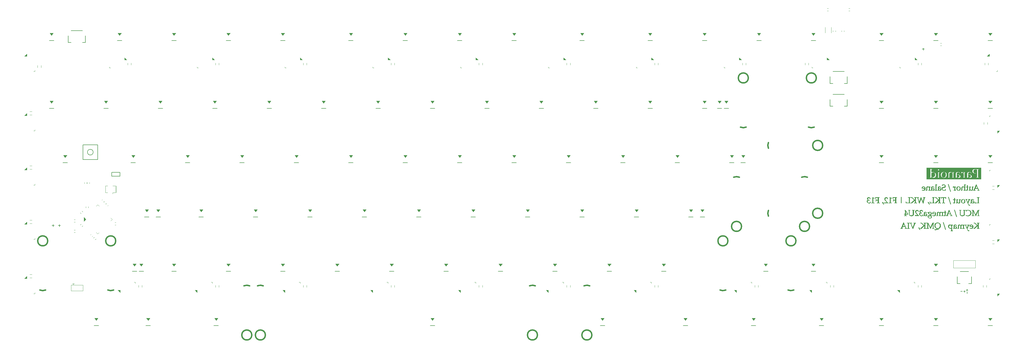
<source format=gbr>
%TF.GenerationSoftware,KiCad,Pcbnew,(5.1.12)-1*%
%TF.CreationDate,2022-12-08T05:34:39+07:00*%
%TF.ProjectId,Solder,536f6c64-6572-42e6-9b69-6361645f7063,rev?*%
%TF.SameCoordinates,Original*%
%TF.FileFunction,Legend,Bot*%
%TF.FilePolarity,Positive*%
%FSLAX46Y46*%
G04 Gerber Fmt 4.6, Leading zero omitted, Abs format (unit mm)*
G04 Created by KiCad (PCBNEW (5.1.12)-1) date 2022-12-08 05:34:39*
%MOMM*%
%LPD*%
G01*
G04 APERTURE LIST*
%ADD10C,0.187500*%
%ADD11C,0.010000*%
%ADD12C,0.120000*%
%ADD13C,0.150000*%
%ADD14C,0.100000*%
%ADD15C,0.500000*%
G04 APERTURE END LIST*
D10*
X359575725Y-125640402D02*
X359575725Y-125068973D01*
X359790011Y-124711830D02*
X359575725Y-124140402D01*
X359361439Y-124711830D01*
X357915011Y-124943973D02*
X357343582Y-124943973D01*
X358915011Y-124943973D02*
X358343582Y-124943973D01*
X358629297Y-125229687D02*
X358629297Y-124658259D01*
D11*
%TO.C,G\u002A\u002A\u002A*%
G36*
X359848261Y-101531469D02*
G01*
X359796155Y-101531645D01*
X359753054Y-101531952D01*
X359718197Y-101532406D01*
X359690824Y-101533024D01*
X359670173Y-101533820D01*
X359655483Y-101534810D01*
X359645994Y-101536012D01*
X359640944Y-101537440D01*
X359639635Y-101538601D01*
X359637193Y-101552356D01*
X359636867Y-101571555D01*
X359638434Y-101591030D01*
X359641675Y-101605612D01*
X359642593Y-101607655D01*
X359648773Y-101614427D01*
X359659977Y-101617740D01*
X359678019Y-101618573D01*
X359705090Y-101619552D01*
X359734947Y-101622198D01*
X359764524Y-101626069D01*
X359790755Y-101630726D01*
X359810577Y-101635730D01*
X359818024Y-101638666D01*
X359830036Y-101646251D01*
X359838444Y-101655575D01*
X359843186Y-101667888D01*
X359844201Y-101684440D01*
X359841427Y-101706484D01*
X359834802Y-101735270D01*
X359824266Y-101772048D01*
X359809757Y-101818069D01*
X359809120Y-101820036D01*
X359796226Y-101859288D01*
X359783279Y-101897445D01*
X359769757Y-101935890D01*
X359755137Y-101976005D01*
X359738897Y-102019176D01*
X359720512Y-102066785D01*
X359699461Y-102120215D01*
X359675222Y-102180851D01*
X359647270Y-102250075D01*
X359637837Y-102273329D01*
X359607030Y-102348943D01*
X359579577Y-102415777D01*
X359555584Y-102473588D01*
X359535154Y-102522129D01*
X359518391Y-102561157D01*
X359505399Y-102590425D01*
X359496283Y-102609690D01*
X359491146Y-102618707D01*
X359490832Y-102619060D01*
X359486653Y-102616089D01*
X359478701Y-102603112D01*
X359467212Y-102580678D01*
X359452422Y-102549334D01*
X359434567Y-102509629D01*
X359413882Y-102462108D01*
X359390603Y-102407322D01*
X359364965Y-102345817D01*
X359337205Y-102278142D01*
X359307557Y-102204844D01*
X359276258Y-102126471D01*
X359246213Y-102050373D01*
X359218907Y-101980649D01*
X359195582Y-101920569D01*
X359175977Y-101869314D01*
X359159828Y-101826068D01*
X359146875Y-101790013D01*
X359136854Y-101760330D01*
X359129504Y-101736204D01*
X359124563Y-101716815D01*
X359121768Y-101701347D01*
X359120858Y-101688982D01*
X359121571Y-101678902D01*
X359123643Y-101670289D01*
X359124018Y-101669181D01*
X359129432Y-101658365D01*
X359138275Y-101649807D01*
X359152162Y-101642881D01*
X359172706Y-101636961D01*
X359201523Y-101631417D01*
X359233810Y-101626522D01*
X359260610Y-101622357D01*
X359283616Y-101618076D01*
X359300336Y-101614191D01*
X359308198Y-101611275D01*
X359312643Y-101601849D01*
X359314163Y-101582509D01*
X359313843Y-101568666D01*
X359312194Y-101531825D01*
X359035616Y-101532152D01*
X358759038Y-101532478D01*
X358757345Y-101567552D01*
X358757362Y-101587215D01*
X358759118Y-101602786D01*
X358761632Y-101609831D01*
X358770106Y-101614049D01*
X358786130Y-101617771D01*
X358803002Y-101619877D01*
X358836967Y-101625684D01*
X358866693Y-101637976D01*
X358893604Y-101657860D01*
X358919126Y-101686444D01*
X358944686Y-101724837D01*
X358950212Y-101734284D01*
X358966737Y-101764478D01*
X358987286Y-101804388D01*
X359011540Y-101853311D01*
X359039179Y-101910544D01*
X359069885Y-101975384D01*
X359103336Y-102047127D01*
X359139213Y-102125070D01*
X359177196Y-102208511D01*
X359216966Y-102296745D01*
X359258203Y-102389070D01*
X359300587Y-102484783D01*
X359343798Y-102583180D01*
X359387517Y-102683559D01*
X359431423Y-102785215D01*
X359475198Y-102887446D01*
X359484513Y-102909319D01*
X359525264Y-103004817D01*
X359562076Y-103090457D01*
X359595235Y-103166853D01*
X359625022Y-103234618D01*
X359651720Y-103294364D01*
X359675613Y-103346706D01*
X359696983Y-103392257D01*
X359716113Y-103431628D01*
X359733286Y-103465434D01*
X359748786Y-103494287D01*
X359762894Y-103518801D01*
X359774140Y-103536895D01*
X359815201Y-103590575D01*
X359863130Y-103635684D01*
X359917200Y-103671690D01*
X359976684Y-103698061D01*
X360007156Y-103707195D01*
X360040798Y-103713450D01*
X360079975Y-103717045D01*
X360120840Y-103717934D01*
X360159544Y-103716067D01*
X360192241Y-103711396D01*
X360199701Y-103709605D01*
X360222934Y-103702001D01*
X360247882Y-103691873D01*
X360258031Y-103687063D01*
X360274869Y-103677550D01*
X360282705Y-103670130D01*
X360283205Y-103663201D01*
X360283106Y-103662937D01*
X360278184Y-103649371D01*
X360270784Y-103627899D01*
X360261719Y-103600988D01*
X360251798Y-103571105D01*
X360241834Y-103540717D01*
X360232638Y-103512292D01*
X360225020Y-103488295D01*
X360219792Y-103471193D01*
X360218254Y-103465717D01*
X360213620Y-103450733D01*
X360207896Y-103443778D01*
X360197817Y-103441806D01*
X360192538Y-103441729D01*
X360179100Y-103443768D01*
X360164205Y-103450824D01*
X360145128Y-103464303D01*
X360138319Y-103469698D01*
X360105037Y-103493004D01*
X360072826Y-103507373D01*
X360038071Y-103514137D01*
X360015333Y-103515102D01*
X359974614Y-103509757D01*
X359934039Y-103494435D01*
X359896148Y-103470190D01*
X359885499Y-103461168D01*
X359862080Y-103435788D01*
X359836086Y-103399730D01*
X359807667Y-103353272D01*
X359776973Y-103296692D01*
X359744156Y-103230268D01*
X359709364Y-103154277D01*
X359672749Y-103068997D01*
X359671105Y-103065052D01*
X359630621Y-102967775D01*
X359668186Y-102867496D01*
X359684269Y-102825135D01*
X359703460Y-102775555D01*
X359725376Y-102719690D01*
X359749634Y-102658470D01*
X359775852Y-102592827D01*
X359803647Y-102523691D01*
X359832635Y-102451995D01*
X359862433Y-102378670D01*
X359892659Y-102304647D01*
X359922929Y-102230858D01*
X359952861Y-102158233D01*
X359982071Y-102087705D01*
X360010177Y-102020205D01*
X360036796Y-101956663D01*
X360061544Y-101898012D01*
X360084039Y-101845183D01*
X360103898Y-101799108D01*
X360120737Y-101760716D01*
X360134174Y-101730941D01*
X360143826Y-101710713D01*
X360143913Y-101710540D01*
X360160625Y-101681822D01*
X360179192Y-101660085D01*
X360201683Y-101644054D01*
X360230165Y-101632451D01*
X360266709Y-101623999D01*
X360290033Y-101620364D01*
X360306328Y-101616697D01*
X360317979Y-101611553D01*
X360319948Y-101609840D01*
X360322848Y-101600685D01*
X360324352Y-101584156D01*
X360324243Y-101567218D01*
X360322550Y-101531810D01*
X359982535Y-101531447D01*
X359910134Y-101531408D01*
X359848261Y-101531469D01*
G37*
X359848261Y-101531469D02*
X359796155Y-101531645D01*
X359753054Y-101531952D01*
X359718197Y-101532406D01*
X359690824Y-101533024D01*
X359670173Y-101533820D01*
X359655483Y-101534810D01*
X359645994Y-101536012D01*
X359640944Y-101537440D01*
X359639635Y-101538601D01*
X359637193Y-101552356D01*
X359636867Y-101571555D01*
X359638434Y-101591030D01*
X359641675Y-101605612D01*
X359642593Y-101607655D01*
X359648773Y-101614427D01*
X359659977Y-101617740D01*
X359678019Y-101618573D01*
X359705090Y-101619552D01*
X359734947Y-101622198D01*
X359764524Y-101626069D01*
X359790755Y-101630726D01*
X359810577Y-101635730D01*
X359818024Y-101638666D01*
X359830036Y-101646251D01*
X359838444Y-101655575D01*
X359843186Y-101667888D01*
X359844201Y-101684440D01*
X359841427Y-101706484D01*
X359834802Y-101735270D01*
X359824266Y-101772048D01*
X359809757Y-101818069D01*
X359809120Y-101820036D01*
X359796226Y-101859288D01*
X359783279Y-101897445D01*
X359769757Y-101935890D01*
X359755137Y-101976005D01*
X359738897Y-102019176D01*
X359720512Y-102066785D01*
X359699461Y-102120215D01*
X359675222Y-102180851D01*
X359647270Y-102250075D01*
X359637837Y-102273329D01*
X359607030Y-102348943D01*
X359579577Y-102415777D01*
X359555584Y-102473588D01*
X359535154Y-102522129D01*
X359518391Y-102561157D01*
X359505399Y-102590425D01*
X359496283Y-102609690D01*
X359491146Y-102618707D01*
X359490832Y-102619060D01*
X359486653Y-102616089D01*
X359478701Y-102603112D01*
X359467212Y-102580678D01*
X359452422Y-102549334D01*
X359434567Y-102509629D01*
X359413882Y-102462108D01*
X359390603Y-102407322D01*
X359364965Y-102345817D01*
X359337205Y-102278142D01*
X359307557Y-102204844D01*
X359276258Y-102126471D01*
X359246213Y-102050373D01*
X359218907Y-101980649D01*
X359195582Y-101920569D01*
X359175977Y-101869314D01*
X359159828Y-101826068D01*
X359146875Y-101790013D01*
X359136854Y-101760330D01*
X359129504Y-101736204D01*
X359124563Y-101716815D01*
X359121768Y-101701347D01*
X359120858Y-101688982D01*
X359121571Y-101678902D01*
X359123643Y-101670289D01*
X359124018Y-101669181D01*
X359129432Y-101658365D01*
X359138275Y-101649807D01*
X359152162Y-101642881D01*
X359172706Y-101636961D01*
X359201523Y-101631417D01*
X359233810Y-101626522D01*
X359260610Y-101622357D01*
X359283616Y-101618076D01*
X359300336Y-101614191D01*
X359308198Y-101611275D01*
X359312643Y-101601849D01*
X359314163Y-101582509D01*
X359313843Y-101568666D01*
X359312194Y-101531825D01*
X359035616Y-101532152D01*
X358759038Y-101532478D01*
X358757345Y-101567552D01*
X358757362Y-101587215D01*
X358759118Y-101602786D01*
X358761632Y-101609831D01*
X358770106Y-101614049D01*
X358786130Y-101617771D01*
X358803002Y-101619877D01*
X358836967Y-101625684D01*
X358866693Y-101637976D01*
X358893604Y-101657860D01*
X358919126Y-101686444D01*
X358944686Y-101724837D01*
X358950212Y-101734284D01*
X358966737Y-101764478D01*
X358987286Y-101804388D01*
X359011540Y-101853311D01*
X359039179Y-101910544D01*
X359069885Y-101975384D01*
X359103336Y-102047127D01*
X359139213Y-102125070D01*
X359177196Y-102208511D01*
X359216966Y-102296745D01*
X359258203Y-102389070D01*
X359300587Y-102484783D01*
X359343798Y-102583180D01*
X359387517Y-102683559D01*
X359431423Y-102785215D01*
X359475198Y-102887446D01*
X359484513Y-102909319D01*
X359525264Y-103004817D01*
X359562076Y-103090457D01*
X359595235Y-103166853D01*
X359625022Y-103234618D01*
X359651720Y-103294364D01*
X359675613Y-103346706D01*
X359696983Y-103392257D01*
X359716113Y-103431628D01*
X359733286Y-103465434D01*
X359748786Y-103494287D01*
X359762894Y-103518801D01*
X359774140Y-103536895D01*
X359815201Y-103590575D01*
X359863130Y-103635684D01*
X359917200Y-103671690D01*
X359976684Y-103698061D01*
X360007156Y-103707195D01*
X360040798Y-103713450D01*
X360079975Y-103717045D01*
X360120840Y-103717934D01*
X360159544Y-103716067D01*
X360192241Y-103711396D01*
X360199701Y-103709605D01*
X360222934Y-103702001D01*
X360247882Y-103691873D01*
X360258031Y-103687063D01*
X360274869Y-103677550D01*
X360282705Y-103670130D01*
X360283205Y-103663201D01*
X360283106Y-103662937D01*
X360278184Y-103649371D01*
X360270784Y-103627899D01*
X360261719Y-103600988D01*
X360251798Y-103571105D01*
X360241834Y-103540717D01*
X360232638Y-103512292D01*
X360225020Y-103488295D01*
X360219792Y-103471193D01*
X360218254Y-103465717D01*
X360213620Y-103450733D01*
X360207896Y-103443778D01*
X360197817Y-103441806D01*
X360192538Y-103441729D01*
X360179100Y-103443768D01*
X360164205Y-103450824D01*
X360145128Y-103464303D01*
X360138319Y-103469698D01*
X360105037Y-103493004D01*
X360072826Y-103507373D01*
X360038071Y-103514137D01*
X360015333Y-103515102D01*
X359974614Y-103509757D01*
X359934039Y-103494435D01*
X359896148Y-103470190D01*
X359885499Y-103461168D01*
X359862080Y-103435788D01*
X359836086Y-103399730D01*
X359807667Y-103353272D01*
X359776973Y-103296692D01*
X359744156Y-103230268D01*
X359709364Y-103154277D01*
X359672749Y-103068997D01*
X359671105Y-103065052D01*
X359630621Y-102967775D01*
X359668186Y-102867496D01*
X359684269Y-102825135D01*
X359703460Y-102775555D01*
X359725376Y-102719690D01*
X359749634Y-102658470D01*
X359775852Y-102592827D01*
X359803647Y-102523691D01*
X359832635Y-102451995D01*
X359862433Y-102378670D01*
X359892659Y-102304647D01*
X359922929Y-102230858D01*
X359952861Y-102158233D01*
X359982071Y-102087705D01*
X360010177Y-102020205D01*
X360036796Y-101956663D01*
X360061544Y-101898012D01*
X360084039Y-101845183D01*
X360103898Y-101799108D01*
X360120737Y-101760716D01*
X360134174Y-101730941D01*
X360143826Y-101710713D01*
X360143913Y-101710540D01*
X360160625Y-101681822D01*
X360179192Y-101660085D01*
X360201683Y-101644054D01*
X360230165Y-101632451D01*
X360266709Y-101623999D01*
X360290033Y-101620364D01*
X360306328Y-101616697D01*
X360317979Y-101611553D01*
X360319948Y-101609840D01*
X360322848Y-101600685D01*
X360324352Y-101584156D01*
X360324243Y-101567218D01*
X360322550Y-101531810D01*
X359982535Y-101531447D01*
X359910134Y-101531408D01*
X359848261Y-101531469D01*
G36*
X354055831Y-101491444D02*
G01*
X354049445Y-101495055D01*
X354046900Y-101496929D01*
X354043202Y-101500397D01*
X354040674Y-101505397D01*
X354039248Y-101513618D01*
X354038856Y-101526746D01*
X354039426Y-101546469D01*
X354040892Y-101574474D01*
X354042576Y-101602583D01*
X354044744Y-101638841D01*
X354046818Y-101675072D01*
X354048623Y-101708139D01*
X354049988Y-101734904D01*
X354050511Y-101746348D01*
X354052454Y-101792279D01*
X353984279Y-101729714D01*
X353930789Y-101681237D01*
X353882755Y-101638964D01*
X353840645Y-101603280D01*
X353804926Y-101574573D01*
X353776066Y-101553228D01*
X353754532Y-101539632D01*
X353753868Y-101539276D01*
X353720203Y-101524452D01*
X353681192Y-101513364D01*
X353635417Y-101505772D01*
X353581458Y-101501435D01*
X353521881Y-101500114D01*
X353447892Y-101502330D01*
X353382485Y-101509408D01*
X353323848Y-101521812D01*
X353270166Y-101540004D01*
X353219628Y-101564445D01*
X353184039Y-101586258D01*
X353122281Y-101633871D01*
X353069293Y-101688560D01*
X353025135Y-101750218D01*
X352989869Y-101818739D01*
X352963554Y-101894014D01*
X352946253Y-101975939D01*
X352941706Y-102012134D01*
X352938453Y-102098821D01*
X352946043Y-102186976D01*
X352964259Y-102275794D01*
X352992884Y-102364475D01*
X353031703Y-102452216D01*
X353080500Y-102538215D01*
X353085686Y-102546327D01*
X353110195Y-102581710D01*
X353134733Y-102610933D01*
X353161988Y-102636539D01*
X353194646Y-102661071D01*
X353232590Y-102685373D01*
X353269618Y-102708318D01*
X353313583Y-102736331D01*
X353362225Y-102767934D01*
X353413284Y-102801649D01*
X353464498Y-102835998D01*
X353501367Y-102861092D01*
X353530116Y-102879917D01*
X353554161Y-102893259D01*
X353577350Y-102903002D01*
X353602967Y-102910881D01*
X353671783Y-102924284D01*
X353744989Y-102929065D01*
X353819967Y-102925454D01*
X353894102Y-102913681D01*
X353964777Y-102893975D01*
X354012250Y-102874913D01*
X354054394Y-102855441D01*
X354054394Y-102982292D01*
X354054180Y-103027029D01*
X354053571Y-103077248D01*
X354052616Y-103131352D01*
X354051365Y-103187746D01*
X354049868Y-103244833D01*
X354048175Y-103301017D01*
X354046336Y-103354702D01*
X354044399Y-103404291D01*
X354042416Y-103448188D01*
X354040434Y-103484798D01*
X354038505Y-103512523D01*
X354037565Y-103522658D01*
X354032283Y-103557959D01*
X354024555Y-103583613D01*
X354013630Y-103601134D01*
X353998762Y-103612034D01*
X353992026Y-103614721D01*
X353978814Y-103617572D01*
X353957317Y-103620520D01*
X353930532Y-103623213D01*
X353901994Y-103625270D01*
X353874120Y-103627232D01*
X353849755Y-103629605D01*
X353831449Y-103632097D01*
X353821755Y-103634413D01*
X353821561Y-103634509D01*
X353815585Y-103640457D01*
X353812563Y-103652089D01*
X353811769Y-103671938D01*
X353812500Y-103690546D01*
X353814292Y-103704660D01*
X353816003Y-103709840D01*
X353822309Y-103710948D01*
X353838736Y-103711940D01*
X353864113Y-103712814D01*
X353897271Y-103713571D01*
X353937043Y-103714209D01*
X353982258Y-103714728D01*
X354031749Y-103715128D01*
X354084347Y-103715408D01*
X354138882Y-103715567D01*
X354194185Y-103715607D01*
X354249089Y-103715525D01*
X354302424Y-103715321D01*
X354353021Y-103714995D01*
X354399711Y-103714547D01*
X354441327Y-103713976D01*
X354476697Y-103713281D01*
X354504655Y-103712463D01*
X354524031Y-103711520D01*
X354533656Y-103710453D01*
X354534454Y-103710122D01*
X354537366Y-103701909D01*
X354539313Y-103686261D01*
X354539816Y-103671901D01*
X354539575Y-103657404D01*
X354537835Y-103646691D01*
X354533071Y-103639041D01*
X354523760Y-103633731D01*
X354508377Y-103630040D01*
X354485398Y-103627248D01*
X354453298Y-103624633D01*
X354437467Y-103623468D01*
X354400945Y-103620348D01*
X354373916Y-103616615D01*
X354354586Y-103611516D01*
X354341160Y-103604297D01*
X354331843Y-103594206D01*
X354324841Y-103580486D01*
X354322840Y-103575326D01*
X354319918Y-103565737D01*
X354317253Y-103553115D01*
X354314831Y-103536937D01*
X354312638Y-103516678D01*
X354310659Y-103491815D01*
X354308881Y-103461824D01*
X354307289Y-103426180D01*
X354305870Y-103384360D01*
X354304609Y-103335840D01*
X354303493Y-103280095D01*
X354302506Y-103216601D01*
X354301637Y-103144835D01*
X354300869Y-103064273D01*
X354300189Y-102974390D01*
X354299584Y-102874663D01*
X354299038Y-102764567D01*
X354298657Y-102674084D01*
X354298391Y-102599829D01*
X354055136Y-102599829D01*
X354013878Y-102633876D01*
X353951062Y-102679940D01*
X353885712Y-102716861D01*
X353819329Y-102743870D01*
X353774994Y-102756046D01*
X353740507Y-102761260D01*
X353699281Y-102763827D01*
X353655289Y-102763804D01*
X353612501Y-102761248D01*
X353574889Y-102756216D01*
X353559997Y-102752977D01*
X353498961Y-102733128D01*
X353444850Y-102706012D01*
X353394961Y-102670099D01*
X353364536Y-102642320D01*
X353320021Y-102590753D01*
X353282065Y-102530900D01*
X353251058Y-102463930D01*
X353227391Y-102391013D01*
X353211456Y-102313317D01*
X353203643Y-102232013D01*
X353203669Y-102161165D01*
X353211839Y-102080253D01*
X353228815Y-102006111D01*
X353254478Y-101938914D01*
X353288707Y-101878839D01*
X353331382Y-101826059D01*
X353382384Y-101780751D01*
X353441591Y-101743090D01*
X353508884Y-101713251D01*
X353511233Y-101712405D01*
X353530684Y-101705645D01*
X353546838Y-101700877D01*
X353562383Y-101697753D01*
X353580004Y-101695928D01*
X353602386Y-101695055D01*
X353632216Y-101694788D01*
X353647994Y-101694773D01*
X353681861Y-101694887D01*
X353707123Y-101695458D01*
X353726464Y-101696833D01*
X353742567Y-101699356D01*
X353758115Y-101703372D01*
X353775794Y-101709226D01*
X353784555Y-101712336D01*
X353835116Y-101734264D01*
X353884477Y-101762828D01*
X353930676Y-101796425D01*
X353971751Y-101833450D01*
X354005738Y-101872302D01*
X354030675Y-101911375D01*
X354032374Y-101914776D01*
X354051572Y-101954157D01*
X354055136Y-102599829D01*
X354298391Y-102599829D01*
X354298217Y-102551570D01*
X354297920Y-102439839D01*
X354297783Y-102338387D01*
X354297822Y-102246707D01*
X354298054Y-102164296D01*
X354298496Y-102090648D01*
X354299164Y-102025257D01*
X354300074Y-101967620D01*
X354301243Y-101917231D01*
X354302688Y-101873585D01*
X354304425Y-101836176D01*
X354306470Y-101804501D01*
X354308840Y-101778054D01*
X354311553Y-101756329D01*
X354314623Y-101738823D01*
X354318068Y-101725029D01*
X354321905Y-101714443D01*
X354326149Y-101706560D01*
X354330506Y-101701182D01*
X354335670Y-101696736D01*
X354342136Y-101693482D01*
X354351697Y-101691190D01*
X354366151Y-101689627D01*
X354387292Y-101688563D01*
X354416916Y-101687767D01*
X354437972Y-101687350D01*
X354475952Y-101686395D01*
X354503891Y-101685071D01*
X354523031Y-101683262D01*
X354534616Y-101680855D01*
X354539712Y-101677966D01*
X354543450Y-101667537D01*
X354544861Y-101650771D01*
X354544199Y-101631424D01*
X354541717Y-101613255D01*
X354537668Y-101600019D01*
X354534172Y-101595767D01*
X354525773Y-101593477D01*
X354508427Y-101590047D01*
X354484370Y-101585877D01*
X354455836Y-101581369D01*
X354443861Y-101579589D01*
X354351547Y-101563949D01*
X354261544Y-101544526D01*
X354177457Y-101522137D01*
X354142425Y-101511285D01*
X354111400Y-101501300D01*
X354089153Y-101494613D01*
X354073759Y-101490934D01*
X354063293Y-101489974D01*
X354055831Y-101491444D01*
G37*
X354055831Y-101491444D02*
X354049445Y-101495055D01*
X354046900Y-101496929D01*
X354043202Y-101500397D01*
X354040674Y-101505397D01*
X354039248Y-101513618D01*
X354038856Y-101526746D01*
X354039426Y-101546469D01*
X354040892Y-101574474D01*
X354042576Y-101602583D01*
X354044744Y-101638841D01*
X354046818Y-101675072D01*
X354048623Y-101708139D01*
X354049988Y-101734904D01*
X354050511Y-101746348D01*
X354052454Y-101792279D01*
X353984279Y-101729714D01*
X353930789Y-101681237D01*
X353882755Y-101638964D01*
X353840645Y-101603280D01*
X353804926Y-101574573D01*
X353776066Y-101553228D01*
X353754532Y-101539632D01*
X353753868Y-101539276D01*
X353720203Y-101524452D01*
X353681192Y-101513364D01*
X353635417Y-101505772D01*
X353581458Y-101501435D01*
X353521881Y-101500114D01*
X353447892Y-101502330D01*
X353382485Y-101509408D01*
X353323848Y-101521812D01*
X353270166Y-101540004D01*
X353219628Y-101564445D01*
X353184039Y-101586258D01*
X353122281Y-101633871D01*
X353069293Y-101688560D01*
X353025135Y-101750218D01*
X352989869Y-101818739D01*
X352963554Y-101894014D01*
X352946253Y-101975939D01*
X352941706Y-102012134D01*
X352938453Y-102098821D01*
X352946043Y-102186976D01*
X352964259Y-102275794D01*
X352992884Y-102364475D01*
X353031703Y-102452216D01*
X353080500Y-102538215D01*
X353085686Y-102546327D01*
X353110195Y-102581710D01*
X353134733Y-102610933D01*
X353161988Y-102636539D01*
X353194646Y-102661071D01*
X353232590Y-102685373D01*
X353269618Y-102708318D01*
X353313583Y-102736331D01*
X353362225Y-102767934D01*
X353413284Y-102801649D01*
X353464498Y-102835998D01*
X353501367Y-102861092D01*
X353530116Y-102879917D01*
X353554161Y-102893259D01*
X353577350Y-102903002D01*
X353602967Y-102910881D01*
X353671783Y-102924284D01*
X353744989Y-102929065D01*
X353819967Y-102925454D01*
X353894102Y-102913681D01*
X353964777Y-102893975D01*
X354012250Y-102874913D01*
X354054394Y-102855441D01*
X354054394Y-102982292D01*
X354054180Y-103027029D01*
X354053571Y-103077248D01*
X354052616Y-103131352D01*
X354051365Y-103187746D01*
X354049868Y-103244833D01*
X354048175Y-103301017D01*
X354046336Y-103354702D01*
X354044399Y-103404291D01*
X354042416Y-103448188D01*
X354040434Y-103484798D01*
X354038505Y-103512523D01*
X354037565Y-103522658D01*
X354032283Y-103557959D01*
X354024555Y-103583613D01*
X354013630Y-103601134D01*
X353998762Y-103612034D01*
X353992026Y-103614721D01*
X353978814Y-103617572D01*
X353957317Y-103620520D01*
X353930532Y-103623213D01*
X353901994Y-103625270D01*
X353874120Y-103627232D01*
X353849755Y-103629605D01*
X353831449Y-103632097D01*
X353821755Y-103634413D01*
X353821561Y-103634509D01*
X353815585Y-103640457D01*
X353812563Y-103652089D01*
X353811769Y-103671938D01*
X353812500Y-103690546D01*
X353814292Y-103704660D01*
X353816003Y-103709840D01*
X353822309Y-103710948D01*
X353838736Y-103711940D01*
X353864113Y-103712814D01*
X353897271Y-103713571D01*
X353937043Y-103714209D01*
X353982258Y-103714728D01*
X354031749Y-103715128D01*
X354084347Y-103715408D01*
X354138882Y-103715567D01*
X354194185Y-103715607D01*
X354249089Y-103715525D01*
X354302424Y-103715321D01*
X354353021Y-103714995D01*
X354399711Y-103714547D01*
X354441327Y-103713976D01*
X354476697Y-103713281D01*
X354504655Y-103712463D01*
X354524031Y-103711520D01*
X354533656Y-103710453D01*
X354534454Y-103710122D01*
X354537366Y-103701909D01*
X354539313Y-103686261D01*
X354539816Y-103671901D01*
X354539575Y-103657404D01*
X354537835Y-103646691D01*
X354533071Y-103639041D01*
X354523760Y-103633731D01*
X354508377Y-103630040D01*
X354485398Y-103627248D01*
X354453298Y-103624633D01*
X354437467Y-103623468D01*
X354400945Y-103620348D01*
X354373916Y-103616615D01*
X354354586Y-103611516D01*
X354341160Y-103604297D01*
X354331843Y-103594206D01*
X354324841Y-103580486D01*
X354322840Y-103575326D01*
X354319918Y-103565737D01*
X354317253Y-103553115D01*
X354314831Y-103536937D01*
X354312638Y-103516678D01*
X354310659Y-103491815D01*
X354308881Y-103461824D01*
X354307289Y-103426180D01*
X354305870Y-103384360D01*
X354304609Y-103335840D01*
X354303493Y-103280095D01*
X354302506Y-103216601D01*
X354301637Y-103144835D01*
X354300869Y-103064273D01*
X354300189Y-102974390D01*
X354299584Y-102874663D01*
X354299038Y-102764567D01*
X354298657Y-102674084D01*
X354298391Y-102599829D01*
X354055136Y-102599829D01*
X354013878Y-102633876D01*
X353951062Y-102679940D01*
X353885712Y-102716861D01*
X353819329Y-102743870D01*
X353774994Y-102756046D01*
X353740507Y-102761260D01*
X353699281Y-102763827D01*
X353655289Y-102763804D01*
X353612501Y-102761248D01*
X353574889Y-102756216D01*
X353559997Y-102752977D01*
X353498961Y-102733128D01*
X353444850Y-102706012D01*
X353394961Y-102670099D01*
X353364536Y-102642320D01*
X353320021Y-102590753D01*
X353282065Y-102530900D01*
X353251058Y-102463930D01*
X353227391Y-102391013D01*
X353211456Y-102313317D01*
X353203643Y-102232013D01*
X353203669Y-102161165D01*
X353211839Y-102080253D01*
X353228815Y-102006111D01*
X353254478Y-101938914D01*
X353288707Y-101878839D01*
X353331382Y-101826059D01*
X353382384Y-101780751D01*
X353441591Y-101743090D01*
X353508884Y-101713251D01*
X353511233Y-101712405D01*
X353530684Y-101705645D01*
X353546838Y-101700877D01*
X353562383Y-101697753D01*
X353580004Y-101695928D01*
X353602386Y-101695055D01*
X353632216Y-101694788D01*
X353647994Y-101694773D01*
X353681861Y-101694887D01*
X353707123Y-101695458D01*
X353726464Y-101696833D01*
X353742567Y-101699356D01*
X353758115Y-101703372D01*
X353775794Y-101709226D01*
X353784555Y-101712336D01*
X353835116Y-101734264D01*
X353884477Y-101762828D01*
X353930676Y-101796425D01*
X353971751Y-101833450D01*
X354005738Y-101872302D01*
X354030675Y-101911375D01*
X354032374Y-101914776D01*
X354051572Y-101954157D01*
X354055136Y-102599829D01*
X354298391Y-102599829D01*
X354298217Y-102551570D01*
X354297920Y-102439839D01*
X354297783Y-102338387D01*
X354297822Y-102246707D01*
X354298054Y-102164296D01*
X354298496Y-102090648D01*
X354299164Y-102025257D01*
X354300074Y-101967620D01*
X354301243Y-101917231D01*
X354302688Y-101873585D01*
X354304425Y-101836176D01*
X354306470Y-101804501D01*
X354308840Y-101778054D01*
X354311553Y-101756329D01*
X354314623Y-101738823D01*
X354318068Y-101725029D01*
X354321905Y-101714443D01*
X354326149Y-101706560D01*
X354330506Y-101701182D01*
X354335670Y-101696736D01*
X354342136Y-101693482D01*
X354351697Y-101691190D01*
X354366151Y-101689627D01*
X354387292Y-101688563D01*
X354416916Y-101687767D01*
X354437972Y-101687350D01*
X354475952Y-101686395D01*
X354503891Y-101685071D01*
X354523031Y-101683262D01*
X354534616Y-101680855D01*
X354539712Y-101677966D01*
X354543450Y-101667537D01*
X354544861Y-101650771D01*
X354544199Y-101631424D01*
X354541717Y-101613255D01*
X354537668Y-101600019D01*
X354534172Y-101595767D01*
X354525773Y-101593477D01*
X354508427Y-101590047D01*
X354484370Y-101585877D01*
X354455836Y-101581369D01*
X354443861Y-101579589D01*
X354351547Y-101563949D01*
X354261544Y-101544526D01*
X354177457Y-101522137D01*
X354142425Y-101511285D01*
X354111400Y-101501300D01*
X354089153Y-101494613D01*
X354073759Y-101490934D01*
X354063293Y-101489974D01*
X354055831Y-101491444D01*
G36*
X349131796Y-100801207D02*
G01*
X349089517Y-100802430D01*
X349054548Y-100804562D01*
X349046492Y-100805318D01*
X348932319Y-100821813D01*
X348824480Y-100846934D01*
X348723262Y-100880462D01*
X348628951Y-100922181D01*
X348541836Y-100971872D01*
X348462203Y-101029318D01*
X348390340Y-101094302D01*
X348326534Y-101166605D01*
X348271073Y-101246011D01*
X348224244Y-101332301D01*
X348186334Y-101425259D01*
X348172961Y-101466843D01*
X348157627Y-101523594D01*
X348146166Y-101578721D01*
X348138195Y-101635157D01*
X348133329Y-101695836D01*
X348131186Y-101763693D01*
X348131012Y-101787906D01*
X348133227Y-101885524D01*
X348140612Y-101975146D01*
X348153602Y-102059023D01*
X348172634Y-102139409D01*
X348198143Y-102218554D01*
X348229370Y-102296003D01*
X348277324Y-102391253D01*
X348334314Y-102480072D01*
X348399876Y-102562129D01*
X348473549Y-102637096D01*
X348554871Y-102704643D01*
X348643379Y-102764440D01*
X348738610Y-102816158D01*
X348840103Y-102859467D01*
X348947395Y-102894038D01*
X349060024Y-102919541D01*
X349116758Y-102928591D01*
X349165989Y-102935395D01*
X349091727Y-102954417D01*
X349064021Y-102962233D01*
X349028610Y-102973314D01*
X348988265Y-102986729D01*
X348945763Y-103001549D01*
X348903875Y-103016843D01*
X348890096Y-103022051D01*
X348796278Y-103057369D01*
X348711867Y-103088035D01*
X348636066Y-103114227D01*
X348568080Y-103136121D01*
X348507110Y-103153896D01*
X348452361Y-103167728D01*
X348403036Y-103177796D01*
X348358339Y-103184276D01*
X348317472Y-103187347D01*
X348279639Y-103187184D01*
X348244043Y-103183967D01*
X348209889Y-103177872D01*
X348200422Y-103175661D01*
X348177430Y-103170620D01*
X348157951Y-103167442D01*
X348145034Y-103166578D01*
X348142294Y-103167017D01*
X348136930Y-103174418D01*
X348133806Y-103189182D01*
X348132954Y-103207599D01*
X348134408Y-103225961D01*
X348138203Y-103240559D01*
X348141576Y-103245926D01*
X348149154Y-103251607D01*
X348164537Y-103261768D01*
X348185795Y-103275178D01*
X348210995Y-103290606D01*
X348223559Y-103298150D01*
X348252841Y-103316111D01*
X348281796Y-103334731D01*
X348307534Y-103352095D01*
X348327162Y-103366287D01*
X348331094Y-103369372D01*
X348348951Y-103383286D01*
X348362005Y-103391369D01*
X348374025Y-103395138D01*
X348388776Y-103396114D01*
X348397278Y-103396046D01*
X348417136Y-103394817D01*
X348443814Y-103391951D01*
X348473049Y-103387944D01*
X348488972Y-103385381D01*
X348513138Y-103381090D01*
X348536163Y-103376586D01*
X348559208Y-103371528D01*
X348583436Y-103365577D01*
X348610010Y-103358390D01*
X348640093Y-103349629D01*
X348674848Y-103338953D01*
X348715438Y-103326021D01*
X348763025Y-103310493D01*
X348818772Y-103292028D01*
X348883843Y-103270287D01*
X348895372Y-103266424D01*
X348975096Y-103239855D01*
X349045038Y-103216947D01*
X349106029Y-103197512D01*
X349158900Y-103181364D01*
X349204481Y-103168316D01*
X349243605Y-103158182D01*
X349277101Y-103150774D01*
X349305802Y-103145905D01*
X349330537Y-103143390D01*
X349352138Y-103143040D01*
X349371436Y-103144670D01*
X349389262Y-103148092D01*
X349403598Y-103152179D01*
X349418869Y-103158362D01*
X349441347Y-103169069D01*
X349468545Y-103183043D01*
X349497975Y-103199024D01*
X349513578Y-103207848D01*
X349546841Y-103226717D01*
X349571644Y-103239782D01*
X349589225Y-103247013D01*
X349600825Y-103248379D01*
X349607682Y-103243851D01*
X349611038Y-103233399D01*
X349612131Y-103216992D01*
X349612216Y-103205460D01*
X349611161Y-103183192D01*
X349608331Y-103166177D01*
X349605161Y-103158637D01*
X349593343Y-103147156D01*
X349573343Y-103131099D01*
X349546764Y-103111523D01*
X349515206Y-103089482D01*
X349480272Y-103066033D01*
X349443563Y-103042233D01*
X349406682Y-103019136D01*
X349371230Y-102997799D01*
X349338809Y-102979278D01*
X349311021Y-102964628D01*
X349310387Y-102964315D01*
X349248447Y-102933729D01*
X349307565Y-102933631D01*
X349381012Y-102930941D01*
X349458037Y-102923461D01*
X349535523Y-102911720D01*
X349610354Y-102896249D01*
X349679415Y-102877578D01*
X349722365Y-102862998D01*
X349810097Y-102824168D01*
X349892186Y-102775685D01*
X349968352Y-102717830D01*
X350038316Y-102650885D01*
X350101797Y-102575130D01*
X350158515Y-102490845D01*
X350208192Y-102398313D01*
X350227300Y-102356100D01*
X350262167Y-102264962D01*
X350288653Y-102172840D01*
X350307231Y-102077497D01*
X350318374Y-101976695D01*
X350321801Y-101908964D01*
X350321270Y-101797638D01*
X350318156Y-101759846D01*
X350015603Y-101759846D01*
X350015097Y-101821244D01*
X350012638Y-101880518D01*
X350008248Y-101934582D01*
X350002534Y-101976995D01*
X349980958Y-102085873D01*
X349954908Y-102185110D01*
X349923961Y-102275601D01*
X349887696Y-102358241D01*
X349845692Y-102433926D01*
X349797527Y-102503550D01*
X349742778Y-102568009D01*
X349707135Y-102604060D01*
X349639959Y-102661168D01*
X349567726Y-102708414D01*
X349489944Y-102746047D01*
X349406122Y-102774313D01*
X349338461Y-102789612D01*
X349311573Y-102793003D01*
X349276224Y-102795236D01*
X349235025Y-102796354D01*
X349190588Y-102796400D01*
X349145527Y-102795419D01*
X349102452Y-102793454D01*
X349063976Y-102790548D01*
X349032712Y-102786746D01*
X349019550Y-102784291D01*
X348931496Y-102759765D01*
X348851175Y-102727231D01*
X348778388Y-102686506D01*
X348712938Y-102637404D01*
X348654630Y-102579741D01*
X348603265Y-102513332D01*
X348558647Y-102437992D01*
X348520579Y-102353537D01*
X348500579Y-102297738D01*
X348472099Y-102194316D01*
X348452616Y-102086599D01*
X348442043Y-101976107D01*
X348440296Y-101864361D01*
X348447289Y-101752881D01*
X348462935Y-101643186D01*
X348487149Y-101536798D01*
X348519844Y-101435237D01*
X348553864Y-101354632D01*
X348598593Y-101272281D01*
X348650606Y-101198503D01*
X348709712Y-101133412D01*
X348775717Y-101077124D01*
X348848430Y-101029753D01*
X348927659Y-100991413D01*
X349013211Y-100962221D01*
X349104894Y-100942290D01*
X349202515Y-100931736D01*
X349265083Y-100929951D01*
X349363002Y-100934259D01*
X349453901Y-100947266D01*
X349538101Y-100969097D01*
X349615925Y-100999877D01*
X349687694Y-101039729D01*
X349753732Y-101088780D01*
X349807664Y-101139975D01*
X349857876Y-101199631D01*
X349900730Y-101264917D01*
X349936599Y-101336685D01*
X349965852Y-101415788D01*
X349988862Y-101503079D01*
X350005189Y-101593772D01*
X350010670Y-101643024D01*
X350014134Y-101699411D01*
X350015603Y-101759846D01*
X350318156Y-101759846D01*
X350312682Y-101693431D01*
X350295847Y-101595361D01*
X350270570Y-101502447D01*
X350236659Y-101413706D01*
X350215938Y-101369657D01*
X350182301Y-101307206D01*
X350146578Y-101250870D01*
X350106681Y-101197853D01*
X350060524Y-101145358D01*
X350011968Y-101096308D01*
X349932461Y-101026626D01*
X349847910Y-100966470D01*
X349757779Y-100915577D01*
X349661532Y-100873682D01*
X349558632Y-100840523D01*
X349448545Y-100815836D01*
X349437238Y-100813844D01*
X349408850Y-100810122D01*
X349371507Y-100806955D01*
X349327533Y-100804393D01*
X349279252Y-100802486D01*
X349228986Y-100801286D01*
X349179060Y-100800843D01*
X349131796Y-100801207D01*
G37*
X349131796Y-100801207D02*
X349089517Y-100802430D01*
X349054548Y-100804562D01*
X349046492Y-100805318D01*
X348932319Y-100821813D01*
X348824480Y-100846934D01*
X348723262Y-100880462D01*
X348628951Y-100922181D01*
X348541836Y-100971872D01*
X348462203Y-101029318D01*
X348390340Y-101094302D01*
X348326534Y-101166605D01*
X348271073Y-101246011D01*
X348224244Y-101332301D01*
X348186334Y-101425259D01*
X348172961Y-101466843D01*
X348157627Y-101523594D01*
X348146166Y-101578721D01*
X348138195Y-101635157D01*
X348133329Y-101695836D01*
X348131186Y-101763693D01*
X348131012Y-101787906D01*
X348133227Y-101885524D01*
X348140612Y-101975146D01*
X348153602Y-102059023D01*
X348172634Y-102139409D01*
X348198143Y-102218554D01*
X348229370Y-102296003D01*
X348277324Y-102391253D01*
X348334314Y-102480072D01*
X348399876Y-102562129D01*
X348473549Y-102637096D01*
X348554871Y-102704643D01*
X348643379Y-102764440D01*
X348738610Y-102816158D01*
X348840103Y-102859467D01*
X348947395Y-102894038D01*
X349060024Y-102919541D01*
X349116758Y-102928591D01*
X349165989Y-102935395D01*
X349091727Y-102954417D01*
X349064021Y-102962233D01*
X349028610Y-102973314D01*
X348988265Y-102986729D01*
X348945763Y-103001549D01*
X348903875Y-103016843D01*
X348890096Y-103022051D01*
X348796278Y-103057369D01*
X348711867Y-103088035D01*
X348636066Y-103114227D01*
X348568080Y-103136121D01*
X348507110Y-103153896D01*
X348452361Y-103167728D01*
X348403036Y-103177796D01*
X348358339Y-103184276D01*
X348317472Y-103187347D01*
X348279639Y-103187184D01*
X348244043Y-103183967D01*
X348209889Y-103177872D01*
X348200422Y-103175661D01*
X348177430Y-103170620D01*
X348157951Y-103167442D01*
X348145034Y-103166578D01*
X348142294Y-103167017D01*
X348136930Y-103174418D01*
X348133806Y-103189182D01*
X348132954Y-103207599D01*
X348134408Y-103225961D01*
X348138203Y-103240559D01*
X348141576Y-103245926D01*
X348149154Y-103251607D01*
X348164537Y-103261768D01*
X348185795Y-103275178D01*
X348210995Y-103290606D01*
X348223559Y-103298150D01*
X348252841Y-103316111D01*
X348281796Y-103334731D01*
X348307534Y-103352095D01*
X348327162Y-103366287D01*
X348331094Y-103369372D01*
X348348951Y-103383286D01*
X348362005Y-103391369D01*
X348374025Y-103395138D01*
X348388776Y-103396114D01*
X348397278Y-103396046D01*
X348417136Y-103394817D01*
X348443814Y-103391951D01*
X348473049Y-103387944D01*
X348488972Y-103385381D01*
X348513138Y-103381090D01*
X348536163Y-103376586D01*
X348559208Y-103371528D01*
X348583436Y-103365577D01*
X348610010Y-103358390D01*
X348640093Y-103349629D01*
X348674848Y-103338953D01*
X348715438Y-103326021D01*
X348763025Y-103310493D01*
X348818772Y-103292028D01*
X348883843Y-103270287D01*
X348895372Y-103266424D01*
X348975096Y-103239855D01*
X349045038Y-103216947D01*
X349106029Y-103197512D01*
X349158900Y-103181364D01*
X349204481Y-103168316D01*
X349243605Y-103158182D01*
X349277101Y-103150774D01*
X349305802Y-103145905D01*
X349330537Y-103143390D01*
X349352138Y-103143040D01*
X349371436Y-103144670D01*
X349389262Y-103148092D01*
X349403598Y-103152179D01*
X349418869Y-103158362D01*
X349441347Y-103169069D01*
X349468545Y-103183043D01*
X349497975Y-103199024D01*
X349513578Y-103207848D01*
X349546841Y-103226717D01*
X349571644Y-103239782D01*
X349589225Y-103247013D01*
X349600825Y-103248379D01*
X349607682Y-103243851D01*
X349611038Y-103233399D01*
X349612131Y-103216992D01*
X349612216Y-103205460D01*
X349611161Y-103183192D01*
X349608331Y-103166177D01*
X349605161Y-103158637D01*
X349593343Y-103147156D01*
X349573343Y-103131099D01*
X349546764Y-103111523D01*
X349515206Y-103089482D01*
X349480272Y-103066033D01*
X349443563Y-103042233D01*
X349406682Y-103019136D01*
X349371230Y-102997799D01*
X349338809Y-102979278D01*
X349311021Y-102964628D01*
X349310387Y-102964315D01*
X349248447Y-102933729D01*
X349307565Y-102933631D01*
X349381012Y-102930941D01*
X349458037Y-102923461D01*
X349535523Y-102911720D01*
X349610354Y-102896249D01*
X349679415Y-102877578D01*
X349722365Y-102862998D01*
X349810097Y-102824168D01*
X349892186Y-102775685D01*
X349968352Y-102717830D01*
X350038316Y-102650885D01*
X350101797Y-102575130D01*
X350158515Y-102490845D01*
X350208192Y-102398313D01*
X350227300Y-102356100D01*
X350262167Y-102264962D01*
X350288653Y-102172840D01*
X350307231Y-102077497D01*
X350318374Y-101976695D01*
X350321801Y-101908964D01*
X350321270Y-101797638D01*
X350318156Y-101759846D01*
X350015603Y-101759846D01*
X350015097Y-101821244D01*
X350012638Y-101880518D01*
X350008248Y-101934582D01*
X350002534Y-101976995D01*
X349980958Y-102085873D01*
X349954908Y-102185110D01*
X349923961Y-102275601D01*
X349887696Y-102358241D01*
X349845692Y-102433926D01*
X349797527Y-102503550D01*
X349742778Y-102568009D01*
X349707135Y-102604060D01*
X349639959Y-102661168D01*
X349567726Y-102708414D01*
X349489944Y-102746047D01*
X349406122Y-102774313D01*
X349338461Y-102789612D01*
X349311573Y-102793003D01*
X349276224Y-102795236D01*
X349235025Y-102796354D01*
X349190588Y-102796400D01*
X349145527Y-102795419D01*
X349102452Y-102793454D01*
X349063976Y-102790548D01*
X349032712Y-102786746D01*
X349019550Y-102784291D01*
X348931496Y-102759765D01*
X348851175Y-102727231D01*
X348778388Y-102686506D01*
X348712938Y-102637404D01*
X348654630Y-102579741D01*
X348603265Y-102513332D01*
X348558647Y-102437992D01*
X348520579Y-102353537D01*
X348500579Y-102297738D01*
X348472099Y-102194316D01*
X348452616Y-102086599D01*
X348442043Y-101976107D01*
X348440296Y-101864361D01*
X348447289Y-101752881D01*
X348462935Y-101643186D01*
X348487149Y-101536798D01*
X348519844Y-101435237D01*
X348553864Y-101354632D01*
X348598593Y-101272281D01*
X348650606Y-101198503D01*
X348709712Y-101133412D01*
X348775717Y-101077124D01*
X348848430Y-101029753D01*
X348927659Y-100991413D01*
X349013211Y-100962221D01*
X349104894Y-100942290D01*
X349202515Y-100931736D01*
X349265083Y-100929951D01*
X349363002Y-100934259D01*
X349453901Y-100947266D01*
X349538101Y-100969097D01*
X349615925Y-100999877D01*
X349687694Y-101039729D01*
X349753732Y-101088780D01*
X349807664Y-101139975D01*
X349857876Y-101199631D01*
X349900730Y-101264917D01*
X349936599Y-101336685D01*
X349965852Y-101415788D01*
X349988862Y-101503079D01*
X350005189Y-101593772D01*
X350010670Y-101643024D01*
X350014134Y-101699411D01*
X350015603Y-101759846D01*
X350318156Y-101759846D01*
X350312682Y-101693431D01*
X350295847Y-101595361D01*
X350270570Y-101502447D01*
X350236659Y-101413706D01*
X350215938Y-101369657D01*
X350182301Y-101307206D01*
X350146578Y-101250870D01*
X350106681Y-101197853D01*
X350060524Y-101145358D01*
X350011968Y-101096308D01*
X349932461Y-101026626D01*
X349847910Y-100966470D01*
X349757779Y-100915577D01*
X349661532Y-100873682D01*
X349558632Y-100840523D01*
X349448545Y-100815836D01*
X349437238Y-100813844D01*
X349408850Y-100810122D01*
X349371507Y-100806955D01*
X349327533Y-100804393D01*
X349279252Y-100802486D01*
X349228986Y-100801286D01*
X349179060Y-100800843D01*
X349131796Y-100801207D01*
G36*
X342558398Y-102520249D02*
G01*
X342547073Y-102530810D01*
X342542613Y-102536214D01*
X342527225Y-102556389D01*
X342536785Y-102581421D01*
X342543756Y-102597852D01*
X342555085Y-102622434D01*
X342569855Y-102653334D01*
X342587148Y-102688722D01*
X342606047Y-102726768D01*
X342625634Y-102765640D01*
X342644992Y-102803509D01*
X342663204Y-102838543D01*
X342679352Y-102868912D01*
X342692518Y-102892785D01*
X342694956Y-102897040D01*
X342768471Y-103017677D01*
X342844100Y-103129203D01*
X342918372Y-103227136D01*
X342936843Y-103249874D01*
X342951008Y-103265971D01*
X342963625Y-103277593D01*
X342977452Y-103286907D01*
X342995246Y-103296078D01*
X343019762Y-103307273D01*
X343021171Y-103307905D01*
X343045425Y-103318493D01*
X343066364Y-103327079D01*
X343081591Y-103332716D01*
X343088398Y-103334484D01*
X343097248Y-103330676D01*
X343108978Y-103321258D01*
X343111582Y-103318653D01*
X343121317Y-103307554D01*
X343126493Y-103299823D01*
X343126750Y-103298822D01*
X343124016Y-103292919D01*
X343116410Y-103278893D01*
X343104824Y-103258329D01*
X343090150Y-103232808D01*
X343073281Y-103203915D01*
X343072846Y-103203175D01*
X343026457Y-103121555D01*
X342987327Y-103046394D01*
X342954839Y-102976065D01*
X342928375Y-102908943D01*
X342907318Y-102843399D01*
X342891048Y-102777807D01*
X342878950Y-102710541D01*
X342875092Y-102682424D01*
X342871446Y-102653974D01*
X342868234Y-102629845D01*
X342865738Y-102612090D01*
X342864241Y-102602765D01*
X342864005Y-102601873D01*
X342858439Y-102599947D01*
X342843844Y-102595724D01*
X342822122Y-102589732D01*
X342795174Y-102582501D01*
X342778901Y-102578209D01*
X342743278Y-102568543D01*
X342705497Y-102557741D01*
X342669688Y-102547017D01*
X342639978Y-102537584D01*
X342635683Y-102536145D01*
X342610806Y-102527995D01*
X342589271Y-102521434D01*
X342573682Y-102517225D01*
X342567208Y-102516064D01*
X342558398Y-102520249D01*
G37*
X342558398Y-102520249D02*
X342547073Y-102530810D01*
X342542613Y-102536214D01*
X342527225Y-102556389D01*
X342536785Y-102581421D01*
X342543756Y-102597852D01*
X342555085Y-102622434D01*
X342569855Y-102653334D01*
X342587148Y-102688722D01*
X342606047Y-102726768D01*
X342625634Y-102765640D01*
X342644992Y-102803509D01*
X342663204Y-102838543D01*
X342679352Y-102868912D01*
X342692518Y-102892785D01*
X342694956Y-102897040D01*
X342768471Y-103017677D01*
X342844100Y-103129203D01*
X342918372Y-103227136D01*
X342936843Y-103249874D01*
X342951008Y-103265971D01*
X342963625Y-103277593D01*
X342977452Y-103286907D01*
X342995246Y-103296078D01*
X343019762Y-103307273D01*
X343021171Y-103307905D01*
X343045425Y-103318493D01*
X343066364Y-103327079D01*
X343081591Y-103332716D01*
X343088398Y-103334484D01*
X343097248Y-103330676D01*
X343108978Y-103321258D01*
X343111582Y-103318653D01*
X343121317Y-103307554D01*
X343126493Y-103299823D01*
X343126750Y-103298822D01*
X343124016Y-103292919D01*
X343116410Y-103278893D01*
X343104824Y-103258329D01*
X343090150Y-103232808D01*
X343073281Y-103203915D01*
X343072846Y-103203175D01*
X343026457Y-103121555D01*
X342987327Y-103046394D01*
X342954839Y-102976065D01*
X342928375Y-102908943D01*
X342907318Y-102843399D01*
X342891048Y-102777807D01*
X342878950Y-102710541D01*
X342875092Y-102682424D01*
X342871446Y-102653974D01*
X342868234Y-102629845D01*
X342865738Y-102612090D01*
X342864241Y-102602765D01*
X342864005Y-102601873D01*
X342858439Y-102599947D01*
X342843844Y-102595724D01*
X342822122Y-102589732D01*
X342795174Y-102582501D01*
X342778901Y-102578209D01*
X342743278Y-102568543D01*
X342705497Y-102557741D01*
X342669688Y-102547017D01*
X342639978Y-102537584D01*
X342635683Y-102536145D01*
X342610806Y-102527995D01*
X342589271Y-102521434D01*
X342573682Y-102517225D01*
X342567208Y-102516064D01*
X342558398Y-102520249D01*
G36*
X351199831Y-100726288D02*
G01*
X351174072Y-100727146D01*
X351152024Y-100728767D01*
X351136154Y-100731142D01*
X351128923Y-100734260D01*
X351128810Y-100734491D01*
X351130170Y-100740596D01*
X351134758Y-100756882D01*
X351142394Y-100782770D01*
X351152894Y-100817679D01*
X351166076Y-100861028D01*
X351181758Y-100912239D01*
X351199758Y-100970731D01*
X351219894Y-101035924D01*
X351241984Y-101107237D01*
X351265844Y-101184092D01*
X351291294Y-101265907D01*
X351318151Y-101352104D01*
X351346232Y-101442101D01*
X351375356Y-101535319D01*
X351405341Y-101631177D01*
X351436003Y-101729096D01*
X351467162Y-101828496D01*
X351498634Y-101928796D01*
X351530238Y-102029417D01*
X351561792Y-102129779D01*
X351593112Y-102229301D01*
X351624018Y-102327403D01*
X351654326Y-102423506D01*
X351683855Y-102517029D01*
X351712423Y-102607393D01*
X351739847Y-102694017D01*
X351765944Y-102776321D01*
X351790534Y-102853725D01*
X351813434Y-102925650D01*
X351834461Y-102991514D01*
X351853433Y-103050739D01*
X351870168Y-103102744D01*
X351884484Y-103146949D01*
X351896200Y-103182774D01*
X351905131Y-103209639D01*
X351911097Y-103226963D01*
X351913915Y-103234168D01*
X351914004Y-103234295D01*
X351918962Y-103238382D01*
X351926827Y-103241181D01*
X351939548Y-103242924D01*
X351959077Y-103243840D01*
X351987364Y-103244159D01*
X351997670Y-103244173D01*
X352028580Y-103244010D01*
X352050077Y-103243368D01*
X352064032Y-103242018D01*
X352072320Y-103239728D01*
X352076812Y-103236269D01*
X352078080Y-103234295D01*
X352077782Y-103230211D01*
X352075543Y-103220179D01*
X352071277Y-103203920D01*
X352064899Y-103181157D01*
X352056323Y-103151611D01*
X352045463Y-103115003D01*
X352032234Y-103071055D01*
X352016550Y-103019488D01*
X351998325Y-102960024D01*
X351977473Y-102892384D01*
X351953910Y-102816291D01*
X351927548Y-102731464D01*
X351898303Y-102637627D01*
X351866089Y-102534500D01*
X351830820Y-102421804D01*
X351792411Y-102299263D01*
X351750775Y-102166596D01*
X351705828Y-102023525D01*
X351692976Y-101982640D01*
X351656826Y-101867684D01*
X351621543Y-101755542D01*
X351587276Y-101646693D01*
X351554177Y-101541613D01*
X351522398Y-101440783D01*
X351492090Y-101344679D01*
X351463403Y-101253781D01*
X351436490Y-101168567D01*
X351411501Y-101089516D01*
X351388588Y-101017105D01*
X351367903Y-100951814D01*
X351349595Y-100894120D01*
X351333817Y-100844502D01*
X351320720Y-100803438D01*
X351310455Y-100771407D01*
X351303174Y-100748888D01*
X351299027Y-100736357D01*
X351298091Y-100733806D01*
X351290723Y-100730695D01*
X351274749Y-100728398D01*
X351252634Y-100726905D01*
X351226840Y-100726205D01*
X351199831Y-100726288D01*
G37*
X351199831Y-100726288D02*
X351174072Y-100727146D01*
X351152024Y-100728767D01*
X351136154Y-100731142D01*
X351128923Y-100734260D01*
X351128810Y-100734491D01*
X351130170Y-100740596D01*
X351134758Y-100756882D01*
X351142394Y-100782770D01*
X351152894Y-100817679D01*
X351166076Y-100861028D01*
X351181758Y-100912239D01*
X351199758Y-100970731D01*
X351219894Y-101035924D01*
X351241984Y-101107237D01*
X351265844Y-101184092D01*
X351291294Y-101265907D01*
X351318151Y-101352104D01*
X351346232Y-101442101D01*
X351375356Y-101535319D01*
X351405341Y-101631177D01*
X351436003Y-101729096D01*
X351467162Y-101828496D01*
X351498634Y-101928796D01*
X351530238Y-102029417D01*
X351561792Y-102129779D01*
X351593112Y-102229301D01*
X351624018Y-102327403D01*
X351654326Y-102423506D01*
X351683855Y-102517029D01*
X351712423Y-102607393D01*
X351739847Y-102694017D01*
X351765944Y-102776321D01*
X351790534Y-102853725D01*
X351813434Y-102925650D01*
X351834461Y-102991514D01*
X351853433Y-103050739D01*
X351870168Y-103102744D01*
X351884484Y-103146949D01*
X351896200Y-103182774D01*
X351905131Y-103209639D01*
X351911097Y-103226963D01*
X351913915Y-103234168D01*
X351914004Y-103234295D01*
X351918962Y-103238382D01*
X351926827Y-103241181D01*
X351939548Y-103242924D01*
X351959077Y-103243840D01*
X351987364Y-103244159D01*
X351997670Y-103244173D01*
X352028580Y-103244010D01*
X352050077Y-103243368D01*
X352064032Y-103242018D01*
X352072320Y-103239728D01*
X352076812Y-103236269D01*
X352078080Y-103234295D01*
X352077782Y-103230211D01*
X352075543Y-103220179D01*
X352071277Y-103203920D01*
X352064899Y-103181157D01*
X352056323Y-103151611D01*
X352045463Y-103115003D01*
X352032234Y-103071055D01*
X352016550Y-103019488D01*
X351998325Y-102960024D01*
X351977473Y-102892384D01*
X351953910Y-102816291D01*
X351927548Y-102731464D01*
X351898303Y-102637627D01*
X351866089Y-102534500D01*
X351830820Y-102421804D01*
X351792411Y-102299263D01*
X351750775Y-102166596D01*
X351705828Y-102023525D01*
X351692976Y-101982640D01*
X351656826Y-101867684D01*
X351621543Y-101755542D01*
X351587276Y-101646693D01*
X351554177Y-101541613D01*
X351522398Y-101440783D01*
X351492090Y-101344679D01*
X351463403Y-101253781D01*
X351436490Y-101168567D01*
X351411501Y-101089516D01*
X351388588Y-101017105D01*
X351367903Y-100951814D01*
X351349595Y-100894120D01*
X351333817Y-100844502D01*
X351320720Y-100803438D01*
X351310455Y-100771407D01*
X351303174Y-100748888D01*
X351299027Y-100736357D01*
X351298091Y-100733806D01*
X351290723Y-100730695D01*
X351274749Y-100728398D01*
X351252634Y-100726905D01*
X351226840Y-100726205D01*
X351199831Y-100726288D01*
G36*
X360975168Y-101488979D02*
G01*
X360925090Y-101491500D01*
X360878028Y-101496375D01*
X360837184Y-101503482D01*
X360819261Y-101508078D01*
X360746275Y-101534463D01*
X360681143Y-101568259D01*
X360622587Y-101610240D01*
X360573067Y-101657137D01*
X360534196Y-101706605D01*
X360501580Y-101764629D01*
X360475650Y-101830095D01*
X360456834Y-101901890D01*
X360445565Y-101978899D01*
X360444634Y-101989774D01*
X360442735Y-102021595D01*
X360441756Y-102054629D01*
X360441787Y-102084240D01*
X360442438Y-102100134D01*
X360444289Y-102121482D01*
X360447617Y-102136930D01*
X360454128Y-102147748D01*
X360465529Y-102155208D01*
X360483526Y-102160583D01*
X360509823Y-102165143D01*
X360534216Y-102168550D01*
X360566783Y-102172583D01*
X360601886Y-102176140D01*
X360640485Y-102179261D01*
X360683541Y-102181986D01*
X360732015Y-102184357D01*
X360786866Y-102186415D01*
X360849056Y-102188198D01*
X360919544Y-102189749D01*
X360999292Y-102191107D01*
X361089260Y-102192313D01*
X361100072Y-102192441D01*
X361409105Y-102196059D01*
X361409089Y-102221994D01*
X361408373Y-102239814D01*
X361406481Y-102264323D01*
X361403779Y-102291027D01*
X361402873Y-102298729D01*
X361388496Y-102381766D01*
X361366537Y-102456566D01*
X361336804Y-102523425D01*
X361299104Y-102582643D01*
X361253242Y-102634515D01*
X361199027Y-102679340D01*
X361136265Y-102717415D01*
X361128695Y-102721272D01*
X361091057Y-102738538D01*
X361055285Y-102751145D01*
X361018180Y-102759828D01*
X360976544Y-102765320D01*
X360927180Y-102768358D01*
X360923082Y-102768507D01*
X360873055Y-102768944D01*
X360827447Y-102766169D01*
X360784060Y-102759615D01*
X360740691Y-102748712D01*
X360695142Y-102732894D01*
X360645212Y-102711590D01*
X360588700Y-102684234D01*
X360580259Y-102679950D01*
X360555068Y-102667314D01*
X360533331Y-102656796D01*
X360517096Y-102649361D01*
X360508410Y-102645970D01*
X360507748Y-102645862D01*
X360500083Y-102649665D01*
X360491902Y-102657129D01*
X360487464Y-102662743D01*
X360485656Y-102668738D01*
X360486915Y-102677438D01*
X360491676Y-102691164D01*
X360500376Y-102712241D01*
X360503728Y-102720130D01*
X360515782Y-102746799D01*
X360526177Y-102765347D01*
X360536634Y-102778425D01*
X360547687Y-102787830D01*
X360565798Y-102799493D01*
X360591647Y-102814158D01*
X360622553Y-102830481D01*
X360655837Y-102847122D01*
X360688816Y-102862735D01*
X360718810Y-102875980D01*
X360741742Y-102885019D01*
X360808516Y-102904635D01*
X360882259Y-102918688D01*
X360959904Y-102926788D01*
X361038385Y-102928547D01*
X361073261Y-102927159D01*
X361160103Y-102917120D01*
X361244439Y-102897942D01*
X361323992Y-102870214D01*
X361365143Y-102851404D01*
X361430775Y-102812311D01*
X361490205Y-102764103D01*
X361543020Y-102707354D01*
X361588810Y-102642639D01*
X361627161Y-102570535D01*
X361657661Y-102491616D01*
X361678229Y-102414440D01*
X361681710Y-102396068D01*
X361684333Y-102376531D01*
X361686201Y-102353939D01*
X361687418Y-102326404D01*
X361688089Y-102292040D01*
X361688316Y-102248956D01*
X361688309Y-102230995D01*
X361687832Y-102176054D01*
X361686345Y-102129947D01*
X361683507Y-102090237D01*
X361681673Y-102075773D01*
X361409105Y-102075773D01*
X361387938Y-102076482D01*
X361374629Y-102077011D01*
X361352769Y-102077970D01*
X361325083Y-102079236D01*
X361294296Y-102080687D01*
X361284927Y-102081137D01*
X361258583Y-102082156D01*
X361224993Y-102083063D01*
X361185462Y-102083854D01*
X361141297Y-102084525D01*
X361093804Y-102085072D01*
X361044289Y-102085493D01*
X360994058Y-102085782D01*
X360944418Y-102085936D01*
X360896675Y-102085952D01*
X360852135Y-102085825D01*
X360812104Y-102085553D01*
X360777889Y-102085131D01*
X360750795Y-102084556D01*
X360732128Y-102083823D01*
X360723196Y-102082930D01*
X360722708Y-102082742D01*
X360716379Y-102073121D01*
X360712696Y-102054130D01*
X360711629Y-102025300D01*
X360713146Y-101986161D01*
X360714763Y-101963824D01*
X360722674Y-101895529D01*
X360734913Y-101836468D01*
X360752014Y-101785241D01*
X360774514Y-101740449D01*
X360802946Y-101700693D01*
X360824340Y-101677407D01*
X360863294Y-101643556D01*
X360904026Y-101618696D01*
X360948533Y-101602058D01*
X360998810Y-101592876D01*
X361050683Y-101590351D01*
X361081568Y-101591322D01*
X361111639Y-101593942D01*
X361136270Y-101597776D01*
X361141219Y-101598918D01*
X361196520Y-101618644D01*
X361246406Y-101648007D01*
X361290366Y-101686476D01*
X361327887Y-101733520D01*
X361358458Y-101788606D01*
X361380378Y-101847173D01*
X361389417Y-101882838D01*
X361397468Y-101924712D01*
X361403864Y-101968357D01*
X361407936Y-102009336D01*
X361409072Y-102037673D01*
X361409105Y-102075773D01*
X361681673Y-102075773D01*
X361678972Y-102054489D01*
X361672397Y-102020268D01*
X361663439Y-101985138D01*
X361651754Y-101946662D01*
X361645516Y-101927612D01*
X361628732Y-101880111D01*
X361612391Y-101841130D01*
X361594970Y-101808071D01*
X361574944Y-101778339D01*
X361550790Y-101749337D01*
X361525277Y-101722722D01*
X361460758Y-101664948D01*
X361390110Y-101613576D01*
X361315167Y-101569609D01*
X361237768Y-101534050D01*
X361159746Y-101507900D01*
X361111501Y-101496784D01*
X361071574Y-101491498D01*
X361025063Y-101488938D01*
X360975168Y-101488979D01*
G37*
X360975168Y-101488979D02*
X360925090Y-101491500D01*
X360878028Y-101496375D01*
X360837184Y-101503482D01*
X360819261Y-101508078D01*
X360746275Y-101534463D01*
X360681143Y-101568259D01*
X360622587Y-101610240D01*
X360573067Y-101657137D01*
X360534196Y-101706605D01*
X360501580Y-101764629D01*
X360475650Y-101830095D01*
X360456834Y-101901890D01*
X360445565Y-101978899D01*
X360444634Y-101989774D01*
X360442735Y-102021595D01*
X360441756Y-102054629D01*
X360441787Y-102084240D01*
X360442438Y-102100134D01*
X360444289Y-102121482D01*
X360447617Y-102136930D01*
X360454128Y-102147748D01*
X360465529Y-102155208D01*
X360483526Y-102160583D01*
X360509823Y-102165143D01*
X360534216Y-102168550D01*
X360566783Y-102172583D01*
X360601886Y-102176140D01*
X360640485Y-102179261D01*
X360683541Y-102181986D01*
X360732015Y-102184357D01*
X360786866Y-102186415D01*
X360849056Y-102188198D01*
X360919544Y-102189749D01*
X360999292Y-102191107D01*
X361089260Y-102192313D01*
X361100072Y-102192441D01*
X361409105Y-102196059D01*
X361409089Y-102221994D01*
X361408373Y-102239814D01*
X361406481Y-102264323D01*
X361403779Y-102291027D01*
X361402873Y-102298729D01*
X361388496Y-102381766D01*
X361366537Y-102456566D01*
X361336804Y-102523425D01*
X361299104Y-102582643D01*
X361253242Y-102634515D01*
X361199027Y-102679340D01*
X361136265Y-102717415D01*
X361128695Y-102721272D01*
X361091057Y-102738538D01*
X361055285Y-102751145D01*
X361018180Y-102759828D01*
X360976544Y-102765320D01*
X360927180Y-102768358D01*
X360923082Y-102768507D01*
X360873055Y-102768944D01*
X360827447Y-102766169D01*
X360784060Y-102759615D01*
X360740691Y-102748712D01*
X360695142Y-102732894D01*
X360645212Y-102711590D01*
X360588700Y-102684234D01*
X360580259Y-102679950D01*
X360555068Y-102667314D01*
X360533331Y-102656796D01*
X360517096Y-102649361D01*
X360508410Y-102645970D01*
X360507748Y-102645862D01*
X360500083Y-102649665D01*
X360491902Y-102657129D01*
X360487464Y-102662743D01*
X360485656Y-102668738D01*
X360486915Y-102677438D01*
X360491676Y-102691164D01*
X360500376Y-102712241D01*
X360503728Y-102720130D01*
X360515782Y-102746799D01*
X360526177Y-102765347D01*
X360536634Y-102778425D01*
X360547687Y-102787830D01*
X360565798Y-102799493D01*
X360591647Y-102814158D01*
X360622553Y-102830481D01*
X360655837Y-102847122D01*
X360688816Y-102862735D01*
X360718810Y-102875980D01*
X360741742Y-102885019D01*
X360808516Y-102904635D01*
X360882259Y-102918688D01*
X360959904Y-102926788D01*
X361038385Y-102928547D01*
X361073261Y-102927159D01*
X361160103Y-102917120D01*
X361244439Y-102897942D01*
X361323992Y-102870214D01*
X361365143Y-102851404D01*
X361430775Y-102812311D01*
X361490205Y-102764103D01*
X361543020Y-102707354D01*
X361588810Y-102642639D01*
X361627161Y-102570535D01*
X361657661Y-102491616D01*
X361678229Y-102414440D01*
X361681710Y-102396068D01*
X361684333Y-102376531D01*
X361686201Y-102353939D01*
X361687418Y-102326404D01*
X361688089Y-102292040D01*
X361688316Y-102248956D01*
X361688309Y-102230995D01*
X361687832Y-102176054D01*
X361686345Y-102129947D01*
X361683507Y-102090237D01*
X361681673Y-102075773D01*
X361409105Y-102075773D01*
X361387938Y-102076482D01*
X361374629Y-102077011D01*
X361352769Y-102077970D01*
X361325083Y-102079236D01*
X361294296Y-102080687D01*
X361284927Y-102081137D01*
X361258583Y-102082156D01*
X361224993Y-102083063D01*
X361185462Y-102083854D01*
X361141297Y-102084525D01*
X361093804Y-102085072D01*
X361044289Y-102085493D01*
X360994058Y-102085782D01*
X360944418Y-102085936D01*
X360896675Y-102085952D01*
X360852135Y-102085825D01*
X360812104Y-102085553D01*
X360777889Y-102085131D01*
X360750795Y-102084556D01*
X360732128Y-102083823D01*
X360723196Y-102082930D01*
X360722708Y-102082742D01*
X360716379Y-102073121D01*
X360712696Y-102054130D01*
X360711629Y-102025300D01*
X360713146Y-101986161D01*
X360714763Y-101963824D01*
X360722674Y-101895529D01*
X360734913Y-101836468D01*
X360752014Y-101785241D01*
X360774514Y-101740449D01*
X360802946Y-101700693D01*
X360824340Y-101677407D01*
X360863294Y-101643556D01*
X360904026Y-101618696D01*
X360948533Y-101602058D01*
X360998810Y-101592876D01*
X361050683Y-101590351D01*
X361081568Y-101591322D01*
X361111639Y-101593942D01*
X361136270Y-101597776D01*
X361141219Y-101598918D01*
X361196520Y-101618644D01*
X361246406Y-101648007D01*
X361290366Y-101686476D01*
X361327887Y-101733520D01*
X361358458Y-101788606D01*
X361380378Y-101847173D01*
X361389417Y-101882838D01*
X361397468Y-101924712D01*
X361403864Y-101968357D01*
X361407936Y-102009336D01*
X361409072Y-102037673D01*
X361409105Y-102075773D01*
X361681673Y-102075773D01*
X361678972Y-102054489D01*
X361672397Y-102020268D01*
X361663439Y-101985138D01*
X361651754Y-101946662D01*
X361645516Y-101927612D01*
X361628732Y-101880111D01*
X361612391Y-101841130D01*
X361594970Y-101808071D01*
X361574944Y-101778339D01*
X361550790Y-101749337D01*
X361525277Y-101722722D01*
X361460758Y-101664948D01*
X361390110Y-101613576D01*
X361315167Y-101569609D01*
X361237768Y-101534050D01*
X361159746Y-101507900D01*
X361111501Y-101496784D01*
X361071574Y-101491498D01*
X361025063Y-101488938D01*
X360975168Y-101488979D01*
G36*
X345614386Y-100842746D02*
G01*
X345325261Y-100843030D01*
X345323580Y-100881354D01*
X345323626Y-100905021D01*
X345325898Y-100921675D01*
X345328505Y-100927637D01*
X345336315Y-100931997D01*
X345351932Y-100934579D01*
X345376891Y-100935603D01*
X345383807Y-100935641D01*
X345428821Y-100936831D01*
X345470521Y-100940127D01*
X345506896Y-100945249D01*
X345535936Y-100951918D01*
X345554801Y-100959380D01*
X345576938Y-100978207D01*
X345588649Y-100996766D01*
X345592061Y-101004435D01*
X345594839Y-101012769D01*
X345597095Y-101023086D01*
X345598938Y-101036707D01*
X345600479Y-101054952D01*
X345601829Y-101079141D01*
X345603097Y-101110595D01*
X345604393Y-101150633D01*
X345605829Y-101200576D01*
X345605901Y-101203160D01*
X345606676Y-101237627D01*
X345607338Y-101280669D01*
X345607892Y-101331440D01*
X345608340Y-101389091D01*
X345608687Y-101452776D01*
X345608934Y-101521649D01*
X345609087Y-101594861D01*
X345609148Y-101671565D01*
X345609120Y-101750915D01*
X345609007Y-101832064D01*
X345608813Y-101914163D01*
X345608541Y-101996367D01*
X345608193Y-102077828D01*
X345607774Y-102157698D01*
X345607287Y-102235131D01*
X345606736Y-102309280D01*
X345606123Y-102379297D01*
X345605452Y-102444335D01*
X345604727Y-102503548D01*
X345603950Y-102556088D01*
X345603126Y-102601107D01*
X345602257Y-102637760D01*
X345601348Y-102665198D01*
X345600401Y-102682575D01*
X345599964Y-102686878D01*
X345593847Y-102719701D01*
X345585218Y-102743622D01*
X345572877Y-102760953D01*
X345555619Y-102774005D01*
X345554188Y-102774822D01*
X345534285Y-102782542D01*
X345505282Y-102789047D01*
X345469334Y-102794037D01*
X345428592Y-102797209D01*
X345387215Y-102798262D01*
X345358973Y-102799055D01*
X345339227Y-102801328D01*
X345329326Y-102804925D01*
X345329212Y-102805035D01*
X345325674Y-102814123D01*
X345323424Y-102830507D01*
X345322524Y-102850348D01*
X345323039Y-102869809D01*
X345325032Y-102885050D01*
X345327783Y-102891677D01*
X345335535Y-102893596D01*
X345353056Y-102894567D01*
X345378862Y-102894561D01*
X345411469Y-102893546D01*
X345413860Y-102893442D01*
X345443431Y-102892446D01*
X345482600Y-102891615D01*
X345529676Y-102890949D01*
X345582969Y-102890449D01*
X345640791Y-102890115D01*
X345701449Y-102889946D01*
X345763255Y-102889943D01*
X345824519Y-102890106D01*
X345883550Y-102890434D01*
X345938658Y-102890929D01*
X345988153Y-102891590D01*
X346030346Y-102892416D01*
X346063546Y-102893410D01*
X346063572Y-102893411D01*
X346099880Y-102894471D01*
X346129248Y-102894654D01*
X346150401Y-102893984D01*
X346162064Y-102892480D01*
X346163761Y-102891677D01*
X346167001Y-102882690D01*
X346168711Y-102866365D01*
X346168956Y-102846541D01*
X346167799Y-102827056D01*
X346165303Y-102811748D01*
X346162332Y-102805035D01*
X346152706Y-102801406D01*
X346133199Y-102799096D01*
X346105161Y-102798262D01*
X346104328Y-102798262D01*
X346047716Y-102796781D01*
X346001276Y-102792183D01*
X345964265Y-102784236D01*
X345935941Y-102772711D01*
X345915561Y-102757375D01*
X345902383Y-102737996D01*
X345901060Y-102734920D01*
X345898191Y-102725529D01*
X345895594Y-102711937D01*
X345893258Y-102693674D01*
X345891174Y-102670272D01*
X345889334Y-102641265D01*
X345887728Y-102606182D01*
X345886346Y-102564557D01*
X345885180Y-102515921D01*
X345884220Y-102459806D01*
X345883457Y-102395743D01*
X345882881Y-102323265D01*
X345882484Y-102241904D01*
X345882255Y-102151191D01*
X345882187Y-102050657D01*
X345882268Y-101939836D01*
X345882491Y-101818259D01*
X345882531Y-101800851D01*
X345884061Y-101161863D01*
X346021974Y-101450896D01*
X346079815Y-101572126D01*
X346133035Y-101683696D01*
X346181880Y-101786130D01*
X346226593Y-101879953D01*
X346267421Y-101965692D01*
X346304609Y-102043871D01*
X346338402Y-102115015D01*
X346369045Y-102179650D01*
X346396784Y-102238301D01*
X346421863Y-102291493D01*
X346444528Y-102339751D01*
X346465024Y-102383601D01*
X346483597Y-102423568D01*
X346500492Y-102460178D01*
X346515953Y-102493954D01*
X346530226Y-102525424D01*
X346543557Y-102555111D01*
X346556190Y-102583542D01*
X346568372Y-102611241D01*
X346580346Y-102638734D01*
X346592359Y-102666546D01*
X346604655Y-102695202D01*
X346617480Y-102725228D01*
X346623019Y-102738222D01*
X346639263Y-102776411D01*
X346654602Y-102812586D01*
X346668302Y-102845013D01*
X346679633Y-102871955D01*
X346687862Y-102891676D01*
X346691785Y-102901252D01*
X346702505Y-102928042D01*
X346762407Y-102928084D01*
X346774151Y-102901273D01*
X346788592Y-102868457D01*
X346803330Y-102835290D01*
X346818669Y-102801133D01*
X346834908Y-102765349D01*
X346852347Y-102727298D01*
X346871289Y-102686343D01*
X346892033Y-102641844D01*
X346914880Y-102593165D01*
X346940132Y-102539666D01*
X346968089Y-102480709D01*
X346999051Y-102415655D01*
X347033320Y-102343867D01*
X347071197Y-102264706D01*
X347112982Y-102177534D01*
X347158975Y-102081712D01*
X347209479Y-101976602D01*
X347229152Y-101935678D01*
X347577394Y-101211384D01*
X347579033Y-101870767D01*
X347579280Y-101986798D01*
X347579410Y-102092070D01*
X347579410Y-102187115D01*
X347579269Y-102272462D01*
X347578975Y-102348642D01*
X347578516Y-102416185D01*
X347577881Y-102475622D01*
X347577057Y-102527482D01*
X347576032Y-102572297D01*
X347574796Y-102610596D01*
X347573336Y-102642909D01*
X347571640Y-102669768D01*
X347569697Y-102691702D01*
X347567494Y-102709241D01*
X347565020Y-102722917D01*
X347562264Y-102733259D01*
X347559681Y-102739841D01*
X347549701Y-102756449D01*
X347536438Y-102769459D01*
X347518480Y-102779345D01*
X347494412Y-102786583D01*
X347462822Y-102791647D01*
X347422295Y-102795013D01*
X347391127Y-102796491D01*
X347360957Y-102797980D01*
X347334556Y-102799925D01*
X347314098Y-102802116D01*
X347301756Y-102804345D01*
X347299405Y-102805322D01*
X347295756Y-102813696D01*
X347293384Y-102829527D01*
X347292362Y-102849047D01*
X347292767Y-102868487D01*
X347294671Y-102884081D01*
X347297696Y-102891677D01*
X347305512Y-102893641D01*
X347323003Y-102894582D01*
X347348595Y-102894469D01*
X347378129Y-102893395D01*
X347410828Y-102892191D01*
X347452809Y-102891240D01*
X347502070Y-102890540D01*
X347556606Y-102890093D01*
X347614415Y-102889897D01*
X347673492Y-102889954D01*
X347731834Y-102890262D01*
X347787438Y-102890822D01*
X347838300Y-102891633D01*
X347882417Y-102892696D01*
X347903661Y-102893411D01*
X347939969Y-102894471D01*
X347969337Y-102894654D01*
X347990490Y-102893984D01*
X348002153Y-102892480D01*
X348003850Y-102891677D01*
X348007154Y-102882693D01*
X348008893Y-102866506D01*
X348009139Y-102846881D01*
X348007969Y-102827584D01*
X348005456Y-102812384D01*
X348002138Y-102805342D01*
X347994283Y-102803212D01*
X347977272Y-102801024D01*
X347953235Y-102798976D01*
X347924304Y-102797265D01*
X347907594Y-102796558D01*
X347861313Y-102794113D01*
X347824812Y-102790201D01*
X347796625Y-102784305D01*
X347775284Y-102775907D01*
X347759320Y-102764489D01*
X347747266Y-102749533D01*
X347740858Y-102737724D01*
X347738247Y-102730724D01*
X347735879Y-102720909D01*
X347733743Y-102707755D01*
X347731827Y-102690738D01*
X347730121Y-102669335D01*
X347728612Y-102643021D01*
X347727291Y-102611273D01*
X347726144Y-102573566D01*
X347725161Y-102529377D01*
X347724331Y-102478182D01*
X347723642Y-102419457D01*
X347723083Y-102352678D01*
X347722643Y-102277321D01*
X347722310Y-102192862D01*
X347722073Y-102098778D01*
X347721920Y-101994544D01*
X347721840Y-101879637D01*
X347721833Y-101858462D01*
X347721861Y-101737635D01*
X347722025Y-101627681D01*
X347722331Y-101528185D01*
X347722787Y-101438733D01*
X347723399Y-101358908D01*
X347724175Y-101288296D01*
X347725120Y-101226482D01*
X347726243Y-101173051D01*
X347727550Y-101127588D01*
X347729049Y-101089678D01*
X347730745Y-101058905D01*
X347732647Y-101034855D01*
X347734760Y-101017112D01*
X347736047Y-101009737D01*
X347745885Y-100987407D01*
X347764317Y-100967478D01*
X347788651Y-100952439D01*
X347803939Y-100947057D01*
X347819729Y-100944241D01*
X347843830Y-100941507D01*
X347873267Y-100939128D01*
X347905062Y-100937376D01*
X347913238Y-100937060D01*
X347942902Y-100935667D01*
X347968783Y-100933783D01*
X347988661Y-100931619D01*
X348000319Y-100929388D01*
X348002138Y-100928562D01*
X348005335Y-100921066D01*
X348007678Y-100906559D01*
X348009052Y-100888414D01*
X348009343Y-100870006D01*
X348008439Y-100854708D01*
X348006224Y-100845894D01*
X348004961Y-100844940D01*
X347998644Y-100844852D01*
X347982133Y-100844729D01*
X347956521Y-100844576D01*
X347922904Y-100844400D01*
X347882374Y-100844206D01*
X347836027Y-100843998D01*
X347784957Y-100843783D01*
X347730258Y-100843566D01*
X347720533Y-100843529D01*
X347440339Y-100842462D01*
X347385084Y-100966640D01*
X347366360Y-101008502D01*
X347346106Y-101053414D01*
X347325765Y-101098202D01*
X347306779Y-101139693D01*
X347290590Y-101174713D01*
X347287597Y-101181129D01*
X347280144Y-101196869D01*
X347268495Y-101221211D01*
X347253009Y-101253412D01*
X347234046Y-101292735D01*
X347211966Y-101338438D01*
X347187128Y-101389782D01*
X347159893Y-101446026D01*
X347130618Y-101506432D01*
X347099665Y-101570260D01*
X347067393Y-101636769D01*
X347034161Y-101705219D01*
X347000329Y-101774871D01*
X346966257Y-101844985D01*
X346932305Y-101914821D01*
X346898831Y-101983639D01*
X346866196Y-102050700D01*
X346834760Y-102115263D01*
X346804881Y-102176588D01*
X346776921Y-102233937D01*
X346751237Y-102286568D01*
X346728191Y-102333742D01*
X346708141Y-102374720D01*
X346691447Y-102408761D01*
X346678469Y-102435125D01*
X346669567Y-102453073D01*
X346665100Y-102461865D01*
X346664648Y-102462645D01*
X346661959Y-102457965D01*
X346654718Y-102443720D01*
X346643225Y-102420534D01*
X346627782Y-102389035D01*
X346608690Y-102349848D01*
X346586250Y-102303599D01*
X346560764Y-102250915D01*
X346532532Y-102192421D01*
X346501857Y-102128744D01*
X346469038Y-102060510D01*
X346434377Y-101988345D01*
X346398176Y-101912875D01*
X346360736Y-101834725D01*
X346322357Y-101754523D01*
X346283341Y-101672895D01*
X346243990Y-101590465D01*
X346204603Y-101507862D01*
X346165484Y-101425709D01*
X346136423Y-101364606D01*
X346102659Y-101293133D01*
X346069823Y-101222777D01*
X346038479Y-101154787D01*
X346009192Y-101090414D01*
X345982524Y-101030908D01*
X345959041Y-100977521D01*
X345939306Y-100931502D01*
X345923882Y-100894102D01*
X345921306Y-100887617D01*
X345903512Y-100842462D01*
X345614386Y-100842746D01*
G37*
X345614386Y-100842746D02*
X345325261Y-100843030D01*
X345323580Y-100881354D01*
X345323626Y-100905021D01*
X345325898Y-100921675D01*
X345328505Y-100927637D01*
X345336315Y-100931997D01*
X345351932Y-100934579D01*
X345376891Y-100935603D01*
X345383807Y-100935641D01*
X345428821Y-100936831D01*
X345470521Y-100940127D01*
X345506896Y-100945249D01*
X345535936Y-100951918D01*
X345554801Y-100959380D01*
X345576938Y-100978207D01*
X345588649Y-100996766D01*
X345592061Y-101004435D01*
X345594839Y-101012769D01*
X345597095Y-101023086D01*
X345598938Y-101036707D01*
X345600479Y-101054952D01*
X345601829Y-101079141D01*
X345603097Y-101110595D01*
X345604393Y-101150633D01*
X345605829Y-101200576D01*
X345605901Y-101203160D01*
X345606676Y-101237627D01*
X345607338Y-101280669D01*
X345607892Y-101331440D01*
X345608340Y-101389091D01*
X345608687Y-101452776D01*
X345608934Y-101521649D01*
X345609087Y-101594861D01*
X345609148Y-101671565D01*
X345609120Y-101750915D01*
X345609007Y-101832064D01*
X345608813Y-101914163D01*
X345608541Y-101996367D01*
X345608193Y-102077828D01*
X345607774Y-102157698D01*
X345607287Y-102235131D01*
X345606736Y-102309280D01*
X345606123Y-102379297D01*
X345605452Y-102444335D01*
X345604727Y-102503548D01*
X345603950Y-102556088D01*
X345603126Y-102601107D01*
X345602257Y-102637760D01*
X345601348Y-102665198D01*
X345600401Y-102682575D01*
X345599964Y-102686878D01*
X345593847Y-102719701D01*
X345585218Y-102743622D01*
X345572877Y-102760953D01*
X345555619Y-102774005D01*
X345554188Y-102774822D01*
X345534285Y-102782542D01*
X345505282Y-102789047D01*
X345469334Y-102794037D01*
X345428592Y-102797209D01*
X345387215Y-102798262D01*
X345358973Y-102799055D01*
X345339227Y-102801328D01*
X345329326Y-102804925D01*
X345329212Y-102805035D01*
X345325674Y-102814123D01*
X345323424Y-102830507D01*
X345322524Y-102850348D01*
X345323039Y-102869809D01*
X345325032Y-102885050D01*
X345327783Y-102891677D01*
X345335535Y-102893596D01*
X345353056Y-102894567D01*
X345378862Y-102894561D01*
X345411469Y-102893546D01*
X345413860Y-102893442D01*
X345443431Y-102892446D01*
X345482600Y-102891615D01*
X345529676Y-102890949D01*
X345582969Y-102890449D01*
X345640791Y-102890115D01*
X345701449Y-102889946D01*
X345763255Y-102889943D01*
X345824519Y-102890106D01*
X345883550Y-102890434D01*
X345938658Y-102890929D01*
X345988153Y-102891590D01*
X346030346Y-102892416D01*
X346063546Y-102893410D01*
X346063572Y-102893411D01*
X346099880Y-102894471D01*
X346129248Y-102894654D01*
X346150401Y-102893984D01*
X346162064Y-102892480D01*
X346163761Y-102891677D01*
X346167001Y-102882690D01*
X346168711Y-102866365D01*
X346168956Y-102846541D01*
X346167799Y-102827056D01*
X346165303Y-102811748D01*
X346162332Y-102805035D01*
X346152706Y-102801406D01*
X346133199Y-102799096D01*
X346105161Y-102798262D01*
X346104328Y-102798262D01*
X346047716Y-102796781D01*
X346001276Y-102792183D01*
X345964265Y-102784236D01*
X345935941Y-102772711D01*
X345915561Y-102757375D01*
X345902383Y-102737996D01*
X345901060Y-102734920D01*
X345898191Y-102725529D01*
X345895594Y-102711937D01*
X345893258Y-102693674D01*
X345891174Y-102670272D01*
X345889334Y-102641265D01*
X345887728Y-102606182D01*
X345886346Y-102564557D01*
X345885180Y-102515921D01*
X345884220Y-102459806D01*
X345883457Y-102395743D01*
X345882881Y-102323265D01*
X345882484Y-102241904D01*
X345882255Y-102151191D01*
X345882187Y-102050657D01*
X345882268Y-101939836D01*
X345882491Y-101818259D01*
X345882531Y-101800851D01*
X345884061Y-101161863D01*
X346021974Y-101450896D01*
X346079815Y-101572126D01*
X346133035Y-101683696D01*
X346181880Y-101786130D01*
X346226593Y-101879953D01*
X346267421Y-101965692D01*
X346304609Y-102043871D01*
X346338402Y-102115015D01*
X346369045Y-102179650D01*
X346396784Y-102238301D01*
X346421863Y-102291493D01*
X346444528Y-102339751D01*
X346465024Y-102383601D01*
X346483597Y-102423568D01*
X346500492Y-102460178D01*
X346515953Y-102493954D01*
X346530226Y-102525424D01*
X346543557Y-102555111D01*
X346556190Y-102583542D01*
X346568372Y-102611241D01*
X346580346Y-102638734D01*
X346592359Y-102666546D01*
X346604655Y-102695202D01*
X346617480Y-102725228D01*
X346623019Y-102738222D01*
X346639263Y-102776411D01*
X346654602Y-102812586D01*
X346668302Y-102845013D01*
X346679633Y-102871955D01*
X346687862Y-102891676D01*
X346691785Y-102901252D01*
X346702505Y-102928042D01*
X346762407Y-102928084D01*
X346774151Y-102901273D01*
X346788592Y-102868457D01*
X346803330Y-102835290D01*
X346818669Y-102801133D01*
X346834908Y-102765349D01*
X346852347Y-102727298D01*
X346871289Y-102686343D01*
X346892033Y-102641844D01*
X346914880Y-102593165D01*
X346940132Y-102539666D01*
X346968089Y-102480709D01*
X346999051Y-102415655D01*
X347033320Y-102343867D01*
X347071197Y-102264706D01*
X347112982Y-102177534D01*
X347158975Y-102081712D01*
X347209479Y-101976602D01*
X347229152Y-101935678D01*
X347577394Y-101211384D01*
X347579033Y-101870767D01*
X347579280Y-101986798D01*
X347579410Y-102092070D01*
X347579410Y-102187115D01*
X347579269Y-102272462D01*
X347578975Y-102348642D01*
X347578516Y-102416185D01*
X347577881Y-102475622D01*
X347577057Y-102527482D01*
X347576032Y-102572297D01*
X347574796Y-102610596D01*
X347573336Y-102642909D01*
X347571640Y-102669768D01*
X347569697Y-102691702D01*
X347567494Y-102709241D01*
X347565020Y-102722917D01*
X347562264Y-102733259D01*
X347559681Y-102739841D01*
X347549701Y-102756449D01*
X347536438Y-102769459D01*
X347518480Y-102779345D01*
X347494412Y-102786583D01*
X347462822Y-102791647D01*
X347422295Y-102795013D01*
X347391127Y-102796491D01*
X347360957Y-102797980D01*
X347334556Y-102799925D01*
X347314098Y-102802116D01*
X347301756Y-102804345D01*
X347299405Y-102805322D01*
X347295756Y-102813696D01*
X347293384Y-102829527D01*
X347292362Y-102849047D01*
X347292767Y-102868487D01*
X347294671Y-102884081D01*
X347297696Y-102891677D01*
X347305512Y-102893641D01*
X347323003Y-102894582D01*
X347348595Y-102894469D01*
X347378129Y-102893395D01*
X347410828Y-102892191D01*
X347452809Y-102891240D01*
X347502070Y-102890540D01*
X347556606Y-102890093D01*
X347614415Y-102889897D01*
X347673492Y-102889954D01*
X347731834Y-102890262D01*
X347787438Y-102890822D01*
X347838300Y-102891633D01*
X347882417Y-102892696D01*
X347903661Y-102893411D01*
X347939969Y-102894471D01*
X347969337Y-102894654D01*
X347990490Y-102893984D01*
X348002153Y-102892480D01*
X348003850Y-102891677D01*
X348007154Y-102882693D01*
X348008893Y-102866506D01*
X348009139Y-102846881D01*
X348007969Y-102827584D01*
X348005456Y-102812384D01*
X348002138Y-102805342D01*
X347994283Y-102803212D01*
X347977272Y-102801024D01*
X347953235Y-102798976D01*
X347924304Y-102797265D01*
X347907594Y-102796558D01*
X347861313Y-102794113D01*
X347824812Y-102790201D01*
X347796625Y-102784305D01*
X347775284Y-102775907D01*
X347759320Y-102764489D01*
X347747266Y-102749533D01*
X347740858Y-102737724D01*
X347738247Y-102730724D01*
X347735879Y-102720909D01*
X347733743Y-102707755D01*
X347731827Y-102690738D01*
X347730121Y-102669335D01*
X347728612Y-102643021D01*
X347727291Y-102611273D01*
X347726144Y-102573566D01*
X347725161Y-102529377D01*
X347724331Y-102478182D01*
X347723642Y-102419457D01*
X347723083Y-102352678D01*
X347722643Y-102277321D01*
X347722310Y-102192862D01*
X347722073Y-102098778D01*
X347721920Y-101994544D01*
X347721840Y-101879637D01*
X347721833Y-101858462D01*
X347721861Y-101737635D01*
X347722025Y-101627681D01*
X347722331Y-101528185D01*
X347722787Y-101438733D01*
X347723399Y-101358908D01*
X347724175Y-101288296D01*
X347725120Y-101226482D01*
X347726243Y-101173051D01*
X347727550Y-101127588D01*
X347729049Y-101089678D01*
X347730745Y-101058905D01*
X347732647Y-101034855D01*
X347734760Y-101017112D01*
X347736047Y-101009737D01*
X347745885Y-100987407D01*
X347764317Y-100967478D01*
X347788651Y-100952439D01*
X347803939Y-100947057D01*
X347819729Y-100944241D01*
X347843830Y-100941507D01*
X347873267Y-100939128D01*
X347905062Y-100937376D01*
X347913238Y-100937060D01*
X347942902Y-100935667D01*
X347968783Y-100933783D01*
X347988661Y-100931619D01*
X348000319Y-100929388D01*
X348002138Y-100928562D01*
X348005335Y-100921066D01*
X348007678Y-100906559D01*
X348009052Y-100888414D01*
X348009343Y-100870006D01*
X348008439Y-100854708D01*
X348006224Y-100845894D01*
X348004961Y-100844940D01*
X347998644Y-100844852D01*
X347982133Y-100844729D01*
X347956521Y-100844576D01*
X347922904Y-100844400D01*
X347882374Y-100844206D01*
X347836027Y-100843998D01*
X347784957Y-100843783D01*
X347730258Y-100843566D01*
X347720533Y-100843529D01*
X347440339Y-100842462D01*
X347385084Y-100966640D01*
X347366360Y-101008502D01*
X347346106Y-101053414D01*
X347325765Y-101098202D01*
X347306779Y-101139693D01*
X347290590Y-101174713D01*
X347287597Y-101181129D01*
X347280144Y-101196869D01*
X347268495Y-101221211D01*
X347253009Y-101253412D01*
X347234046Y-101292735D01*
X347211966Y-101338438D01*
X347187128Y-101389782D01*
X347159893Y-101446026D01*
X347130618Y-101506432D01*
X347099665Y-101570260D01*
X347067393Y-101636769D01*
X347034161Y-101705219D01*
X347000329Y-101774871D01*
X346966257Y-101844985D01*
X346932305Y-101914821D01*
X346898831Y-101983639D01*
X346866196Y-102050700D01*
X346834760Y-102115263D01*
X346804881Y-102176588D01*
X346776921Y-102233937D01*
X346751237Y-102286568D01*
X346728191Y-102333742D01*
X346708141Y-102374720D01*
X346691447Y-102408761D01*
X346678469Y-102435125D01*
X346669567Y-102453073D01*
X346665100Y-102461865D01*
X346664648Y-102462645D01*
X346661959Y-102457965D01*
X346654718Y-102443720D01*
X346643225Y-102420534D01*
X346627782Y-102389035D01*
X346608690Y-102349848D01*
X346586250Y-102303599D01*
X346560764Y-102250915D01*
X346532532Y-102192421D01*
X346501857Y-102128744D01*
X346469038Y-102060510D01*
X346434377Y-101988345D01*
X346398176Y-101912875D01*
X346360736Y-101834725D01*
X346322357Y-101754523D01*
X346283341Y-101672895D01*
X346243990Y-101590465D01*
X346204603Y-101507862D01*
X346165484Y-101425709D01*
X346136423Y-101364606D01*
X346102659Y-101293133D01*
X346069823Y-101222777D01*
X346038479Y-101154787D01*
X346009192Y-101090414D01*
X345982524Y-101030908D01*
X345959041Y-100977521D01*
X345939306Y-100931502D01*
X345923882Y-100894102D01*
X345921306Y-100887617D01*
X345903512Y-100842462D01*
X345614386Y-100842746D01*
G36*
X355335683Y-101502990D02*
G01*
X355295028Y-101503145D01*
X355263497Y-101503652D01*
X355238926Y-101504684D01*
X355219152Y-101506416D01*
X355202010Y-101509019D01*
X355185339Y-101512669D01*
X355172157Y-101516112D01*
X355106397Y-101538887D01*
X355046614Y-101569422D01*
X354993790Y-101606958D01*
X354948907Y-101650734D01*
X354912945Y-101699991D01*
X354897562Y-101728640D01*
X354890809Y-101742753D01*
X354884896Y-101755284D01*
X354879766Y-101767046D01*
X354875365Y-101778851D01*
X354871635Y-101791514D01*
X354868521Y-101805847D01*
X354865967Y-101822664D01*
X354863917Y-101842779D01*
X354862315Y-101867005D01*
X354861105Y-101896155D01*
X354860232Y-101931042D01*
X354859639Y-101972480D01*
X354859270Y-102021283D01*
X354859070Y-102078263D01*
X354858982Y-102144235D01*
X354858951Y-102220011D01*
X354858929Y-102290476D01*
X354858880Y-102373025D01*
X354858801Y-102445032D01*
X354858677Y-102507245D01*
X354858490Y-102560411D01*
X354858224Y-102605276D01*
X354857864Y-102642589D01*
X354857393Y-102673097D01*
X354856795Y-102697547D01*
X354856055Y-102716685D01*
X354855154Y-102731260D01*
X354854079Y-102742018D01*
X354852812Y-102749707D01*
X354851337Y-102755074D01*
X354849639Y-102758866D01*
X354848771Y-102760297D01*
X354838390Y-102773599D01*
X354825895Y-102783314D01*
X354809085Y-102790312D01*
X354785758Y-102795458D01*
X354753714Y-102799621D01*
X354747302Y-102800288D01*
X354721191Y-102803260D01*
X354698945Y-102806398D01*
X354683147Y-102809300D01*
X354676694Y-102811295D01*
X354672913Y-102819149D01*
X354670535Y-102834387D01*
X354669632Y-102853184D01*
X354670272Y-102871713D01*
X354672526Y-102886150D01*
X354675225Y-102891901D01*
X354684120Y-102894477D01*
X354702135Y-102894793D01*
X354721791Y-102893379D01*
X354744088Y-102891855D01*
X354775261Y-102890703D01*
X354812902Y-102889923D01*
X354854604Y-102889514D01*
X354897960Y-102889477D01*
X354940563Y-102889811D01*
X354980006Y-102890516D01*
X355013882Y-102891592D01*
X355039782Y-102893039D01*
X355044070Y-102893398D01*
X355065318Y-102895323D01*
X355081566Y-102895894D01*
X355093450Y-102893842D01*
X355101602Y-102887896D01*
X355106658Y-102876789D01*
X355109250Y-102859250D01*
X355110014Y-102834010D01*
X355109583Y-102799799D01*
X355108776Y-102763856D01*
X355106174Y-102646455D01*
X355120739Y-102657040D01*
X355128691Y-102663066D01*
X355144319Y-102675124D01*
X355166419Y-102692276D01*
X355193786Y-102713585D01*
X355225215Y-102738114D01*
X355259502Y-102764926D01*
X355276416Y-102778170D01*
X355316711Y-102809626D01*
X355349374Y-102834807D01*
X355375574Y-102854512D01*
X355396478Y-102869539D01*
X355413252Y-102880686D01*
X355427063Y-102888754D01*
X355439080Y-102894539D01*
X355450468Y-102898842D01*
X355454768Y-102900222D01*
X355494170Y-102909353D01*
X355541038Y-102915222D01*
X355591951Y-102917541D01*
X355643485Y-102916027D01*
X355644007Y-102915991D01*
X355708904Y-102906649D01*
X355767843Y-102888453D01*
X355820244Y-102861852D01*
X355865526Y-102827294D01*
X355903110Y-102785225D01*
X355932415Y-102736094D01*
X355952861Y-102680349D01*
X355953767Y-102676906D01*
X355958629Y-102649330D01*
X355961602Y-102612531D01*
X355962530Y-102572271D01*
X355959576Y-102507573D01*
X355699405Y-102507573D01*
X355698877Y-102550193D01*
X355696420Y-102583822D01*
X355691348Y-102610688D01*
X355682974Y-102633020D01*
X355670614Y-102653045D01*
X355653581Y-102672994D01*
X355646171Y-102680588D01*
X355622367Y-102701805D01*
X355598249Y-102717091D01*
X355571484Y-102727174D01*
X355539742Y-102732781D01*
X355500689Y-102734640D01*
X355473972Y-102734293D01*
X355443069Y-102733112D01*
X355419897Y-102731183D01*
X355400901Y-102727885D01*
X355382522Y-102722599D01*
X355361204Y-102714706D01*
X355360944Y-102714604D01*
X355308959Y-102690148D01*
X355257567Y-102657546D01*
X355205376Y-102615828D01*
X355164938Y-102578041D01*
X355104261Y-102518093D01*
X355104261Y-102136580D01*
X355131072Y-102140540D01*
X355157818Y-102144986D01*
X355192641Y-102151498D01*
X355232646Y-102159470D01*
X355274943Y-102168298D01*
X355316637Y-102177375D01*
X355354837Y-102186098D01*
X355386651Y-102193860D01*
X355389843Y-102194683D01*
X355454210Y-102212701D01*
X355508427Y-102231006D01*
X355553624Y-102250363D01*
X355590927Y-102271533D01*
X355621468Y-102295280D01*
X355646375Y-102322365D01*
X355666776Y-102353554D01*
X355683801Y-102389607D01*
X355685822Y-102394684D01*
X355691292Y-102410008D01*
X355695054Y-102424859D01*
X355697430Y-102441913D01*
X355698742Y-102463849D01*
X355699313Y-102493341D01*
X355699405Y-102507573D01*
X355959576Y-102507573D01*
X355959329Y-102502176D01*
X355949318Y-102440061D01*
X355931992Y-102384542D01*
X355906848Y-102334236D01*
X355873383Y-102287762D01*
X355849329Y-102261373D01*
X355824344Y-102237405D01*
X355801771Y-102219506D01*
X355777406Y-102204599D01*
X355758835Y-102195162D01*
X355712332Y-102175035D01*
X355656553Y-102154796D01*
X355593486Y-102135088D01*
X355525119Y-102116553D01*
X355487104Y-102107352D01*
X355459986Y-102101381D01*
X355426423Y-102094493D01*
X355388143Y-102086997D01*
X355346873Y-102079199D01*
X355304344Y-102071406D01*
X355262282Y-102063925D01*
X355222416Y-102057061D01*
X355186474Y-102051123D01*
X355156184Y-102046417D01*
X355133275Y-102043249D01*
X355119475Y-102041927D01*
X355118390Y-102041906D01*
X355111397Y-102041147D01*
X355106878Y-102037739D01*
X355104655Y-102029984D01*
X355104551Y-102016185D01*
X355106388Y-101994647D01*
X355109989Y-101963671D01*
X355110103Y-101962736D01*
X355121268Y-101897763D01*
X355138001Y-101842079D01*
X355160766Y-101794904D01*
X355190025Y-101755457D01*
X355226242Y-101722960D01*
X355267480Y-101697832D01*
X355322589Y-101675924D01*
X355383017Y-101662398D01*
X355446520Y-101657258D01*
X355510851Y-101660506D01*
X355573765Y-101672148D01*
X355633016Y-101692185D01*
X355644367Y-101697264D01*
X355657927Y-101703816D01*
X355668625Y-101710162D01*
X355677549Y-101717892D01*
X355685790Y-101728598D01*
X355694438Y-101743869D01*
X355704583Y-101765296D01*
X355717314Y-101794470D01*
X355727752Y-101818951D01*
X355741411Y-101850983D01*
X355751708Y-101873984D01*
X355759814Y-101889260D01*
X355766902Y-101898117D01*
X355774146Y-101901861D01*
X355782718Y-101901797D01*
X355793790Y-101899234D01*
X355798671Y-101897935D01*
X355814463Y-101893675D01*
X355826051Y-101889331D01*
X355834085Y-101883224D01*
X355839215Y-101873677D01*
X355842091Y-101859011D01*
X355843363Y-101837549D01*
X355843680Y-101807611D01*
X355843683Y-101781716D01*
X355843683Y-101686597D01*
X355794208Y-101653331D01*
X355719230Y-101606646D01*
X355645729Y-101568834D01*
X355570616Y-101538445D01*
X355506834Y-101518376D01*
X355487292Y-101513095D01*
X355470357Y-101509174D01*
X355453811Y-101506414D01*
X355435435Y-101504614D01*
X355413010Y-101503575D01*
X355384318Y-101503099D01*
X355347138Y-101502985D01*
X355335683Y-101502990D01*
G37*
X355335683Y-101502990D02*
X355295028Y-101503145D01*
X355263497Y-101503652D01*
X355238926Y-101504684D01*
X355219152Y-101506416D01*
X355202010Y-101509019D01*
X355185339Y-101512669D01*
X355172157Y-101516112D01*
X355106397Y-101538887D01*
X355046614Y-101569422D01*
X354993790Y-101606958D01*
X354948907Y-101650734D01*
X354912945Y-101699991D01*
X354897562Y-101728640D01*
X354890809Y-101742753D01*
X354884896Y-101755284D01*
X354879766Y-101767046D01*
X354875365Y-101778851D01*
X354871635Y-101791514D01*
X354868521Y-101805847D01*
X354865967Y-101822664D01*
X354863917Y-101842779D01*
X354862315Y-101867005D01*
X354861105Y-101896155D01*
X354860232Y-101931042D01*
X354859639Y-101972480D01*
X354859270Y-102021283D01*
X354859070Y-102078263D01*
X354858982Y-102144235D01*
X354858951Y-102220011D01*
X354858929Y-102290476D01*
X354858880Y-102373025D01*
X354858801Y-102445032D01*
X354858677Y-102507245D01*
X354858490Y-102560411D01*
X354858224Y-102605276D01*
X354857864Y-102642589D01*
X354857393Y-102673097D01*
X354856795Y-102697547D01*
X354856055Y-102716685D01*
X354855154Y-102731260D01*
X354854079Y-102742018D01*
X354852812Y-102749707D01*
X354851337Y-102755074D01*
X354849639Y-102758866D01*
X354848771Y-102760297D01*
X354838390Y-102773599D01*
X354825895Y-102783314D01*
X354809085Y-102790312D01*
X354785758Y-102795458D01*
X354753714Y-102799621D01*
X354747302Y-102800288D01*
X354721191Y-102803260D01*
X354698945Y-102806398D01*
X354683147Y-102809300D01*
X354676694Y-102811295D01*
X354672913Y-102819149D01*
X354670535Y-102834387D01*
X354669632Y-102853184D01*
X354670272Y-102871713D01*
X354672526Y-102886150D01*
X354675225Y-102891901D01*
X354684120Y-102894477D01*
X354702135Y-102894793D01*
X354721791Y-102893379D01*
X354744088Y-102891855D01*
X354775261Y-102890703D01*
X354812902Y-102889923D01*
X354854604Y-102889514D01*
X354897960Y-102889477D01*
X354940563Y-102889811D01*
X354980006Y-102890516D01*
X355013882Y-102891592D01*
X355039782Y-102893039D01*
X355044070Y-102893398D01*
X355065318Y-102895323D01*
X355081566Y-102895894D01*
X355093450Y-102893842D01*
X355101602Y-102887896D01*
X355106658Y-102876789D01*
X355109250Y-102859250D01*
X355110014Y-102834010D01*
X355109583Y-102799799D01*
X355108776Y-102763856D01*
X355106174Y-102646455D01*
X355120739Y-102657040D01*
X355128691Y-102663066D01*
X355144319Y-102675124D01*
X355166419Y-102692276D01*
X355193786Y-102713585D01*
X355225215Y-102738114D01*
X355259502Y-102764926D01*
X355276416Y-102778170D01*
X355316711Y-102809626D01*
X355349374Y-102834807D01*
X355375574Y-102854512D01*
X355396478Y-102869539D01*
X355413252Y-102880686D01*
X355427063Y-102888754D01*
X355439080Y-102894539D01*
X355450468Y-102898842D01*
X355454768Y-102900222D01*
X355494170Y-102909353D01*
X355541038Y-102915222D01*
X355591951Y-102917541D01*
X355643485Y-102916027D01*
X355644007Y-102915991D01*
X355708904Y-102906649D01*
X355767843Y-102888453D01*
X355820244Y-102861852D01*
X355865526Y-102827294D01*
X355903110Y-102785225D01*
X355932415Y-102736094D01*
X355952861Y-102680349D01*
X355953767Y-102676906D01*
X355958629Y-102649330D01*
X355961602Y-102612531D01*
X355962530Y-102572271D01*
X355959576Y-102507573D01*
X355699405Y-102507573D01*
X355698877Y-102550193D01*
X355696420Y-102583822D01*
X355691348Y-102610688D01*
X355682974Y-102633020D01*
X355670614Y-102653045D01*
X355653581Y-102672994D01*
X355646171Y-102680588D01*
X355622367Y-102701805D01*
X355598249Y-102717091D01*
X355571484Y-102727174D01*
X355539742Y-102732781D01*
X355500689Y-102734640D01*
X355473972Y-102734293D01*
X355443069Y-102733112D01*
X355419897Y-102731183D01*
X355400901Y-102727885D01*
X355382522Y-102722599D01*
X355361204Y-102714706D01*
X355360944Y-102714604D01*
X355308959Y-102690148D01*
X355257567Y-102657546D01*
X355205376Y-102615828D01*
X355164938Y-102578041D01*
X355104261Y-102518093D01*
X355104261Y-102136580D01*
X355131072Y-102140540D01*
X355157818Y-102144986D01*
X355192641Y-102151498D01*
X355232646Y-102159470D01*
X355274943Y-102168298D01*
X355316637Y-102177375D01*
X355354837Y-102186098D01*
X355386651Y-102193860D01*
X355389843Y-102194683D01*
X355454210Y-102212701D01*
X355508427Y-102231006D01*
X355553624Y-102250363D01*
X355590927Y-102271533D01*
X355621468Y-102295280D01*
X355646375Y-102322365D01*
X355666776Y-102353554D01*
X355683801Y-102389607D01*
X355685822Y-102394684D01*
X355691292Y-102410008D01*
X355695054Y-102424859D01*
X355697430Y-102441913D01*
X355698742Y-102463849D01*
X355699313Y-102493341D01*
X355699405Y-102507573D01*
X355959576Y-102507573D01*
X355959329Y-102502176D01*
X355949318Y-102440061D01*
X355931992Y-102384542D01*
X355906848Y-102334236D01*
X355873383Y-102287762D01*
X355849329Y-102261373D01*
X355824344Y-102237405D01*
X355801771Y-102219506D01*
X355777406Y-102204599D01*
X355758835Y-102195162D01*
X355712332Y-102175035D01*
X355656553Y-102154796D01*
X355593486Y-102135088D01*
X355525119Y-102116553D01*
X355487104Y-102107352D01*
X355459986Y-102101381D01*
X355426423Y-102094493D01*
X355388143Y-102086997D01*
X355346873Y-102079199D01*
X355304344Y-102071406D01*
X355262282Y-102063925D01*
X355222416Y-102057061D01*
X355186474Y-102051123D01*
X355156184Y-102046417D01*
X355133275Y-102043249D01*
X355119475Y-102041927D01*
X355118390Y-102041906D01*
X355111397Y-102041147D01*
X355106878Y-102037739D01*
X355104655Y-102029984D01*
X355104551Y-102016185D01*
X355106388Y-101994647D01*
X355109989Y-101963671D01*
X355110103Y-101962736D01*
X355121268Y-101897763D01*
X355138001Y-101842079D01*
X355160766Y-101794904D01*
X355190025Y-101755457D01*
X355226242Y-101722960D01*
X355267480Y-101697832D01*
X355322589Y-101675924D01*
X355383017Y-101662398D01*
X355446520Y-101657258D01*
X355510851Y-101660506D01*
X355573765Y-101672148D01*
X355633016Y-101692185D01*
X355644367Y-101697264D01*
X355657927Y-101703816D01*
X355668625Y-101710162D01*
X355677549Y-101717892D01*
X355685790Y-101728598D01*
X355694438Y-101743869D01*
X355704583Y-101765296D01*
X355717314Y-101794470D01*
X355727752Y-101818951D01*
X355741411Y-101850983D01*
X355751708Y-101873984D01*
X355759814Y-101889260D01*
X355766902Y-101898117D01*
X355774146Y-101901861D01*
X355782718Y-101901797D01*
X355793790Y-101899234D01*
X355798671Y-101897935D01*
X355814463Y-101893675D01*
X355826051Y-101889331D01*
X355834085Y-101883224D01*
X355839215Y-101873677D01*
X355842091Y-101859011D01*
X355843363Y-101837549D01*
X355843680Y-101807611D01*
X355843683Y-101781716D01*
X355843683Y-101686597D01*
X355794208Y-101653331D01*
X355719230Y-101606646D01*
X355645729Y-101568834D01*
X355570616Y-101538445D01*
X355506834Y-101518376D01*
X355487292Y-101513095D01*
X355470357Y-101509174D01*
X355453811Y-101506414D01*
X355435435Y-101504614D01*
X355413010Y-101503575D01*
X355384318Y-101503099D01*
X355347138Y-101502985D01*
X355335683Y-101502990D01*
G36*
X339858616Y-100842690D02*
G01*
X339539705Y-100842917D01*
X339538025Y-100881298D01*
X339537996Y-100901804D01*
X339539555Y-100918225D01*
X339542261Y-100926807D01*
X339550949Y-100930708D01*
X339569060Y-100934107D01*
X339594731Y-100936678D01*
X339601125Y-100937096D01*
X339635112Y-100940236D01*
X339660184Y-100945658D01*
X339678647Y-100954384D01*
X339692804Y-100967434D01*
X339702884Y-100982193D01*
X339711507Y-100998067D01*
X339722584Y-101020510D01*
X339736257Y-101049858D01*
X339752667Y-101086443D01*
X339771955Y-101130601D01*
X339794264Y-101182666D01*
X339819733Y-101242972D01*
X339848505Y-101311854D01*
X339880721Y-101389644D01*
X339916522Y-101476679D01*
X339956050Y-101573292D01*
X339999446Y-101679816D01*
X340036465Y-101770973D01*
X340084497Y-101889437D01*
X340128472Y-101998002D01*
X340168607Y-102097221D01*
X340205117Y-102187644D01*
X340238218Y-102269822D01*
X340268127Y-102344307D01*
X340295058Y-102411649D01*
X340319228Y-102472400D01*
X340340854Y-102527112D01*
X340360149Y-102576334D01*
X340377331Y-102620618D01*
X340392616Y-102660516D01*
X340406219Y-102696579D01*
X340418356Y-102729357D01*
X340429243Y-102759402D01*
X340439097Y-102787264D01*
X340448132Y-102813496D01*
X340456564Y-102838649D01*
X340464611Y-102863272D01*
X340465943Y-102867406D01*
X340481832Y-102916795D01*
X340630536Y-102916795D01*
X340636632Y-102901273D01*
X340639869Y-102892753D01*
X340646588Y-102874846D01*
X340656343Y-102848752D01*
X340668687Y-102815667D01*
X340683173Y-102776788D01*
X340699356Y-102733314D01*
X340716788Y-102686441D01*
X340725293Y-102663559D01*
X340736095Y-102634943D01*
X340750634Y-102597138D01*
X340768583Y-102550958D01*
X340789616Y-102497216D01*
X340813407Y-102436727D01*
X340839631Y-102370305D01*
X340867961Y-102298763D01*
X340898070Y-102222914D01*
X340929634Y-102143574D01*
X340962325Y-102061556D01*
X340995818Y-101977673D01*
X341029787Y-101892739D01*
X341063906Y-101807569D01*
X341097848Y-101722976D01*
X341131288Y-101639773D01*
X341163899Y-101558776D01*
X341195356Y-101480797D01*
X341225332Y-101406650D01*
X341253501Y-101337150D01*
X341279538Y-101273110D01*
X341303115Y-101215343D01*
X341323908Y-101164665D01*
X341341589Y-101121888D01*
X341355834Y-101087826D01*
X341366315Y-101063294D01*
X341367856Y-101059773D01*
X341383568Y-101024883D01*
X341396194Y-100999054D01*
X341406667Y-100980796D01*
X341415921Y-100968621D01*
X341424890Y-100961041D01*
X341432008Y-100957468D01*
X341450016Y-100952065D01*
X341475280Y-100946517D01*
X341503798Y-100941512D01*
X341531565Y-100937735D01*
X341554581Y-100935874D01*
X341558314Y-100935792D01*
X341576891Y-100934299D01*
X341588510Y-100928841D01*
X341594541Y-100917442D01*
X341596353Y-100898127D01*
X341595964Y-100881452D01*
X341594283Y-100843227D01*
X340809705Y-100843089D01*
X340808047Y-100887055D01*
X340807969Y-100910594D01*
X340809490Y-100928583D01*
X340812367Y-100938220D01*
X340812461Y-100938337D01*
X340818329Y-100941234D01*
X340831279Y-100943532D01*
X340852367Y-100945319D01*
X340882648Y-100946687D01*
X340922401Y-100947710D01*
X340959530Y-100948541D01*
X340987137Y-100949488D01*
X341006990Y-100950755D01*
X341020855Y-100952549D01*
X341030500Y-100955072D01*
X341037690Y-100958530D01*
X341042165Y-100961583D01*
X341054333Y-100974840D01*
X341059882Y-100988726D01*
X341058725Y-101002483D01*
X341053237Y-101026587D01*
X341043436Y-101060971D01*
X341029344Y-101105567D01*
X341010982Y-101160307D01*
X340988370Y-101225123D01*
X340981940Y-101243217D01*
X340975668Y-101260282D01*
X340965889Y-101286178D01*
X340952914Y-101320117D01*
X340937053Y-101361310D01*
X340918617Y-101408966D01*
X340897915Y-101462297D01*
X340875257Y-101520514D01*
X340850955Y-101582827D01*
X340825317Y-101648447D01*
X340798654Y-101716584D01*
X340771277Y-101786451D01*
X340743495Y-101857257D01*
X340715619Y-101928213D01*
X340687958Y-101998529D01*
X340660824Y-102067418D01*
X340634525Y-102134089D01*
X340609373Y-102197753D01*
X340585677Y-102257620D01*
X340563748Y-102312903D01*
X340543896Y-102362811D01*
X340526431Y-102406555D01*
X340511663Y-102443346D01*
X340499902Y-102472395D01*
X340491459Y-102492912D01*
X340486643Y-102504108D01*
X340485677Y-102505983D01*
X340483180Y-102501423D01*
X340476882Y-102487189D01*
X340467116Y-102464112D01*
X340454213Y-102433023D01*
X340438504Y-102394754D01*
X340420322Y-102350136D01*
X340399998Y-102299999D01*
X340377865Y-102245176D01*
X340354253Y-102186497D01*
X340329495Y-102124793D01*
X340303923Y-102060897D01*
X340277868Y-101995638D01*
X340251662Y-101929848D01*
X340225636Y-101864359D01*
X340200124Y-101800002D01*
X340175456Y-101737607D01*
X340151963Y-101678006D01*
X340129979Y-101622031D01*
X340109835Y-101570512D01*
X340091862Y-101524280D01*
X340076392Y-101484168D01*
X340063758Y-101451006D01*
X340054290Y-101425625D01*
X340052611Y-101421017D01*
X340036340Y-101375591D01*
X340019411Y-101327391D01*
X340002402Y-101278140D01*
X339985888Y-101229555D01*
X339970444Y-101183358D01*
X339956648Y-101141268D01*
X339945075Y-101105004D01*
X339936300Y-101076288D01*
X339931740Y-101060121D01*
X339923743Y-101025597D01*
X339921172Y-100999858D01*
X339925051Y-100981295D01*
X339936400Y-100968300D01*
X339956243Y-100959262D01*
X339985603Y-100952573D01*
X340001733Y-100949970D01*
X340034180Y-100945638D01*
X340071069Y-100941529D01*
X340105566Y-100938388D01*
X340112848Y-100937853D01*
X340140673Y-100935250D01*
X340161431Y-100931893D01*
X340173306Y-100928104D01*
X340174952Y-100926831D01*
X340177746Y-100917802D01*
X340179265Y-100901109D01*
X340179208Y-100881071D01*
X340177527Y-100842464D01*
X339858616Y-100842690D01*
G37*
X339858616Y-100842690D02*
X339539705Y-100842917D01*
X339538025Y-100881298D01*
X339537996Y-100901804D01*
X339539555Y-100918225D01*
X339542261Y-100926807D01*
X339550949Y-100930708D01*
X339569060Y-100934107D01*
X339594731Y-100936678D01*
X339601125Y-100937096D01*
X339635112Y-100940236D01*
X339660184Y-100945658D01*
X339678647Y-100954384D01*
X339692804Y-100967434D01*
X339702884Y-100982193D01*
X339711507Y-100998067D01*
X339722584Y-101020510D01*
X339736257Y-101049858D01*
X339752667Y-101086443D01*
X339771955Y-101130601D01*
X339794264Y-101182666D01*
X339819733Y-101242972D01*
X339848505Y-101311854D01*
X339880721Y-101389644D01*
X339916522Y-101476679D01*
X339956050Y-101573292D01*
X339999446Y-101679816D01*
X340036465Y-101770973D01*
X340084497Y-101889437D01*
X340128472Y-101998002D01*
X340168607Y-102097221D01*
X340205117Y-102187644D01*
X340238218Y-102269822D01*
X340268127Y-102344307D01*
X340295058Y-102411649D01*
X340319228Y-102472400D01*
X340340854Y-102527112D01*
X340360149Y-102576334D01*
X340377331Y-102620618D01*
X340392616Y-102660516D01*
X340406219Y-102696579D01*
X340418356Y-102729357D01*
X340429243Y-102759402D01*
X340439097Y-102787264D01*
X340448132Y-102813496D01*
X340456564Y-102838649D01*
X340464611Y-102863272D01*
X340465943Y-102867406D01*
X340481832Y-102916795D01*
X340630536Y-102916795D01*
X340636632Y-102901273D01*
X340639869Y-102892753D01*
X340646588Y-102874846D01*
X340656343Y-102848752D01*
X340668687Y-102815667D01*
X340683173Y-102776788D01*
X340699356Y-102733314D01*
X340716788Y-102686441D01*
X340725293Y-102663559D01*
X340736095Y-102634943D01*
X340750634Y-102597138D01*
X340768583Y-102550958D01*
X340789616Y-102497216D01*
X340813407Y-102436727D01*
X340839631Y-102370305D01*
X340867961Y-102298763D01*
X340898070Y-102222914D01*
X340929634Y-102143574D01*
X340962325Y-102061556D01*
X340995818Y-101977673D01*
X341029787Y-101892739D01*
X341063906Y-101807569D01*
X341097848Y-101722976D01*
X341131288Y-101639773D01*
X341163899Y-101558776D01*
X341195356Y-101480797D01*
X341225332Y-101406650D01*
X341253501Y-101337150D01*
X341279538Y-101273110D01*
X341303115Y-101215343D01*
X341323908Y-101164665D01*
X341341589Y-101121888D01*
X341355834Y-101087826D01*
X341366315Y-101063294D01*
X341367856Y-101059773D01*
X341383568Y-101024883D01*
X341396194Y-100999054D01*
X341406667Y-100980796D01*
X341415921Y-100968621D01*
X341424890Y-100961041D01*
X341432008Y-100957468D01*
X341450016Y-100952065D01*
X341475280Y-100946517D01*
X341503798Y-100941512D01*
X341531565Y-100937735D01*
X341554581Y-100935874D01*
X341558314Y-100935792D01*
X341576891Y-100934299D01*
X341588510Y-100928841D01*
X341594541Y-100917442D01*
X341596353Y-100898127D01*
X341595964Y-100881452D01*
X341594283Y-100843227D01*
X340809705Y-100843089D01*
X340808047Y-100887055D01*
X340807969Y-100910594D01*
X340809490Y-100928583D01*
X340812367Y-100938220D01*
X340812461Y-100938337D01*
X340818329Y-100941234D01*
X340831279Y-100943532D01*
X340852367Y-100945319D01*
X340882648Y-100946687D01*
X340922401Y-100947710D01*
X340959530Y-100948541D01*
X340987137Y-100949488D01*
X341006990Y-100950755D01*
X341020855Y-100952549D01*
X341030500Y-100955072D01*
X341037690Y-100958530D01*
X341042165Y-100961583D01*
X341054333Y-100974840D01*
X341059882Y-100988726D01*
X341058725Y-101002483D01*
X341053237Y-101026587D01*
X341043436Y-101060971D01*
X341029344Y-101105567D01*
X341010982Y-101160307D01*
X340988370Y-101225123D01*
X340981940Y-101243217D01*
X340975668Y-101260282D01*
X340965889Y-101286178D01*
X340952914Y-101320117D01*
X340937053Y-101361310D01*
X340918617Y-101408966D01*
X340897915Y-101462297D01*
X340875257Y-101520514D01*
X340850955Y-101582827D01*
X340825317Y-101648447D01*
X340798654Y-101716584D01*
X340771277Y-101786451D01*
X340743495Y-101857257D01*
X340715619Y-101928213D01*
X340687958Y-101998529D01*
X340660824Y-102067418D01*
X340634525Y-102134089D01*
X340609373Y-102197753D01*
X340585677Y-102257620D01*
X340563748Y-102312903D01*
X340543896Y-102362811D01*
X340526431Y-102406555D01*
X340511663Y-102443346D01*
X340499902Y-102472395D01*
X340491459Y-102492912D01*
X340486643Y-102504108D01*
X340485677Y-102505983D01*
X340483180Y-102501423D01*
X340476882Y-102487189D01*
X340467116Y-102464112D01*
X340454213Y-102433023D01*
X340438504Y-102394754D01*
X340420322Y-102350136D01*
X340399998Y-102299999D01*
X340377865Y-102245176D01*
X340354253Y-102186497D01*
X340329495Y-102124793D01*
X340303923Y-102060897D01*
X340277868Y-101995638D01*
X340251662Y-101929848D01*
X340225636Y-101864359D01*
X340200124Y-101800002D01*
X340175456Y-101737607D01*
X340151963Y-101678006D01*
X340129979Y-101622031D01*
X340109835Y-101570512D01*
X340091862Y-101524280D01*
X340076392Y-101484168D01*
X340063758Y-101451006D01*
X340054290Y-101425625D01*
X340052611Y-101421017D01*
X340036340Y-101375591D01*
X340019411Y-101327391D01*
X340002402Y-101278140D01*
X339985888Y-101229555D01*
X339970444Y-101183358D01*
X339956648Y-101141268D01*
X339945075Y-101105004D01*
X339936300Y-101076288D01*
X339931740Y-101060121D01*
X339923743Y-101025597D01*
X339921172Y-100999858D01*
X339925051Y-100981295D01*
X339936400Y-100968300D01*
X339956243Y-100959262D01*
X339985603Y-100952573D01*
X340001733Y-100949970D01*
X340034180Y-100945638D01*
X340071069Y-100941529D01*
X340105566Y-100938388D01*
X340112848Y-100937853D01*
X340140673Y-100935250D01*
X340161431Y-100931893D01*
X340173306Y-100928104D01*
X340174952Y-100926831D01*
X340177746Y-100917802D01*
X340179265Y-100901109D01*
X340179208Y-100881071D01*
X340177527Y-100842464D01*
X339858616Y-100842690D01*
G36*
X361861802Y-100881070D02*
G01*
X361861774Y-100901874D01*
X361863362Y-100918378D01*
X361866082Y-100926860D01*
X361874002Y-100930346D01*
X361891743Y-100933185D01*
X361919817Y-100935434D01*
X361952429Y-100936937D01*
X361987783Y-100938702D01*
X362018040Y-100941747D01*
X362044867Y-100946853D01*
X362069932Y-100954803D01*
X362094901Y-100966377D01*
X362121443Y-100982356D01*
X362151224Y-101003524D01*
X362185913Y-101030660D01*
X362227176Y-101064547D01*
X362230372Y-101067208D01*
X362245981Y-101080534D01*
X362268160Y-101099946D01*
X362296199Y-101124794D01*
X362329383Y-101154428D01*
X362367003Y-101188198D01*
X362408345Y-101225454D01*
X362452698Y-101265547D01*
X362499350Y-101307826D01*
X362547589Y-101351642D01*
X362596703Y-101396344D01*
X362645980Y-101441283D01*
X362694709Y-101485810D01*
X362742177Y-101529273D01*
X362787672Y-101571024D01*
X362830483Y-101610411D01*
X362869898Y-101646787D01*
X362905204Y-101679500D01*
X362935690Y-101707900D01*
X362960644Y-101731338D01*
X362979354Y-101749165D01*
X362991108Y-101760729D01*
X362995194Y-101765381D01*
X362995194Y-101765383D01*
X362991132Y-101769788D01*
X362979287Y-101781370D01*
X362960172Y-101799650D01*
X362934299Y-101824148D01*
X362902181Y-101854385D01*
X362864330Y-101889881D01*
X362821260Y-101930157D01*
X362773482Y-101974733D01*
X362721509Y-102023129D01*
X362665854Y-102074866D01*
X362607028Y-102129465D01*
X362545546Y-102186445D01*
X362508361Y-102220868D01*
X362425794Y-102297266D01*
X362351103Y-102366365D01*
X362283881Y-102428540D01*
X362223721Y-102484161D01*
X362170215Y-102533602D01*
X362122958Y-102577234D01*
X362081541Y-102615430D01*
X362045557Y-102648562D01*
X362014600Y-102677003D01*
X361988262Y-102701125D01*
X361966137Y-102721300D01*
X361947816Y-102737900D01*
X361932894Y-102751298D01*
X361920963Y-102761866D01*
X361911616Y-102769976D01*
X361904445Y-102776001D01*
X361899044Y-102780313D01*
X361895006Y-102783285D01*
X361891924Y-102785288D01*
X361890086Y-102786329D01*
X361878634Y-102790213D01*
X361859804Y-102794375D01*
X361837453Y-102797976D01*
X361835012Y-102798293D01*
X361813789Y-102801303D01*
X361796894Y-102804286D01*
X361787504Y-102806671D01*
X361786887Y-102806973D01*
X361783679Y-102814414D01*
X361781951Y-102829400D01*
X361781625Y-102848296D01*
X361782626Y-102867468D01*
X361784876Y-102883279D01*
X361788298Y-102892095D01*
X361788694Y-102892446D01*
X361798549Y-102894731D01*
X361816806Y-102894437D01*
X361832438Y-102892788D01*
X361847499Y-102891633D01*
X361872046Y-102890780D01*
X361904281Y-102890246D01*
X361942407Y-102890047D01*
X361984624Y-102890200D01*
X362029134Y-102890722D01*
X362039496Y-102890895D01*
X362209864Y-102893915D01*
X362333150Y-102774122D01*
X362366861Y-102741449D01*
X362400239Y-102709283D01*
X362433987Y-102676969D01*
X362468802Y-102643856D01*
X362505388Y-102609288D01*
X362544442Y-102572613D01*
X362586667Y-102533178D01*
X362632762Y-102490327D01*
X362683428Y-102443410D01*
X362739364Y-102391771D01*
X362801273Y-102334757D01*
X362869853Y-102271715D01*
X362945805Y-102201991D01*
X362978261Y-102172219D01*
X363268950Y-101905609D01*
X363270520Y-102254569D01*
X363270850Y-102340613D01*
X363270962Y-102416107D01*
X363270778Y-102481789D01*
X363270221Y-102538396D01*
X363269210Y-102586667D01*
X363267668Y-102627338D01*
X363265517Y-102661149D01*
X363262678Y-102688836D01*
X363259073Y-102711138D01*
X363254623Y-102728792D01*
X363249250Y-102742536D01*
X363242876Y-102753109D01*
X363235421Y-102761247D01*
X363226809Y-102767689D01*
X363216960Y-102773173D01*
X363215327Y-102773980D01*
X363194672Y-102781238D01*
X363165392Y-102787662D01*
X363130140Y-102792878D01*
X363091571Y-102796513D01*
X363052338Y-102798192D01*
X363043023Y-102798262D01*
X363016624Y-102798961D01*
X362999498Y-102802186D01*
X362989662Y-102809629D01*
X362985132Y-102822980D01*
X362983923Y-102843931D01*
X362983905Y-102848657D01*
X362984928Y-102873036D01*
X362988024Y-102886551D01*
X362990961Y-102889566D01*
X362997619Y-102889919D01*
X363014671Y-102890250D01*
X363041221Y-102890554D01*
X363076375Y-102890827D01*
X363119237Y-102891065D01*
X363168911Y-102891264D01*
X363224503Y-102891419D01*
X363285118Y-102891526D01*
X363349860Y-102891582D01*
X363417834Y-102891581D01*
X363418527Y-102891581D01*
X363839038Y-102891395D01*
X363840684Y-102847817D01*
X363841480Y-102830303D01*
X363841306Y-102817660D01*
X363838612Y-102809005D01*
X363831846Y-102803457D01*
X363819458Y-102800134D01*
X363799897Y-102798154D01*
X363771612Y-102796635D01*
X363748727Y-102795523D01*
X363698756Y-102791698D01*
X363657120Y-102785786D01*
X363624635Y-102777962D01*
X363602121Y-102768396D01*
X363594950Y-102763101D01*
X363588328Y-102756250D01*
X363582711Y-102748500D01*
X363577990Y-102738872D01*
X363574057Y-102726389D01*
X363570805Y-102710073D01*
X363568125Y-102688947D01*
X363565909Y-102662031D01*
X363564049Y-102628350D01*
X363562437Y-102586924D01*
X363560965Y-102536777D01*
X363559524Y-102476930D01*
X363558593Y-102434195D01*
X363557793Y-102389161D01*
X363557129Y-102336352D01*
X363556596Y-102276691D01*
X363556189Y-102211097D01*
X363555904Y-102140493D01*
X363555737Y-102065798D01*
X363555683Y-101987936D01*
X363555739Y-101907826D01*
X363555898Y-101826390D01*
X363556158Y-101744548D01*
X363556513Y-101663224D01*
X363556960Y-101583336D01*
X363557494Y-101505807D01*
X363558109Y-101431558D01*
X363558803Y-101361510D01*
X363559571Y-101296584D01*
X363560408Y-101237701D01*
X363561309Y-101185783D01*
X363562271Y-101141751D01*
X363563289Y-101106525D01*
X363564358Y-101081027D01*
X363565128Y-101069531D01*
X363568229Y-101042268D01*
X363572296Y-101017241D01*
X363576720Y-100997821D01*
X363579622Y-100989534D01*
X363589728Y-100974659D01*
X363605161Y-100962806D01*
X363627088Y-100953614D01*
X363656678Y-100946725D01*
X363695098Y-100941780D01*
X363743515Y-100938419D01*
X363746226Y-100938286D01*
X363781152Y-100936668D01*
X363806391Y-100935140D01*
X363823506Y-100932848D01*
X363834058Y-100928941D01*
X363839612Y-100922565D01*
X363841728Y-100912868D01*
X363841970Y-100898998D01*
X363841861Y-100886099D01*
X363841861Y-100842462D01*
X363414294Y-100842522D01*
X362986727Y-100842583D01*
X362985029Y-100881899D01*
X362984751Y-100904402D01*
X362987405Y-100919561D01*
X362994776Y-100928816D01*
X363008644Y-100933610D01*
X363030794Y-100935381D01*
X363051454Y-100935595D01*
X363091913Y-100936746D01*
X363131690Y-100939961D01*
X363168086Y-100944880D01*
X363198401Y-100951146D01*
X363218639Y-100957808D01*
X363228112Y-100962685D01*
X363236411Y-100968876D01*
X363243607Y-100977107D01*
X363249774Y-100988102D01*
X363254983Y-101002588D01*
X363259309Y-101021288D01*
X363262822Y-101044928D01*
X363265596Y-101074232D01*
X363267703Y-101109927D01*
X363269217Y-101152736D01*
X363270209Y-101203386D01*
X363270752Y-101262600D01*
X363270918Y-101331104D01*
X363270781Y-101409623D01*
X363270521Y-101475994D01*
X363268950Y-101821659D01*
X363187105Y-101747434D01*
X363125516Y-101691373D01*
X363068013Y-101638564D01*
X363013205Y-101587677D01*
X362959704Y-101537384D01*
X362906118Y-101486356D01*
X362851057Y-101433264D01*
X362793131Y-101376779D01*
X362730949Y-101315573D01*
X362663122Y-101248317D01*
X362621479Y-101206843D01*
X362363475Y-100949540D01*
X362361835Y-100896627D01*
X362360194Y-100843715D01*
X362111838Y-100843088D01*
X361863483Y-100842462D01*
X361861802Y-100881070D01*
G37*
X361861802Y-100881070D02*
X361861774Y-100901874D01*
X361863362Y-100918378D01*
X361866082Y-100926860D01*
X361874002Y-100930346D01*
X361891743Y-100933185D01*
X361919817Y-100935434D01*
X361952429Y-100936937D01*
X361987783Y-100938702D01*
X362018040Y-100941747D01*
X362044867Y-100946853D01*
X362069932Y-100954803D01*
X362094901Y-100966377D01*
X362121443Y-100982356D01*
X362151224Y-101003524D01*
X362185913Y-101030660D01*
X362227176Y-101064547D01*
X362230372Y-101067208D01*
X362245981Y-101080534D01*
X362268160Y-101099946D01*
X362296199Y-101124794D01*
X362329383Y-101154428D01*
X362367003Y-101188198D01*
X362408345Y-101225454D01*
X362452698Y-101265547D01*
X362499350Y-101307826D01*
X362547589Y-101351642D01*
X362596703Y-101396344D01*
X362645980Y-101441283D01*
X362694709Y-101485810D01*
X362742177Y-101529273D01*
X362787672Y-101571024D01*
X362830483Y-101610411D01*
X362869898Y-101646787D01*
X362905204Y-101679500D01*
X362935690Y-101707900D01*
X362960644Y-101731338D01*
X362979354Y-101749165D01*
X362991108Y-101760729D01*
X362995194Y-101765381D01*
X362995194Y-101765383D01*
X362991132Y-101769788D01*
X362979287Y-101781370D01*
X362960172Y-101799650D01*
X362934299Y-101824148D01*
X362902181Y-101854385D01*
X362864330Y-101889881D01*
X362821260Y-101930157D01*
X362773482Y-101974733D01*
X362721509Y-102023129D01*
X362665854Y-102074866D01*
X362607028Y-102129465D01*
X362545546Y-102186445D01*
X362508361Y-102220868D01*
X362425794Y-102297266D01*
X362351103Y-102366365D01*
X362283881Y-102428540D01*
X362223721Y-102484161D01*
X362170215Y-102533602D01*
X362122958Y-102577234D01*
X362081541Y-102615430D01*
X362045557Y-102648562D01*
X362014600Y-102677003D01*
X361988262Y-102701125D01*
X361966137Y-102721300D01*
X361947816Y-102737900D01*
X361932894Y-102751298D01*
X361920963Y-102761866D01*
X361911616Y-102769976D01*
X361904445Y-102776001D01*
X361899044Y-102780313D01*
X361895006Y-102783285D01*
X361891924Y-102785288D01*
X361890086Y-102786329D01*
X361878634Y-102790213D01*
X361859804Y-102794375D01*
X361837453Y-102797976D01*
X361835012Y-102798293D01*
X361813789Y-102801303D01*
X361796894Y-102804286D01*
X361787504Y-102806671D01*
X361786887Y-102806973D01*
X361783679Y-102814414D01*
X361781951Y-102829400D01*
X361781625Y-102848296D01*
X361782626Y-102867468D01*
X361784876Y-102883279D01*
X361788298Y-102892095D01*
X361788694Y-102892446D01*
X361798549Y-102894731D01*
X361816806Y-102894437D01*
X361832438Y-102892788D01*
X361847499Y-102891633D01*
X361872046Y-102890780D01*
X361904281Y-102890246D01*
X361942407Y-102890047D01*
X361984624Y-102890200D01*
X362029134Y-102890722D01*
X362039496Y-102890895D01*
X362209864Y-102893915D01*
X362333150Y-102774122D01*
X362366861Y-102741449D01*
X362400239Y-102709283D01*
X362433987Y-102676969D01*
X362468802Y-102643856D01*
X362505388Y-102609288D01*
X362544442Y-102572613D01*
X362586667Y-102533178D01*
X362632762Y-102490327D01*
X362683428Y-102443410D01*
X362739364Y-102391771D01*
X362801273Y-102334757D01*
X362869853Y-102271715D01*
X362945805Y-102201991D01*
X362978261Y-102172219D01*
X363268950Y-101905609D01*
X363270520Y-102254569D01*
X363270850Y-102340613D01*
X363270962Y-102416107D01*
X363270778Y-102481789D01*
X363270221Y-102538396D01*
X363269210Y-102586667D01*
X363267668Y-102627338D01*
X363265517Y-102661149D01*
X363262678Y-102688836D01*
X363259073Y-102711138D01*
X363254623Y-102728792D01*
X363249250Y-102742536D01*
X363242876Y-102753109D01*
X363235421Y-102761247D01*
X363226809Y-102767689D01*
X363216960Y-102773173D01*
X363215327Y-102773980D01*
X363194672Y-102781238D01*
X363165392Y-102787662D01*
X363130140Y-102792878D01*
X363091571Y-102796513D01*
X363052338Y-102798192D01*
X363043023Y-102798262D01*
X363016624Y-102798961D01*
X362999498Y-102802186D01*
X362989662Y-102809629D01*
X362985132Y-102822980D01*
X362983923Y-102843931D01*
X362983905Y-102848657D01*
X362984928Y-102873036D01*
X362988024Y-102886551D01*
X362990961Y-102889566D01*
X362997619Y-102889919D01*
X363014671Y-102890250D01*
X363041221Y-102890554D01*
X363076375Y-102890827D01*
X363119237Y-102891065D01*
X363168911Y-102891264D01*
X363224503Y-102891419D01*
X363285118Y-102891526D01*
X363349860Y-102891582D01*
X363417834Y-102891581D01*
X363418527Y-102891581D01*
X363839038Y-102891395D01*
X363840684Y-102847817D01*
X363841480Y-102830303D01*
X363841306Y-102817660D01*
X363838612Y-102809005D01*
X363831846Y-102803457D01*
X363819458Y-102800134D01*
X363799897Y-102798154D01*
X363771612Y-102796635D01*
X363748727Y-102795523D01*
X363698756Y-102791698D01*
X363657120Y-102785786D01*
X363624635Y-102777962D01*
X363602121Y-102768396D01*
X363594950Y-102763101D01*
X363588328Y-102756250D01*
X363582711Y-102748500D01*
X363577990Y-102738872D01*
X363574057Y-102726389D01*
X363570805Y-102710073D01*
X363568125Y-102688947D01*
X363565909Y-102662031D01*
X363564049Y-102628350D01*
X363562437Y-102586924D01*
X363560965Y-102536777D01*
X363559524Y-102476930D01*
X363558593Y-102434195D01*
X363557793Y-102389161D01*
X363557129Y-102336352D01*
X363556596Y-102276691D01*
X363556189Y-102211097D01*
X363555904Y-102140493D01*
X363555737Y-102065798D01*
X363555683Y-101987936D01*
X363555739Y-101907826D01*
X363555898Y-101826390D01*
X363556158Y-101744548D01*
X363556513Y-101663224D01*
X363556960Y-101583336D01*
X363557494Y-101505807D01*
X363558109Y-101431558D01*
X363558803Y-101361510D01*
X363559571Y-101296584D01*
X363560408Y-101237701D01*
X363561309Y-101185783D01*
X363562271Y-101141751D01*
X363563289Y-101106525D01*
X363564358Y-101081027D01*
X363565128Y-101069531D01*
X363568229Y-101042268D01*
X363572296Y-101017241D01*
X363576720Y-100997821D01*
X363579622Y-100989534D01*
X363589728Y-100974659D01*
X363605161Y-100962806D01*
X363627088Y-100953614D01*
X363656678Y-100946725D01*
X363695098Y-100941780D01*
X363743515Y-100938419D01*
X363746226Y-100938286D01*
X363781152Y-100936668D01*
X363806391Y-100935140D01*
X363823506Y-100932848D01*
X363834058Y-100928941D01*
X363839612Y-100922565D01*
X363841728Y-100912868D01*
X363841970Y-100898998D01*
X363841861Y-100886099D01*
X363841861Y-100842462D01*
X363414294Y-100842522D01*
X362986727Y-100842583D01*
X362985029Y-100881899D01*
X362984751Y-100904402D01*
X362987405Y-100919561D01*
X362994776Y-100928816D01*
X363008644Y-100933610D01*
X363030794Y-100935381D01*
X363051454Y-100935595D01*
X363091913Y-100936746D01*
X363131690Y-100939961D01*
X363168086Y-100944880D01*
X363198401Y-100951146D01*
X363218639Y-100957808D01*
X363228112Y-100962685D01*
X363236411Y-100968876D01*
X363243607Y-100977107D01*
X363249774Y-100988102D01*
X363254983Y-101002588D01*
X363259309Y-101021288D01*
X363262822Y-101044928D01*
X363265596Y-101074232D01*
X363267703Y-101109927D01*
X363269217Y-101152736D01*
X363270209Y-101203386D01*
X363270752Y-101262600D01*
X363270918Y-101331104D01*
X363270781Y-101409623D01*
X363270521Y-101475994D01*
X363268950Y-101821659D01*
X363187105Y-101747434D01*
X363125516Y-101691373D01*
X363068013Y-101638564D01*
X363013205Y-101587677D01*
X362959704Y-101537384D01*
X362906118Y-101486356D01*
X362851057Y-101433264D01*
X362793131Y-101376779D01*
X362730949Y-101315573D01*
X362663122Y-101248317D01*
X362621479Y-101206843D01*
X362363475Y-100949540D01*
X362361835Y-100896627D01*
X362360194Y-100843715D01*
X362111838Y-100843088D01*
X361863483Y-100842462D01*
X361861802Y-100881070D01*
G36*
X356746524Y-101502866D02*
G01*
X356712151Y-101508177D01*
X356647925Y-101527146D01*
X356588057Y-101555418D01*
X356533659Y-101592030D01*
X356485843Y-101636018D01*
X356445723Y-101686420D01*
X356414411Y-101742273D01*
X356400256Y-101778173D01*
X356396549Y-101790435D01*
X356393286Y-101804228D01*
X356390421Y-101820390D01*
X356387910Y-101839761D01*
X356385708Y-101863176D01*
X356383770Y-101891475D01*
X356382053Y-101925494D01*
X356380511Y-101966073D01*
X356379100Y-102014048D01*
X356377775Y-102070259D01*
X356376492Y-102135542D01*
X356375206Y-102210735D01*
X356374354Y-102264862D01*
X356373001Y-102349047D01*
X356371665Y-102422728D01*
X356370300Y-102486689D01*
X356368863Y-102541714D01*
X356367310Y-102588587D01*
X356365597Y-102628093D01*
X356363680Y-102661015D01*
X356361514Y-102688139D01*
X356359056Y-102710249D01*
X356356262Y-102728128D01*
X356353086Y-102742561D01*
X356349487Y-102754332D01*
X356346412Y-102762044D01*
X356339293Y-102775021D01*
X356329899Y-102784682D01*
X356316488Y-102791614D01*
X356297315Y-102796409D01*
X356270641Y-102799655D01*
X356234722Y-102801943D01*
X356227505Y-102802282D01*
X356201077Y-102803925D01*
X356178522Y-102806156D01*
X356162404Y-102808669D01*
X356155538Y-102810900D01*
X356151766Y-102819426D01*
X356149391Y-102835227D01*
X356148496Y-102854369D01*
X356149165Y-102872916D01*
X356151480Y-102886932D01*
X356153835Y-102891677D01*
X356161841Y-102893792D01*
X356179064Y-102894631D01*
X356203496Y-102894138D01*
X356217335Y-102893404D01*
X356249210Y-102891924D01*
X356289363Y-102890841D01*
X356335156Y-102890156D01*
X356383952Y-102889869D01*
X356433116Y-102889980D01*
X356480011Y-102890490D01*
X356522000Y-102891399D01*
X356556447Y-102892706D01*
X356567990Y-102893372D01*
X356593049Y-102895003D01*
X356611677Y-102895201D01*
X356624701Y-102892588D01*
X356632948Y-102885785D01*
X356637244Y-102873414D01*
X356638416Y-102854098D01*
X356637291Y-102826457D01*
X356634695Y-102789115D01*
X356634254Y-102782920D01*
X356632781Y-102757223D01*
X356631277Y-102721915D01*
X356629788Y-102678673D01*
X356628360Y-102629175D01*
X356627038Y-102575097D01*
X356625868Y-102518118D01*
X356624895Y-102459915D01*
X356624366Y-102420084D01*
X356623498Y-102325815D01*
X356623328Y-102242047D01*
X356623966Y-102168006D01*
X356625522Y-102102918D01*
X356628107Y-102046012D01*
X356631832Y-101996512D01*
X356636807Y-101953647D01*
X356643143Y-101916643D01*
X356650950Y-101884726D01*
X356660338Y-101857124D01*
X356671419Y-101833063D01*
X356684302Y-101811769D01*
X356699098Y-101792471D01*
X356715918Y-101774393D01*
X356716772Y-101773549D01*
X356759431Y-101738941D01*
X356807564Y-101713918D01*
X356861523Y-101698348D01*
X356921662Y-101692096D01*
X356933061Y-101691951D01*
X356992360Y-101696103D01*
X357046107Y-101709008D01*
X357095886Y-101731335D01*
X357143283Y-101763754D01*
X357179243Y-101796108D01*
X357206738Y-101824613D01*
X357226977Y-101849458D01*
X357241241Y-101873496D01*
X357250814Y-101899582D01*
X357256976Y-101930568D01*
X357261011Y-101969308D01*
X357261787Y-101979817D01*
X357262974Y-102004699D01*
X357263814Y-102039333D01*
X357264322Y-102082189D01*
X357264516Y-102131736D01*
X357264411Y-102186444D01*
X357264024Y-102244782D01*
X357263373Y-102305219D01*
X357262472Y-102366225D01*
X357261339Y-102426269D01*
X357259991Y-102483820D01*
X357258443Y-102537349D01*
X357256713Y-102585324D01*
X357254816Y-102626215D01*
X357254807Y-102626390D01*
X357252049Y-102673759D01*
X357248803Y-102711130D01*
X357244107Y-102739781D01*
X357237002Y-102760993D01*
X357226529Y-102776045D01*
X357211726Y-102786217D01*
X357191634Y-102792789D01*
X357165292Y-102797041D01*
X357131742Y-102800252D01*
X357123903Y-102800897D01*
X357094165Y-102803568D01*
X357067911Y-102806385D01*
X357047469Y-102809064D01*
X357035167Y-102811321D01*
X357033250Y-102811943D01*
X357027145Y-102817564D01*
X357024114Y-102829129D01*
X357023372Y-102846920D01*
X357023768Y-102867061D01*
X357026120Y-102880898D01*
X357032174Y-102889468D01*
X357043674Y-102893808D01*
X357062366Y-102894955D01*
X357089995Y-102893946D01*
X357101450Y-102893312D01*
X357126632Y-102892277D01*
X357161359Y-102891418D01*
X357203886Y-102890734D01*
X357252472Y-102890226D01*
X357305371Y-102889893D01*
X357360842Y-102889735D01*
X357417141Y-102889752D01*
X357472525Y-102889945D01*
X357525250Y-102890312D01*
X357573573Y-102890854D01*
X357615752Y-102891571D01*
X357650042Y-102892463D01*
X357671367Y-102893341D01*
X357701696Y-102894502D01*
X357725433Y-102894488D01*
X357740906Y-102893336D01*
X357746155Y-102891677D01*
X357749554Y-102882578D01*
X357751257Y-102866467D01*
X357751346Y-102847275D01*
X357749904Y-102828928D01*
X357747015Y-102815356D01*
X357744450Y-102810993D01*
X357736299Y-102808511D01*
X357719361Y-102805903D01*
X357696126Y-102803482D01*
X357669661Y-102801594D01*
X357641011Y-102799631D01*
X357614588Y-102797193D01*
X357593523Y-102794606D01*
X357581804Y-102792440D01*
X357557305Y-102780453D01*
X357539608Y-102760087D01*
X357531216Y-102738303D01*
X357528054Y-102718149D01*
X357525233Y-102688091D01*
X357522758Y-102649422D01*
X357520633Y-102603439D01*
X357518865Y-102551436D01*
X357517456Y-102494708D01*
X357516412Y-102434549D01*
X357515738Y-102372255D01*
X357515439Y-102309121D01*
X357515518Y-102246441D01*
X357515982Y-102185510D01*
X357516834Y-102127624D01*
X357518079Y-102074077D01*
X357519723Y-102026164D01*
X357521770Y-101985179D01*
X357524224Y-101952418D01*
X357527091Y-101929176D01*
X357528228Y-101923373D01*
X357546353Y-101866356D01*
X357572713Y-101816044D01*
X357606673Y-101773135D01*
X357647596Y-101738331D01*
X357694843Y-101712331D01*
X357731750Y-101699635D01*
X357757971Y-101695056D01*
X357791356Y-101692723D01*
X357828010Y-101692613D01*
X357864038Y-101694705D01*
X357895546Y-101698976D01*
X357903261Y-101700614D01*
X357956119Y-101718413D01*
X358007744Y-101746051D01*
X358055732Y-101782141D01*
X358073638Y-101798900D01*
X358102566Y-101830243D01*
X358123082Y-101859015D01*
X358136708Y-101888007D01*
X358144968Y-101920010D01*
X358146994Y-101933372D01*
X358148704Y-101953536D01*
X358150044Y-101983653D01*
X358151029Y-102022393D01*
X358151675Y-102068426D01*
X358151998Y-102120422D01*
X358152014Y-102177052D01*
X358151740Y-102236985D01*
X358151190Y-102298893D01*
X358150381Y-102361445D01*
X358149330Y-102423312D01*
X358148052Y-102483164D01*
X358146563Y-102539672D01*
X358144878Y-102591505D01*
X358143015Y-102637333D01*
X358140990Y-102675828D01*
X358138817Y-102705659D01*
X358137553Y-102717989D01*
X358129795Y-102749472D01*
X358115380Y-102773379D01*
X358095064Y-102788565D01*
X358089276Y-102790824D01*
X358075703Y-102793759D01*
X358053907Y-102796758D01*
X358026944Y-102799461D01*
X357999172Y-102801434D01*
X357971767Y-102803381D01*
X357948205Y-102805805D01*
X357930929Y-102808404D01*
X357922385Y-102810875D01*
X357922250Y-102810974D01*
X357918478Y-102819452D01*
X357916103Y-102835213D01*
X357915205Y-102854326D01*
X357915869Y-102872862D01*
X357918178Y-102886890D01*
X357920546Y-102891677D01*
X357928473Y-102893714D01*
X357945905Y-102894592D01*
X357971114Y-102894272D01*
X357992513Y-102893312D01*
X358013656Y-102892455D01*
X358044319Y-102891667D01*
X358082733Y-102890972D01*
X358127129Y-102890393D01*
X358175739Y-102889953D01*
X358226793Y-102889676D01*
X358276438Y-102889583D01*
X358328176Y-102889683D01*
X358379165Y-102889968D01*
X358427639Y-102890414D01*
X358471828Y-102890998D01*
X358509962Y-102891697D01*
X358540274Y-102892488D01*
X358560364Y-102893312D01*
X358589997Y-102894496D01*
X358613066Y-102894454D01*
X358627843Y-102893226D01*
X358632331Y-102891677D01*
X358635712Y-102882708D01*
X358637438Y-102866840D01*
X358637589Y-102847902D01*
X358636247Y-102829722D01*
X358633492Y-102816128D01*
X358630627Y-102811295D01*
X358622685Y-102809235D01*
X358605719Y-102806713D01*
X358581973Y-102804005D01*
X358553688Y-102801387D01*
X358543522Y-102800573D01*
X358506137Y-102797248D01*
X358478289Y-102793402D01*
X358458225Y-102788373D01*
X358444196Y-102781497D01*
X358434448Y-102772112D01*
X358427231Y-102759555D01*
X358425666Y-102755960D01*
X358421778Y-102742700D01*
X358418290Y-102722211D01*
X358415179Y-102694018D01*
X358412422Y-102657647D01*
X358409995Y-102612624D01*
X358407875Y-102558475D01*
X358406039Y-102494727D01*
X358404463Y-102420904D01*
X358403124Y-102336532D01*
X358402470Y-102284617D01*
X358401701Y-102192467D01*
X358401589Y-102106952D01*
X358402117Y-102028647D01*
X358403271Y-101958126D01*
X358405031Y-101895963D01*
X358407383Y-101842731D01*
X358410310Y-101799005D01*
X358413794Y-101765359D01*
X358417820Y-101742366D01*
X358418189Y-101740913D01*
X358422941Y-101728026D01*
X358430500Y-101718390D01*
X358442374Y-101711558D01*
X358460069Y-101707080D01*
X358485091Y-101704509D01*
X358518948Y-101703395D01*
X358544739Y-101703240D01*
X358575535Y-101702848D01*
X358602536Y-101701769D01*
X358623486Y-101700143D01*
X358636128Y-101698111D01*
X358638054Y-101697397D01*
X358644259Y-101692077D01*
X358647607Y-101682612D01*
X358648874Y-101666074D01*
X358648972Y-101656192D01*
X358647674Y-101631910D01*
X358643085Y-101616876D01*
X358634161Y-101609274D01*
X358620836Y-101607284D01*
X358606027Y-101606173D01*
X358582347Y-101603095D01*
X358551966Y-101598434D01*
X358517056Y-101592574D01*
X358479786Y-101585897D01*
X358442328Y-101578787D01*
X358406851Y-101571629D01*
X358375527Y-101564804D01*
X358361121Y-101561398D01*
X358326435Y-101552411D01*
X358288234Y-101541755D01*
X358251830Y-101530945D01*
X358229293Y-101523778D01*
X358202543Y-101515077D01*
X358184148Y-101509741D01*
X358171806Y-101507412D01*
X358163214Y-101507733D01*
X358156071Y-101510349D01*
X358153077Y-101511973D01*
X358141235Y-101522976D01*
X358139039Y-101534246D01*
X358139568Y-101544275D01*
X358140476Y-101563427D01*
X358141664Y-101589545D01*
X358143034Y-101620474D01*
X358144172Y-101646708D01*
X358148415Y-101745399D01*
X358111719Y-101711619D01*
X358094404Y-101695646D01*
X358071331Y-101674313D01*
X358045012Y-101649946D01*
X358017958Y-101624868D01*
X358006151Y-101613913D01*
X357978431Y-101588984D01*
X357952841Y-101567479D01*
X357931144Y-101550803D01*
X357915104Y-101540361D01*
X357911802Y-101538717D01*
X357855763Y-101519010D01*
X357793905Y-101506131D01*
X357728844Y-101500099D01*
X357663200Y-101500930D01*
X357599588Y-101508643D01*
X357540628Y-101523256D01*
X357507165Y-101535961D01*
X357457035Y-101563398D01*
X357408728Y-101599744D01*
X357364794Y-101642642D01*
X357327784Y-101689736D01*
X357310876Y-101717347D01*
X357287516Y-101759910D01*
X357257516Y-101732986D01*
X357243249Y-101720075D01*
X357222787Y-101701414D01*
X357198223Y-101678919D01*
X357171648Y-101654505D01*
X357152254Y-101636638D01*
X357115162Y-101603468D01*
X357083019Y-101577495D01*
X357053443Y-101557336D01*
X357024049Y-101541603D01*
X356992454Y-101528913D01*
X356956277Y-101517879D01*
X356941106Y-101513902D01*
X356896732Y-101505528D01*
X356846673Y-101500826D01*
X356795185Y-101499903D01*
X356746524Y-101502866D01*
G37*
X356746524Y-101502866D02*
X356712151Y-101508177D01*
X356647925Y-101527146D01*
X356588057Y-101555418D01*
X356533659Y-101592030D01*
X356485843Y-101636018D01*
X356445723Y-101686420D01*
X356414411Y-101742273D01*
X356400256Y-101778173D01*
X356396549Y-101790435D01*
X356393286Y-101804228D01*
X356390421Y-101820390D01*
X356387910Y-101839761D01*
X356385708Y-101863176D01*
X356383770Y-101891475D01*
X356382053Y-101925494D01*
X356380511Y-101966073D01*
X356379100Y-102014048D01*
X356377775Y-102070259D01*
X356376492Y-102135542D01*
X356375206Y-102210735D01*
X356374354Y-102264862D01*
X356373001Y-102349047D01*
X356371665Y-102422728D01*
X356370300Y-102486689D01*
X356368863Y-102541714D01*
X356367310Y-102588587D01*
X356365597Y-102628093D01*
X356363680Y-102661015D01*
X356361514Y-102688139D01*
X356359056Y-102710249D01*
X356356262Y-102728128D01*
X356353086Y-102742561D01*
X356349487Y-102754332D01*
X356346412Y-102762044D01*
X356339293Y-102775021D01*
X356329899Y-102784682D01*
X356316488Y-102791614D01*
X356297315Y-102796409D01*
X356270641Y-102799655D01*
X356234722Y-102801943D01*
X356227505Y-102802282D01*
X356201077Y-102803925D01*
X356178522Y-102806156D01*
X356162404Y-102808669D01*
X356155538Y-102810900D01*
X356151766Y-102819426D01*
X356149391Y-102835227D01*
X356148496Y-102854369D01*
X356149165Y-102872916D01*
X356151480Y-102886932D01*
X356153835Y-102891677D01*
X356161841Y-102893792D01*
X356179064Y-102894631D01*
X356203496Y-102894138D01*
X356217335Y-102893404D01*
X356249210Y-102891924D01*
X356289363Y-102890841D01*
X356335156Y-102890156D01*
X356383952Y-102889869D01*
X356433116Y-102889980D01*
X356480011Y-102890490D01*
X356522000Y-102891399D01*
X356556447Y-102892706D01*
X356567990Y-102893372D01*
X356593049Y-102895003D01*
X356611677Y-102895201D01*
X356624701Y-102892588D01*
X356632948Y-102885785D01*
X356637244Y-102873414D01*
X356638416Y-102854098D01*
X356637291Y-102826457D01*
X356634695Y-102789115D01*
X356634254Y-102782920D01*
X356632781Y-102757223D01*
X356631277Y-102721915D01*
X356629788Y-102678673D01*
X356628360Y-102629175D01*
X356627038Y-102575097D01*
X356625868Y-102518118D01*
X356624895Y-102459915D01*
X356624366Y-102420084D01*
X356623498Y-102325815D01*
X356623328Y-102242047D01*
X356623966Y-102168006D01*
X356625522Y-102102918D01*
X356628107Y-102046012D01*
X356631832Y-101996512D01*
X356636807Y-101953647D01*
X356643143Y-101916643D01*
X356650950Y-101884726D01*
X356660338Y-101857124D01*
X356671419Y-101833063D01*
X356684302Y-101811769D01*
X356699098Y-101792471D01*
X356715918Y-101774393D01*
X356716772Y-101773549D01*
X356759431Y-101738941D01*
X356807564Y-101713918D01*
X356861523Y-101698348D01*
X356921662Y-101692096D01*
X356933061Y-101691951D01*
X356992360Y-101696103D01*
X357046107Y-101709008D01*
X357095886Y-101731335D01*
X357143283Y-101763754D01*
X357179243Y-101796108D01*
X357206738Y-101824613D01*
X357226977Y-101849458D01*
X357241241Y-101873496D01*
X357250814Y-101899582D01*
X357256976Y-101930568D01*
X357261011Y-101969308D01*
X357261787Y-101979817D01*
X357262974Y-102004699D01*
X357263814Y-102039333D01*
X357264322Y-102082189D01*
X357264516Y-102131736D01*
X357264411Y-102186444D01*
X357264024Y-102244782D01*
X357263373Y-102305219D01*
X357262472Y-102366225D01*
X357261339Y-102426269D01*
X357259991Y-102483820D01*
X357258443Y-102537349D01*
X357256713Y-102585324D01*
X357254816Y-102626215D01*
X357254807Y-102626390D01*
X357252049Y-102673759D01*
X357248803Y-102711130D01*
X357244107Y-102739781D01*
X357237002Y-102760993D01*
X357226529Y-102776045D01*
X357211726Y-102786217D01*
X357191634Y-102792789D01*
X357165292Y-102797041D01*
X357131742Y-102800252D01*
X357123903Y-102800897D01*
X357094165Y-102803568D01*
X357067911Y-102806385D01*
X357047469Y-102809064D01*
X357035167Y-102811321D01*
X357033250Y-102811943D01*
X357027145Y-102817564D01*
X357024114Y-102829129D01*
X357023372Y-102846920D01*
X357023768Y-102867061D01*
X357026120Y-102880898D01*
X357032174Y-102889468D01*
X357043674Y-102893808D01*
X357062366Y-102894955D01*
X357089995Y-102893946D01*
X357101450Y-102893312D01*
X357126632Y-102892277D01*
X357161359Y-102891418D01*
X357203886Y-102890734D01*
X357252472Y-102890226D01*
X357305371Y-102889893D01*
X357360842Y-102889735D01*
X357417141Y-102889752D01*
X357472525Y-102889945D01*
X357525250Y-102890312D01*
X357573573Y-102890854D01*
X357615752Y-102891571D01*
X357650042Y-102892463D01*
X357671367Y-102893341D01*
X357701696Y-102894502D01*
X357725433Y-102894488D01*
X357740906Y-102893336D01*
X357746155Y-102891677D01*
X357749554Y-102882578D01*
X357751257Y-102866467D01*
X357751346Y-102847275D01*
X357749904Y-102828928D01*
X357747015Y-102815356D01*
X357744450Y-102810993D01*
X357736299Y-102808511D01*
X357719361Y-102805903D01*
X357696126Y-102803482D01*
X357669661Y-102801594D01*
X357641011Y-102799631D01*
X357614588Y-102797193D01*
X357593523Y-102794606D01*
X357581804Y-102792440D01*
X357557305Y-102780453D01*
X357539608Y-102760087D01*
X357531216Y-102738303D01*
X357528054Y-102718149D01*
X357525233Y-102688091D01*
X357522758Y-102649422D01*
X357520633Y-102603439D01*
X357518865Y-102551436D01*
X357517456Y-102494708D01*
X357516412Y-102434549D01*
X357515738Y-102372255D01*
X357515439Y-102309121D01*
X357515518Y-102246441D01*
X357515982Y-102185510D01*
X357516834Y-102127624D01*
X357518079Y-102074077D01*
X357519723Y-102026164D01*
X357521770Y-101985179D01*
X357524224Y-101952418D01*
X357527091Y-101929176D01*
X357528228Y-101923373D01*
X357546353Y-101866356D01*
X357572713Y-101816044D01*
X357606673Y-101773135D01*
X357647596Y-101738331D01*
X357694843Y-101712331D01*
X357731750Y-101699635D01*
X357757971Y-101695056D01*
X357791356Y-101692723D01*
X357828010Y-101692613D01*
X357864038Y-101694705D01*
X357895546Y-101698976D01*
X357903261Y-101700614D01*
X357956119Y-101718413D01*
X358007744Y-101746051D01*
X358055732Y-101782141D01*
X358073638Y-101798900D01*
X358102566Y-101830243D01*
X358123082Y-101859015D01*
X358136708Y-101888007D01*
X358144968Y-101920010D01*
X358146994Y-101933372D01*
X358148704Y-101953536D01*
X358150044Y-101983653D01*
X358151029Y-102022393D01*
X358151675Y-102068426D01*
X358151998Y-102120422D01*
X358152014Y-102177052D01*
X358151740Y-102236985D01*
X358151190Y-102298893D01*
X358150381Y-102361445D01*
X358149330Y-102423312D01*
X358148052Y-102483164D01*
X358146563Y-102539672D01*
X358144878Y-102591505D01*
X358143015Y-102637333D01*
X358140990Y-102675828D01*
X358138817Y-102705659D01*
X358137553Y-102717989D01*
X358129795Y-102749472D01*
X358115380Y-102773379D01*
X358095064Y-102788565D01*
X358089276Y-102790824D01*
X358075703Y-102793759D01*
X358053907Y-102796758D01*
X358026944Y-102799461D01*
X357999172Y-102801434D01*
X357971767Y-102803381D01*
X357948205Y-102805805D01*
X357930929Y-102808404D01*
X357922385Y-102810875D01*
X357922250Y-102810974D01*
X357918478Y-102819452D01*
X357916103Y-102835213D01*
X357915205Y-102854326D01*
X357915869Y-102872862D01*
X357918178Y-102886890D01*
X357920546Y-102891677D01*
X357928473Y-102893714D01*
X357945905Y-102894592D01*
X357971114Y-102894272D01*
X357992513Y-102893312D01*
X358013656Y-102892455D01*
X358044319Y-102891667D01*
X358082733Y-102890972D01*
X358127129Y-102890393D01*
X358175739Y-102889953D01*
X358226793Y-102889676D01*
X358276438Y-102889583D01*
X358328176Y-102889683D01*
X358379165Y-102889968D01*
X358427639Y-102890414D01*
X358471828Y-102890998D01*
X358509962Y-102891697D01*
X358540274Y-102892488D01*
X358560364Y-102893312D01*
X358589997Y-102894496D01*
X358613066Y-102894454D01*
X358627843Y-102893226D01*
X358632331Y-102891677D01*
X358635712Y-102882708D01*
X358637438Y-102866840D01*
X358637589Y-102847902D01*
X358636247Y-102829722D01*
X358633492Y-102816128D01*
X358630627Y-102811295D01*
X358622685Y-102809235D01*
X358605719Y-102806713D01*
X358581973Y-102804005D01*
X358553688Y-102801387D01*
X358543522Y-102800573D01*
X358506137Y-102797248D01*
X358478289Y-102793402D01*
X358458225Y-102788373D01*
X358444196Y-102781497D01*
X358434448Y-102772112D01*
X358427231Y-102759555D01*
X358425666Y-102755960D01*
X358421778Y-102742700D01*
X358418290Y-102722211D01*
X358415179Y-102694018D01*
X358412422Y-102657647D01*
X358409995Y-102612624D01*
X358407875Y-102558475D01*
X358406039Y-102494727D01*
X358404463Y-102420904D01*
X358403124Y-102336532D01*
X358402470Y-102284617D01*
X358401701Y-102192467D01*
X358401589Y-102106952D01*
X358402117Y-102028647D01*
X358403271Y-101958126D01*
X358405031Y-101895963D01*
X358407383Y-101842731D01*
X358410310Y-101799005D01*
X358413794Y-101765359D01*
X358417820Y-101742366D01*
X358418189Y-101740913D01*
X358422941Y-101728026D01*
X358430500Y-101718390D01*
X358442374Y-101711558D01*
X358460069Y-101707080D01*
X358485091Y-101704509D01*
X358518948Y-101703395D01*
X358544739Y-101703240D01*
X358575535Y-101702848D01*
X358602536Y-101701769D01*
X358623486Y-101700143D01*
X358636128Y-101698111D01*
X358638054Y-101697397D01*
X358644259Y-101692077D01*
X358647607Y-101682612D01*
X358648874Y-101666074D01*
X358648972Y-101656192D01*
X358647674Y-101631910D01*
X358643085Y-101616876D01*
X358634161Y-101609274D01*
X358620836Y-101607284D01*
X358606027Y-101606173D01*
X358582347Y-101603095D01*
X358551966Y-101598434D01*
X358517056Y-101592574D01*
X358479786Y-101585897D01*
X358442328Y-101578787D01*
X358406851Y-101571629D01*
X358375527Y-101564804D01*
X358361121Y-101561398D01*
X358326435Y-101552411D01*
X358288234Y-101541755D01*
X358251830Y-101530945D01*
X358229293Y-101523778D01*
X358202543Y-101515077D01*
X358184148Y-101509741D01*
X358171806Y-101507412D01*
X358163214Y-101507733D01*
X358156071Y-101510349D01*
X358153077Y-101511973D01*
X358141235Y-101522976D01*
X358139039Y-101534246D01*
X358139568Y-101544275D01*
X358140476Y-101563427D01*
X358141664Y-101589545D01*
X358143034Y-101620474D01*
X358144172Y-101646708D01*
X358148415Y-101745399D01*
X358111719Y-101711619D01*
X358094404Y-101695646D01*
X358071331Y-101674313D01*
X358045012Y-101649946D01*
X358017958Y-101624868D01*
X358006151Y-101613913D01*
X357978431Y-101588984D01*
X357952841Y-101567479D01*
X357931144Y-101550803D01*
X357915104Y-101540361D01*
X357911802Y-101538717D01*
X357855763Y-101519010D01*
X357793905Y-101506131D01*
X357728844Y-101500099D01*
X357663200Y-101500930D01*
X357599588Y-101508643D01*
X357540628Y-101523256D01*
X357507165Y-101535961D01*
X357457035Y-101563398D01*
X357408728Y-101599744D01*
X357364794Y-101642642D01*
X357327784Y-101689736D01*
X357310876Y-101717347D01*
X357287516Y-101759910D01*
X357257516Y-101732986D01*
X357243249Y-101720075D01*
X357222787Y-101701414D01*
X357198223Y-101678919D01*
X357171648Y-101654505D01*
X357152254Y-101636638D01*
X357115162Y-101603468D01*
X357083019Y-101577495D01*
X357053443Y-101557336D01*
X357024049Y-101541603D01*
X356992454Y-101528913D01*
X356956277Y-101517879D01*
X356941106Y-101513902D01*
X356896732Y-101505528D01*
X356846673Y-101500826D01*
X356795185Y-101499903D01*
X356746524Y-101502866D01*
G36*
X343201269Y-100881070D02*
G01*
X343201240Y-100901874D01*
X343202828Y-100918378D01*
X343205549Y-100926860D01*
X343213469Y-100930346D01*
X343231210Y-100933185D01*
X343259283Y-100935434D01*
X343291896Y-100936937D01*
X343327250Y-100938702D01*
X343357507Y-100941747D01*
X343384334Y-100946853D01*
X343409398Y-100954803D01*
X343434368Y-100966377D01*
X343460909Y-100982356D01*
X343490691Y-101003524D01*
X343525379Y-101030660D01*
X343566642Y-101064547D01*
X343569838Y-101067208D01*
X343585448Y-101080534D01*
X343607627Y-101099946D01*
X343635665Y-101124794D01*
X343668850Y-101154428D01*
X343706469Y-101188198D01*
X343747812Y-101225454D01*
X343792165Y-101265547D01*
X343838817Y-101307826D01*
X343887056Y-101351642D01*
X343936170Y-101396344D01*
X343985447Y-101441283D01*
X344034176Y-101485810D01*
X344081644Y-101529273D01*
X344127139Y-101571024D01*
X344169950Y-101610411D01*
X344209365Y-101646787D01*
X344244671Y-101679500D01*
X344275157Y-101707900D01*
X344300111Y-101731338D01*
X344318821Y-101749165D01*
X344330575Y-101760729D01*
X344334661Y-101765381D01*
X344334661Y-101765383D01*
X344330599Y-101769788D01*
X344318754Y-101781370D01*
X344299638Y-101799650D01*
X344273766Y-101824148D01*
X344241648Y-101854385D01*
X344203797Y-101889881D01*
X344160727Y-101930157D01*
X344112949Y-101974733D01*
X344060976Y-102023129D01*
X344005320Y-102074866D01*
X343946495Y-102129465D01*
X343885013Y-102186445D01*
X343847827Y-102220868D01*
X343765260Y-102297266D01*
X343690569Y-102366365D01*
X343623348Y-102428540D01*
X343563187Y-102484161D01*
X343509682Y-102533602D01*
X343462424Y-102577234D01*
X343421007Y-102615430D01*
X343385024Y-102648562D01*
X343354067Y-102677003D01*
X343327729Y-102701125D01*
X343305603Y-102721300D01*
X343287283Y-102737900D01*
X343272361Y-102751298D01*
X343260430Y-102761866D01*
X343251082Y-102769976D01*
X343243912Y-102776001D01*
X343238511Y-102780313D01*
X343234473Y-102783285D01*
X343231390Y-102785288D01*
X343229553Y-102786329D01*
X343218101Y-102790213D01*
X343199271Y-102794375D01*
X343176919Y-102797976D01*
X343174478Y-102798293D01*
X343153255Y-102801303D01*
X343136361Y-102804286D01*
X343126971Y-102806671D01*
X343126354Y-102806973D01*
X343123462Y-102814140D01*
X343121760Y-102828912D01*
X343121229Y-102847669D01*
X343121852Y-102866793D01*
X343123611Y-102882664D01*
X343126490Y-102891663D01*
X343126763Y-102891973D01*
X343135967Y-102894740D01*
X343153632Y-102894692D01*
X343164863Y-102893578D01*
X343183036Y-102892138D01*
X343210363Y-102891037D01*
X343244713Y-102890276D01*
X343283957Y-102889857D01*
X343325965Y-102889782D01*
X343368606Y-102890050D01*
X343409750Y-102890663D01*
X343447268Y-102891622D01*
X343479030Y-102892929D01*
X343487361Y-102893404D01*
X343545994Y-102897040D01*
X343670965Y-102775684D01*
X343705270Y-102742454D01*
X343739169Y-102709800D01*
X343773370Y-102677061D01*
X343808582Y-102643578D01*
X343845512Y-102608688D01*
X343884869Y-102571733D01*
X343927361Y-102532049D01*
X343973695Y-102488978D01*
X344024581Y-102441857D01*
X344080726Y-102390027D01*
X344142839Y-102332827D01*
X344211628Y-102269595D01*
X344287800Y-102199671D01*
X344317727Y-102172219D01*
X344608416Y-101905609D01*
X344609987Y-102254569D01*
X344610317Y-102340613D01*
X344610429Y-102416107D01*
X344610245Y-102481789D01*
X344609687Y-102538396D01*
X344608677Y-102586667D01*
X344607135Y-102627338D01*
X344604984Y-102661149D01*
X344602145Y-102688836D01*
X344598540Y-102711138D01*
X344594090Y-102728792D01*
X344588717Y-102742536D01*
X344582342Y-102753109D01*
X344574888Y-102761247D01*
X344566275Y-102767689D01*
X344556426Y-102773173D01*
X344554794Y-102773980D01*
X344534139Y-102781238D01*
X344504859Y-102787662D01*
X344469607Y-102792878D01*
X344431038Y-102796513D01*
X344391805Y-102798192D01*
X344382490Y-102798262D01*
X344356077Y-102798978D01*
X344338939Y-102802219D01*
X344329096Y-102809624D01*
X344324571Y-102822832D01*
X344323384Y-102843483D01*
X344323372Y-102847227D01*
X344324359Y-102870713D01*
X344327562Y-102884906D01*
X344331915Y-102890773D01*
X344340182Y-102893188D01*
X344357376Y-102894535D01*
X344384172Y-102894828D01*
X344421244Y-102894084D01*
X344440570Y-102893448D01*
X344482633Y-102892254D01*
X344533933Y-102891309D01*
X344592422Y-102890613D01*
X344656050Y-102890166D01*
X344722768Y-102889968D01*
X344790528Y-102890020D01*
X344857281Y-102890321D01*
X344920978Y-102890871D01*
X344979569Y-102891672D01*
X345031007Y-102892722D01*
X345056038Y-102893422D01*
X345096516Y-102894429D01*
X345129851Y-102894701D01*
X345154960Y-102894255D01*
X345170759Y-102893107D01*
X345175983Y-102891677D01*
X345178605Y-102883723D01*
X345180512Y-102867792D01*
X345181321Y-102847190D01*
X345181327Y-102845218D01*
X345181441Y-102828616D01*
X345180726Y-102816639D01*
X345177598Y-102808444D01*
X345170471Y-102803183D01*
X345157760Y-102800011D01*
X345137881Y-102798083D01*
X345109248Y-102796552D01*
X345088194Y-102795523D01*
X345038223Y-102791698D01*
X344996586Y-102785786D01*
X344964102Y-102777962D01*
X344941588Y-102768396D01*
X344934416Y-102763101D01*
X344927795Y-102756250D01*
X344922177Y-102748500D01*
X344917456Y-102738872D01*
X344913524Y-102726389D01*
X344910272Y-102710073D01*
X344907592Y-102688947D01*
X344905376Y-102662031D01*
X344903516Y-102628350D01*
X344901904Y-102586924D01*
X344900432Y-102536777D01*
X344898991Y-102476930D01*
X344898060Y-102434195D01*
X344897260Y-102389161D01*
X344896596Y-102336352D01*
X344896062Y-102276691D01*
X344895655Y-102211097D01*
X344895371Y-102140493D01*
X344895204Y-102065798D01*
X344895150Y-101987936D01*
X344895205Y-101907826D01*
X344895365Y-101826390D01*
X344895625Y-101744548D01*
X344895980Y-101663224D01*
X344896427Y-101583336D01*
X344896960Y-101505807D01*
X344897576Y-101431558D01*
X344898270Y-101361510D01*
X344899038Y-101296584D01*
X344899874Y-101237701D01*
X344900776Y-101185783D01*
X344901738Y-101141751D01*
X344902755Y-101106525D01*
X344903825Y-101081027D01*
X344904595Y-101069531D01*
X344907695Y-101042268D01*
X344911763Y-101017241D01*
X344916187Y-100997821D01*
X344919089Y-100989534D01*
X344929195Y-100974659D01*
X344944628Y-100962806D01*
X344966555Y-100953614D01*
X344996145Y-100946725D01*
X345034564Y-100941780D01*
X345082982Y-100938419D01*
X345085693Y-100938286D01*
X345120619Y-100936668D01*
X345145858Y-100935140D01*
X345162972Y-100932848D01*
X345173525Y-100928941D01*
X345179078Y-100922565D01*
X345181195Y-100912868D01*
X345181437Y-100898998D01*
X345181327Y-100886099D01*
X345181327Y-100842462D01*
X344753761Y-100842522D01*
X344326194Y-100842583D01*
X344324496Y-100881899D01*
X344324217Y-100904402D01*
X344326872Y-100919561D01*
X344334243Y-100928816D01*
X344348111Y-100933610D01*
X344370260Y-100935381D01*
X344390921Y-100935595D01*
X344430343Y-100936710D01*
X344469661Y-100939813D01*
X344505991Y-100944538D01*
X344536450Y-100950520D01*
X344555983Y-100956485D01*
X344565804Y-100961104D01*
X344574410Y-100967076D01*
X344581878Y-100975121D01*
X344588281Y-100985961D01*
X344593695Y-101000315D01*
X344598195Y-101018904D01*
X344601854Y-101042447D01*
X344604750Y-101071667D01*
X344606955Y-101107282D01*
X344608546Y-101150014D01*
X344609596Y-101200582D01*
X344610181Y-101259708D01*
X344610376Y-101328111D01*
X344610256Y-101406512D01*
X344609987Y-101475994D01*
X344608416Y-101821659D01*
X344526572Y-101747434D01*
X344464982Y-101691373D01*
X344407479Y-101638564D01*
X344352672Y-101587677D01*
X344299171Y-101537384D01*
X344245585Y-101486356D01*
X344190524Y-101433264D01*
X344132598Y-101376779D01*
X344070416Y-101315573D01*
X344002589Y-101248317D01*
X343960946Y-101206843D01*
X343702942Y-100949540D01*
X343701301Y-100896627D01*
X343699661Y-100843715D01*
X343451305Y-100843088D01*
X343202950Y-100842462D01*
X343201269Y-100881070D01*
G37*
X343201269Y-100881070D02*
X343201240Y-100901874D01*
X343202828Y-100918378D01*
X343205549Y-100926860D01*
X343213469Y-100930346D01*
X343231210Y-100933185D01*
X343259283Y-100935434D01*
X343291896Y-100936937D01*
X343327250Y-100938702D01*
X343357507Y-100941747D01*
X343384334Y-100946853D01*
X343409398Y-100954803D01*
X343434368Y-100966377D01*
X343460909Y-100982356D01*
X343490691Y-101003524D01*
X343525379Y-101030660D01*
X343566642Y-101064547D01*
X343569838Y-101067208D01*
X343585448Y-101080534D01*
X343607627Y-101099946D01*
X343635665Y-101124794D01*
X343668850Y-101154428D01*
X343706469Y-101188198D01*
X343747812Y-101225454D01*
X343792165Y-101265547D01*
X343838817Y-101307826D01*
X343887056Y-101351642D01*
X343936170Y-101396344D01*
X343985447Y-101441283D01*
X344034176Y-101485810D01*
X344081644Y-101529273D01*
X344127139Y-101571024D01*
X344169950Y-101610411D01*
X344209365Y-101646787D01*
X344244671Y-101679500D01*
X344275157Y-101707900D01*
X344300111Y-101731338D01*
X344318821Y-101749165D01*
X344330575Y-101760729D01*
X344334661Y-101765381D01*
X344334661Y-101765383D01*
X344330599Y-101769788D01*
X344318754Y-101781370D01*
X344299638Y-101799650D01*
X344273766Y-101824148D01*
X344241648Y-101854385D01*
X344203797Y-101889881D01*
X344160727Y-101930157D01*
X344112949Y-101974733D01*
X344060976Y-102023129D01*
X344005320Y-102074866D01*
X343946495Y-102129465D01*
X343885013Y-102186445D01*
X343847827Y-102220868D01*
X343765260Y-102297266D01*
X343690569Y-102366365D01*
X343623348Y-102428540D01*
X343563187Y-102484161D01*
X343509682Y-102533602D01*
X343462424Y-102577234D01*
X343421007Y-102615430D01*
X343385024Y-102648562D01*
X343354067Y-102677003D01*
X343327729Y-102701125D01*
X343305603Y-102721300D01*
X343287283Y-102737900D01*
X343272361Y-102751298D01*
X343260430Y-102761866D01*
X343251082Y-102769976D01*
X343243912Y-102776001D01*
X343238511Y-102780313D01*
X343234473Y-102783285D01*
X343231390Y-102785288D01*
X343229553Y-102786329D01*
X343218101Y-102790213D01*
X343199271Y-102794375D01*
X343176919Y-102797976D01*
X343174478Y-102798293D01*
X343153255Y-102801303D01*
X343136361Y-102804286D01*
X343126971Y-102806671D01*
X343126354Y-102806973D01*
X343123462Y-102814140D01*
X343121760Y-102828912D01*
X343121229Y-102847669D01*
X343121852Y-102866793D01*
X343123611Y-102882664D01*
X343126490Y-102891663D01*
X343126763Y-102891973D01*
X343135967Y-102894740D01*
X343153632Y-102894692D01*
X343164863Y-102893578D01*
X343183036Y-102892138D01*
X343210363Y-102891037D01*
X343244713Y-102890276D01*
X343283957Y-102889857D01*
X343325965Y-102889782D01*
X343368606Y-102890050D01*
X343409750Y-102890663D01*
X343447268Y-102891622D01*
X343479030Y-102892929D01*
X343487361Y-102893404D01*
X343545994Y-102897040D01*
X343670965Y-102775684D01*
X343705270Y-102742454D01*
X343739169Y-102709800D01*
X343773370Y-102677061D01*
X343808582Y-102643578D01*
X343845512Y-102608688D01*
X343884869Y-102571733D01*
X343927361Y-102532049D01*
X343973695Y-102488978D01*
X344024581Y-102441857D01*
X344080726Y-102390027D01*
X344142839Y-102332827D01*
X344211628Y-102269595D01*
X344287800Y-102199671D01*
X344317727Y-102172219D01*
X344608416Y-101905609D01*
X344609987Y-102254569D01*
X344610317Y-102340613D01*
X344610429Y-102416107D01*
X344610245Y-102481789D01*
X344609687Y-102538396D01*
X344608677Y-102586667D01*
X344607135Y-102627338D01*
X344604984Y-102661149D01*
X344602145Y-102688836D01*
X344598540Y-102711138D01*
X344594090Y-102728792D01*
X344588717Y-102742536D01*
X344582342Y-102753109D01*
X344574888Y-102761247D01*
X344566275Y-102767689D01*
X344556426Y-102773173D01*
X344554794Y-102773980D01*
X344534139Y-102781238D01*
X344504859Y-102787662D01*
X344469607Y-102792878D01*
X344431038Y-102796513D01*
X344391805Y-102798192D01*
X344382490Y-102798262D01*
X344356077Y-102798978D01*
X344338939Y-102802219D01*
X344329096Y-102809624D01*
X344324571Y-102822832D01*
X344323384Y-102843483D01*
X344323372Y-102847227D01*
X344324359Y-102870713D01*
X344327562Y-102884906D01*
X344331915Y-102890773D01*
X344340182Y-102893188D01*
X344357376Y-102894535D01*
X344384172Y-102894828D01*
X344421244Y-102894084D01*
X344440570Y-102893448D01*
X344482633Y-102892254D01*
X344533933Y-102891309D01*
X344592422Y-102890613D01*
X344656050Y-102890166D01*
X344722768Y-102889968D01*
X344790528Y-102890020D01*
X344857281Y-102890321D01*
X344920978Y-102890871D01*
X344979569Y-102891672D01*
X345031007Y-102892722D01*
X345056038Y-102893422D01*
X345096516Y-102894429D01*
X345129851Y-102894701D01*
X345154960Y-102894255D01*
X345170759Y-102893107D01*
X345175983Y-102891677D01*
X345178605Y-102883723D01*
X345180512Y-102867792D01*
X345181321Y-102847190D01*
X345181327Y-102845218D01*
X345181441Y-102828616D01*
X345180726Y-102816639D01*
X345177598Y-102808444D01*
X345170471Y-102803183D01*
X345157760Y-102800011D01*
X345137881Y-102798083D01*
X345109248Y-102796552D01*
X345088194Y-102795523D01*
X345038223Y-102791698D01*
X344996586Y-102785786D01*
X344964102Y-102777962D01*
X344941588Y-102768396D01*
X344934416Y-102763101D01*
X344927795Y-102756250D01*
X344922177Y-102748500D01*
X344917456Y-102738872D01*
X344913524Y-102726389D01*
X344910272Y-102710073D01*
X344907592Y-102688947D01*
X344905376Y-102662031D01*
X344903516Y-102628350D01*
X344901904Y-102586924D01*
X344900432Y-102536777D01*
X344898991Y-102476930D01*
X344898060Y-102434195D01*
X344897260Y-102389161D01*
X344896596Y-102336352D01*
X344896062Y-102276691D01*
X344895655Y-102211097D01*
X344895371Y-102140493D01*
X344895204Y-102065798D01*
X344895150Y-101987936D01*
X344895205Y-101907826D01*
X344895365Y-101826390D01*
X344895625Y-101744548D01*
X344895980Y-101663224D01*
X344896427Y-101583336D01*
X344896960Y-101505807D01*
X344897576Y-101431558D01*
X344898270Y-101361510D01*
X344899038Y-101296584D01*
X344899874Y-101237701D01*
X344900776Y-101185783D01*
X344901738Y-101141751D01*
X344902755Y-101106525D01*
X344903825Y-101081027D01*
X344904595Y-101069531D01*
X344907695Y-101042268D01*
X344911763Y-101017241D01*
X344916187Y-100997821D01*
X344919089Y-100989534D01*
X344929195Y-100974659D01*
X344944628Y-100962806D01*
X344966555Y-100953614D01*
X344996145Y-100946725D01*
X345034564Y-100941780D01*
X345082982Y-100938419D01*
X345085693Y-100938286D01*
X345120619Y-100936668D01*
X345145858Y-100935140D01*
X345162972Y-100932848D01*
X345173525Y-100928941D01*
X345179078Y-100922565D01*
X345181195Y-100912868D01*
X345181437Y-100898998D01*
X345181327Y-100886099D01*
X345181327Y-100842462D01*
X344753761Y-100842522D01*
X344326194Y-100842583D01*
X344324496Y-100881899D01*
X344324217Y-100904402D01*
X344326872Y-100919561D01*
X344334243Y-100928816D01*
X344348111Y-100933610D01*
X344370260Y-100935381D01*
X344390921Y-100935595D01*
X344430343Y-100936710D01*
X344469661Y-100939813D01*
X344505991Y-100944538D01*
X344536450Y-100950520D01*
X344555983Y-100956485D01*
X344565804Y-100961104D01*
X344574410Y-100967076D01*
X344581878Y-100975121D01*
X344588281Y-100985961D01*
X344593695Y-101000315D01*
X344598195Y-101018904D01*
X344601854Y-101042447D01*
X344604750Y-101071667D01*
X344606955Y-101107282D01*
X344608546Y-101150014D01*
X344609596Y-101200582D01*
X344610181Y-101259708D01*
X344610376Y-101328111D01*
X344610256Y-101406512D01*
X344609987Y-101475994D01*
X344608416Y-101821659D01*
X344526572Y-101747434D01*
X344464982Y-101691373D01*
X344407479Y-101638564D01*
X344352672Y-101587677D01*
X344299171Y-101537384D01*
X344245585Y-101486356D01*
X344190524Y-101433264D01*
X344132598Y-101376779D01*
X344070416Y-101315573D01*
X344002589Y-101248317D01*
X343960946Y-101206843D01*
X343702942Y-100949540D01*
X343701301Y-100896627D01*
X343699661Y-100843715D01*
X343451305Y-100843088D01*
X343202950Y-100842462D01*
X343201269Y-100881070D01*
G36*
X338979494Y-100842522D02*
G01*
X338551927Y-100842583D01*
X338550247Y-100881130D01*
X338550289Y-100904908D01*
X338552552Y-100921622D01*
X338555171Y-100927637D01*
X338562548Y-100931839D01*
X338577282Y-100934387D01*
X338600988Y-100935501D01*
X338613444Y-100935595D01*
X338654624Y-100936707D01*
X338695076Y-100939815D01*
X338732052Y-100944578D01*
X338762804Y-100950654D01*
X338781717Y-100956485D01*
X338798135Y-100966167D01*
X338810704Y-100981352D01*
X338820101Y-101003542D01*
X338827002Y-101034239D01*
X338831209Y-101066185D01*
X338832008Y-101079572D01*
X338832746Y-101103417D01*
X338833423Y-101136888D01*
X338834038Y-101179153D01*
X338834592Y-101229383D01*
X338835084Y-101286744D01*
X338835515Y-101350407D01*
X338835885Y-101419540D01*
X338836193Y-101493311D01*
X338836440Y-101570890D01*
X338836626Y-101651444D01*
X338836750Y-101734144D01*
X338836814Y-101818157D01*
X338836816Y-101902652D01*
X338836757Y-101986798D01*
X338836637Y-102069764D01*
X338836456Y-102150718D01*
X338836214Y-102228829D01*
X338835911Y-102303266D01*
X338835547Y-102373198D01*
X338835122Y-102437793D01*
X338834636Y-102496221D01*
X338834089Y-102547649D01*
X338833481Y-102591247D01*
X338832812Y-102626183D01*
X338832082Y-102651626D01*
X338831292Y-102666744D01*
X338831160Y-102668147D01*
X338826270Y-102703952D01*
X338819623Y-102730489D01*
X338810265Y-102749752D01*
X338797242Y-102763734D01*
X338780527Y-102773980D01*
X338759306Y-102781430D01*
X338729305Y-102787921D01*
X338693016Y-102793111D01*
X338652932Y-102796657D01*
X338611545Y-102798218D01*
X338603641Y-102798262D01*
X338578230Y-102799003D01*
X338562126Y-102802555D01*
X338553377Y-102810913D01*
X338550029Y-102826069D01*
X338550130Y-102850018D01*
X338550247Y-102852787D01*
X338551927Y-102891395D01*
X338848261Y-102889870D01*
X338910266Y-102889653D01*
X338973071Y-102889621D01*
X339034954Y-102889763D01*
X339094190Y-102890068D01*
X339149053Y-102890523D01*
X339197822Y-102891119D01*
X339238770Y-102891842D01*
X339270174Y-102892682D01*
X339270478Y-102892692D01*
X339314013Y-102893947D01*
X339349793Y-102894461D01*
X339376932Y-102894241D01*
X339394548Y-102893293D01*
X339401711Y-102891677D01*
X339404336Y-102883723D01*
X339406244Y-102867792D01*
X339407055Y-102847190D01*
X339407061Y-102845218D01*
X339407175Y-102828616D01*
X339406460Y-102816639D01*
X339403331Y-102808444D01*
X339396204Y-102803183D01*
X339383493Y-102800011D01*
X339363614Y-102798083D01*
X339334981Y-102796552D01*
X339313927Y-102795523D01*
X339263956Y-102791698D01*
X339222320Y-102785786D01*
X339189835Y-102777962D01*
X339167321Y-102768396D01*
X339160150Y-102763101D01*
X339153630Y-102756395D01*
X339148084Y-102748867D01*
X339143410Y-102739560D01*
X339139505Y-102727517D01*
X339136267Y-102711779D01*
X339133594Y-102691390D01*
X339131384Y-102665391D01*
X339129533Y-102632825D01*
X339127940Y-102592734D01*
X339126502Y-102544160D01*
X339125116Y-102486147D01*
X339123786Y-102422906D01*
X339122986Y-102375885D01*
X339122323Y-102321297D01*
X339121794Y-102260067D01*
X339121393Y-102193118D01*
X339121116Y-102121376D01*
X339120959Y-102045764D01*
X339120917Y-101967206D01*
X339120986Y-101886627D01*
X339121161Y-101804951D01*
X339121437Y-101723102D01*
X339121811Y-101642004D01*
X339122278Y-101562581D01*
X339122832Y-101485758D01*
X339123471Y-101412458D01*
X339124189Y-101343607D01*
X339124981Y-101280127D01*
X339125844Y-101222944D01*
X339126772Y-101172981D01*
X339127762Y-101131163D01*
X339128809Y-101098413D01*
X339129908Y-101075657D01*
X339130363Y-101069531D01*
X339133449Y-101042268D01*
X339137505Y-101017241D01*
X339141922Y-100997820D01*
X339144822Y-100989534D01*
X339154928Y-100974659D01*
X339170361Y-100962806D01*
X339192288Y-100953614D01*
X339221878Y-100946725D01*
X339260298Y-100941780D01*
X339308715Y-100938419D01*
X339311426Y-100938286D01*
X339346352Y-100936668D01*
X339371591Y-100935140D01*
X339388706Y-100932848D01*
X339399258Y-100928941D01*
X339404812Y-100922565D01*
X339406928Y-100912868D01*
X339407170Y-100898998D01*
X339407061Y-100886099D01*
X339407061Y-100842462D01*
X338979494Y-100842522D01*
G37*
X338979494Y-100842522D02*
X338551927Y-100842583D01*
X338550247Y-100881130D01*
X338550289Y-100904908D01*
X338552552Y-100921622D01*
X338555171Y-100927637D01*
X338562548Y-100931839D01*
X338577282Y-100934387D01*
X338600988Y-100935501D01*
X338613444Y-100935595D01*
X338654624Y-100936707D01*
X338695076Y-100939815D01*
X338732052Y-100944578D01*
X338762804Y-100950654D01*
X338781717Y-100956485D01*
X338798135Y-100966167D01*
X338810704Y-100981352D01*
X338820101Y-101003542D01*
X338827002Y-101034239D01*
X338831209Y-101066185D01*
X338832008Y-101079572D01*
X338832746Y-101103417D01*
X338833423Y-101136888D01*
X338834038Y-101179153D01*
X338834592Y-101229383D01*
X338835084Y-101286744D01*
X338835515Y-101350407D01*
X338835885Y-101419540D01*
X338836193Y-101493311D01*
X338836440Y-101570890D01*
X338836626Y-101651444D01*
X338836750Y-101734144D01*
X338836814Y-101818157D01*
X338836816Y-101902652D01*
X338836757Y-101986798D01*
X338836637Y-102069764D01*
X338836456Y-102150718D01*
X338836214Y-102228829D01*
X338835911Y-102303266D01*
X338835547Y-102373198D01*
X338835122Y-102437793D01*
X338834636Y-102496221D01*
X338834089Y-102547649D01*
X338833481Y-102591247D01*
X338832812Y-102626183D01*
X338832082Y-102651626D01*
X338831292Y-102666744D01*
X338831160Y-102668147D01*
X338826270Y-102703952D01*
X338819623Y-102730489D01*
X338810265Y-102749752D01*
X338797242Y-102763734D01*
X338780527Y-102773980D01*
X338759306Y-102781430D01*
X338729305Y-102787921D01*
X338693016Y-102793111D01*
X338652932Y-102796657D01*
X338611545Y-102798218D01*
X338603641Y-102798262D01*
X338578230Y-102799003D01*
X338562126Y-102802555D01*
X338553377Y-102810913D01*
X338550029Y-102826069D01*
X338550130Y-102850018D01*
X338550247Y-102852787D01*
X338551927Y-102891395D01*
X338848261Y-102889870D01*
X338910266Y-102889653D01*
X338973071Y-102889621D01*
X339034954Y-102889763D01*
X339094190Y-102890068D01*
X339149053Y-102890523D01*
X339197822Y-102891119D01*
X339238770Y-102891842D01*
X339270174Y-102892682D01*
X339270478Y-102892692D01*
X339314013Y-102893947D01*
X339349793Y-102894461D01*
X339376932Y-102894241D01*
X339394548Y-102893293D01*
X339401711Y-102891677D01*
X339404336Y-102883723D01*
X339406244Y-102867792D01*
X339407055Y-102847190D01*
X339407061Y-102845218D01*
X339407175Y-102828616D01*
X339406460Y-102816639D01*
X339403331Y-102808444D01*
X339396204Y-102803183D01*
X339383493Y-102800011D01*
X339363614Y-102798083D01*
X339334981Y-102796552D01*
X339313927Y-102795523D01*
X339263956Y-102791698D01*
X339222320Y-102785786D01*
X339189835Y-102777962D01*
X339167321Y-102768396D01*
X339160150Y-102763101D01*
X339153630Y-102756395D01*
X339148084Y-102748867D01*
X339143410Y-102739560D01*
X339139505Y-102727517D01*
X339136267Y-102711779D01*
X339133594Y-102691390D01*
X339131384Y-102665391D01*
X339129533Y-102632825D01*
X339127940Y-102592734D01*
X339126502Y-102544160D01*
X339125116Y-102486147D01*
X339123786Y-102422906D01*
X339122986Y-102375885D01*
X339122323Y-102321297D01*
X339121794Y-102260067D01*
X339121393Y-102193118D01*
X339121116Y-102121376D01*
X339120959Y-102045764D01*
X339120917Y-101967206D01*
X339120986Y-101886627D01*
X339121161Y-101804951D01*
X339121437Y-101723102D01*
X339121811Y-101642004D01*
X339122278Y-101562581D01*
X339122832Y-101485758D01*
X339123471Y-101412458D01*
X339124189Y-101343607D01*
X339124981Y-101280127D01*
X339125844Y-101222944D01*
X339126772Y-101172981D01*
X339127762Y-101131163D01*
X339128809Y-101098413D01*
X339129908Y-101075657D01*
X339130363Y-101069531D01*
X339133449Y-101042268D01*
X339137505Y-101017241D01*
X339141922Y-100997820D01*
X339144822Y-100989534D01*
X339154928Y-100974659D01*
X339170361Y-100962806D01*
X339192288Y-100953614D01*
X339221878Y-100946725D01*
X339260298Y-100941780D01*
X339308715Y-100938419D01*
X339311426Y-100938286D01*
X339346352Y-100936668D01*
X339371591Y-100935140D01*
X339388706Y-100932848D01*
X339399258Y-100928941D01*
X339404812Y-100922565D01*
X339406928Y-100912868D01*
X339407170Y-100898998D01*
X339407061Y-100886099D01*
X339407061Y-100842462D01*
X338979494Y-100842522D01*
G36*
X337270638Y-100817395D02*
G01*
X336918196Y-101651195D01*
X336878364Y-101745360D01*
X336839205Y-101837807D01*
X336800992Y-101927892D01*
X336764000Y-102014973D01*
X336728505Y-102098408D01*
X336694780Y-102177553D01*
X336663102Y-102251765D01*
X336633743Y-102320403D01*
X336606981Y-102382822D01*
X336583088Y-102438381D01*
X336562340Y-102486437D01*
X336545012Y-102526346D01*
X336531378Y-102557467D01*
X336521714Y-102579156D01*
X336518397Y-102586387D01*
X336494061Y-102638014D01*
X336473337Y-102680268D01*
X336455300Y-102714114D01*
X336439023Y-102740517D01*
X336423581Y-102760440D01*
X336408049Y-102774849D01*
X336391500Y-102784708D01*
X336373008Y-102790980D01*
X336351649Y-102794632D01*
X336326495Y-102796625D01*
X336316087Y-102797134D01*
X336284987Y-102799236D01*
X336263524Y-102802293D01*
X336252447Y-102806190D01*
X336251627Y-102806957D01*
X336248761Y-102816096D01*
X336247235Y-102832854D01*
X336247313Y-102851842D01*
X336248994Y-102889505D01*
X337033572Y-102891395D01*
X337035252Y-102852787D01*
X337035284Y-102832210D01*
X337033737Y-102815732D01*
X337031021Y-102807056D01*
X337023581Y-102803817D01*
X337006708Y-102801089D01*
X336979824Y-102798808D01*
X336942351Y-102796912D01*
X336933385Y-102796568D01*
X336887289Y-102794397D01*
X336851299Y-102791340D01*
X336824238Y-102786911D01*
X336804931Y-102780625D01*
X336792200Y-102771996D01*
X336784871Y-102760539D01*
X336781766Y-102745767D01*
X336781462Y-102733843D01*
X336782072Y-102724999D01*
X336783784Y-102714643D01*
X336786933Y-102701887D01*
X336791850Y-102685838D01*
X336798868Y-102665606D01*
X336808319Y-102640300D01*
X336820536Y-102609029D01*
X336835850Y-102570902D01*
X336854594Y-102525029D01*
X336877102Y-102470519D01*
X336902740Y-102408795D01*
X336983783Y-102214062D01*
X337811341Y-102214062D01*
X337889786Y-102400329D01*
X337918185Y-102468137D01*
X337942198Y-102526459D01*
X337962054Y-102576111D01*
X337977980Y-102617907D01*
X337990206Y-102652664D01*
X337998960Y-102681198D01*
X338004472Y-102704324D01*
X338006969Y-102722858D01*
X338006681Y-102737616D01*
X338003837Y-102749414D01*
X337998665Y-102759067D01*
X337992431Y-102766375D01*
X337981050Y-102775885D01*
X337967305Y-102783071D01*
X337949369Y-102788343D01*
X337925412Y-102792109D01*
X337893609Y-102794780D01*
X337857661Y-102796549D01*
X337828181Y-102798058D01*
X337802174Y-102800012D01*
X337782016Y-102802187D01*
X337770085Y-102804360D01*
X337768520Y-102804950D01*
X337763185Y-102809451D01*
X337760369Y-102817713D01*
X337759574Y-102832409D01*
X337760053Y-102850443D01*
X337761705Y-102890680D01*
X338096137Y-102891038D01*
X338156621Y-102891071D01*
X338213775Y-102891043D01*
X338266595Y-102890957D01*
X338314075Y-102890818D01*
X338355213Y-102890631D01*
X338389005Y-102890400D01*
X338414446Y-102890130D01*
X338430532Y-102889824D01*
X338436214Y-102889514D01*
X338439093Y-102883349D01*
X338441127Y-102869053D01*
X338441861Y-102850625D01*
X338441027Y-102828446D01*
X338437277Y-102813636D01*
X338428733Y-102804713D01*
X338413521Y-102800195D01*
X338389764Y-102798600D01*
X338375816Y-102798441D01*
X338332882Y-102796785D01*
X338298786Y-102791318D01*
X338271360Y-102780733D01*
X338248432Y-102763722D01*
X338227835Y-102738978D01*
X338207398Y-102705194D01*
X338200956Y-102693066D01*
X338187873Y-102667003D01*
X338170670Y-102631308D01*
X338149675Y-102586725D01*
X338125215Y-102533999D01*
X338097620Y-102473872D01*
X338067216Y-102407088D01*
X338034332Y-102334393D01*
X337999297Y-102256528D01*
X337962437Y-102174239D01*
X337924082Y-102088268D01*
X337923546Y-102087062D01*
X337758455Y-102087062D01*
X337036673Y-102087062D01*
X337041603Y-102074362D01*
X337045453Y-102064788D01*
X337053097Y-102046093D01*
X337064137Y-102019234D01*
X337078175Y-101985169D01*
X337094816Y-101944856D01*
X337113662Y-101899251D01*
X337134316Y-101849314D01*
X337156381Y-101796000D01*
X337179460Y-101740268D01*
X337203156Y-101683076D01*
X337227073Y-101625380D01*
X337250812Y-101568139D01*
X337273978Y-101512310D01*
X337296173Y-101458851D01*
X337317000Y-101408719D01*
X337336062Y-101362871D01*
X337352963Y-101322266D01*
X337367305Y-101287862D01*
X337378691Y-101260614D01*
X337386724Y-101241482D01*
X337391008Y-101231423D01*
X337391594Y-101230134D01*
X337394467Y-101233863D01*
X337401382Y-101247491D01*
X337412099Y-101270471D01*
X337426379Y-101302256D01*
X337443982Y-101342300D01*
X337464669Y-101390054D01*
X337488201Y-101444974D01*
X337514337Y-101506511D01*
X337542839Y-101574118D01*
X337558366Y-101611134D01*
X337585148Y-101675072D01*
X337611058Y-101736907D01*
X337635706Y-101795706D01*
X337658701Y-101850536D01*
X337679649Y-101900465D01*
X337698161Y-101944559D01*
X337713845Y-101981886D01*
X337726309Y-102011512D01*
X337735161Y-102032507D01*
X337739746Y-102043317D01*
X337758455Y-102087062D01*
X337923546Y-102087062D01*
X337884559Y-101999360D01*
X337844196Y-101908259D01*
X337803322Y-101815709D01*
X337762264Y-101722452D01*
X337721351Y-101629234D01*
X337680910Y-101536797D01*
X337641270Y-101445887D01*
X337602758Y-101357246D01*
X337565704Y-101271618D01*
X337530434Y-101189747D01*
X337497276Y-101112378D01*
X337466560Y-101040253D01*
X337438613Y-100974118D01*
X337413762Y-100914714D01*
X337392337Y-100862787D01*
X337376677Y-100824117D01*
X337370644Y-100820359D01*
X337355552Y-100818108D01*
X337330442Y-100817242D01*
X337322246Y-100817228D01*
X337270638Y-100817395D01*
G37*
X337270638Y-100817395D02*
X336918196Y-101651195D01*
X336878364Y-101745360D01*
X336839205Y-101837807D01*
X336800992Y-101927892D01*
X336764000Y-102014973D01*
X336728505Y-102098408D01*
X336694780Y-102177553D01*
X336663102Y-102251765D01*
X336633743Y-102320403D01*
X336606981Y-102382822D01*
X336583088Y-102438381D01*
X336562340Y-102486437D01*
X336545012Y-102526346D01*
X336531378Y-102557467D01*
X336521714Y-102579156D01*
X336518397Y-102586387D01*
X336494061Y-102638014D01*
X336473337Y-102680268D01*
X336455300Y-102714114D01*
X336439023Y-102740517D01*
X336423581Y-102760440D01*
X336408049Y-102774849D01*
X336391500Y-102784708D01*
X336373008Y-102790980D01*
X336351649Y-102794632D01*
X336326495Y-102796625D01*
X336316087Y-102797134D01*
X336284987Y-102799236D01*
X336263524Y-102802293D01*
X336252447Y-102806190D01*
X336251627Y-102806957D01*
X336248761Y-102816096D01*
X336247235Y-102832854D01*
X336247313Y-102851842D01*
X336248994Y-102889505D01*
X337033572Y-102891395D01*
X337035252Y-102852787D01*
X337035284Y-102832210D01*
X337033737Y-102815732D01*
X337031021Y-102807056D01*
X337023581Y-102803817D01*
X337006708Y-102801089D01*
X336979824Y-102798808D01*
X336942351Y-102796912D01*
X336933385Y-102796568D01*
X336887289Y-102794397D01*
X336851299Y-102791340D01*
X336824238Y-102786911D01*
X336804931Y-102780625D01*
X336792200Y-102771996D01*
X336784871Y-102760539D01*
X336781766Y-102745767D01*
X336781462Y-102733843D01*
X336782072Y-102724999D01*
X336783784Y-102714643D01*
X336786933Y-102701887D01*
X336791850Y-102685838D01*
X336798868Y-102665606D01*
X336808319Y-102640300D01*
X336820536Y-102609029D01*
X336835850Y-102570902D01*
X336854594Y-102525029D01*
X336877102Y-102470519D01*
X336902740Y-102408795D01*
X336983783Y-102214062D01*
X337811341Y-102214062D01*
X337889786Y-102400329D01*
X337918185Y-102468137D01*
X337942198Y-102526459D01*
X337962054Y-102576111D01*
X337977980Y-102617907D01*
X337990206Y-102652664D01*
X337998960Y-102681198D01*
X338004472Y-102704324D01*
X338006969Y-102722858D01*
X338006681Y-102737616D01*
X338003837Y-102749414D01*
X337998665Y-102759067D01*
X337992431Y-102766375D01*
X337981050Y-102775885D01*
X337967305Y-102783071D01*
X337949369Y-102788343D01*
X337925412Y-102792109D01*
X337893609Y-102794780D01*
X337857661Y-102796549D01*
X337828181Y-102798058D01*
X337802174Y-102800012D01*
X337782016Y-102802187D01*
X337770085Y-102804360D01*
X337768520Y-102804950D01*
X337763185Y-102809451D01*
X337760369Y-102817713D01*
X337759574Y-102832409D01*
X337760053Y-102850443D01*
X337761705Y-102890680D01*
X338096137Y-102891038D01*
X338156621Y-102891071D01*
X338213775Y-102891043D01*
X338266595Y-102890957D01*
X338314075Y-102890818D01*
X338355213Y-102890631D01*
X338389005Y-102890400D01*
X338414446Y-102890130D01*
X338430532Y-102889824D01*
X338436214Y-102889514D01*
X338439093Y-102883349D01*
X338441127Y-102869053D01*
X338441861Y-102850625D01*
X338441027Y-102828446D01*
X338437277Y-102813636D01*
X338428733Y-102804713D01*
X338413521Y-102800195D01*
X338389764Y-102798600D01*
X338375816Y-102798441D01*
X338332882Y-102796785D01*
X338298786Y-102791318D01*
X338271360Y-102780733D01*
X338248432Y-102763722D01*
X338227835Y-102738978D01*
X338207398Y-102705194D01*
X338200956Y-102693066D01*
X338187873Y-102667003D01*
X338170670Y-102631308D01*
X338149675Y-102586725D01*
X338125215Y-102533999D01*
X338097620Y-102473872D01*
X338067216Y-102407088D01*
X338034332Y-102334393D01*
X337999297Y-102256528D01*
X337962437Y-102174239D01*
X337924082Y-102088268D01*
X337923546Y-102087062D01*
X337758455Y-102087062D01*
X337036673Y-102087062D01*
X337041603Y-102074362D01*
X337045453Y-102064788D01*
X337053097Y-102046093D01*
X337064137Y-102019234D01*
X337078175Y-101985169D01*
X337094816Y-101944856D01*
X337113662Y-101899251D01*
X337134316Y-101849314D01*
X337156381Y-101796000D01*
X337179460Y-101740268D01*
X337203156Y-101683076D01*
X337227073Y-101625380D01*
X337250812Y-101568139D01*
X337273978Y-101512310D01*
X337296173Y-101458851D01*
X337317000Y-101408719D01*
X337336062Y-101362871D01*
X337352963Y-101322266D01*
X337367305Y-101287862D01*
X337378691Y-101260614D01*
X337386724Y-101241482D01*
X337391008Y-101231423D01*
X337391594Y-101230134D01*
X337394467Y-101233863D01*
X337401382Y-101247491D01*
X337412099Y-101270471D01*
X337426379Y-101302256D01*
X337443982Y-101342300D01*
X337464669Y-101390054D01*
X337488201Y-101444974D01*
X337514337Y-101506511D01*
X337542839Y-101574118D01*
X337558366Y-101611134D01*
X337585148Y-101675072D01*
X337611058Y-101736907D01*
X337635706Y-101795706D01*
X337658701Y-101850536D01*
X337679649Y-101900465D01*
X337698161Y-101944559D01*
X337713845Y-101981886D01*
X337726309Y-102011512D01*
X337735161Y-102032507D01*
X337739746Y-102043317D01*
X337758455Y-102087062D01*
X337923546Y-102087062D01*
X337884559Y-101999360D01*
X337844196Y-101908259D01*
X337803322Y-101815709D01*
X337762264Y-101722452D01*
X337721351Y-101629234D01*
X337680910Y-101536797D01*
X337641270Y-101445887D01*
X337602758Y-101357246D01*
X337565704Y-101271618D01*
X337530434Y-101189747D01*
X337497276Y-101112378D01*
X337466560Y-101040253D01*
X337438613Y-100974118D01*
X337413762Y-100914714D01*
X337392337Y-100862787D01*
X337376677Y-100824117D01*
X337370644Y-100820359D01*
X337355552Y-100818108D01*
X337330442Y-100817242D01*
X337322246Y-100817228D01*
X337270638Y-100817395D01*
G36*
X346402644Y-97031624D02*
G01*
X346365514Y-97034507D01*
X346343778Y-97037829D01*
X346285843Y-97053482D01*
X346225779Y-97076839D01*
X346167739Y-97106227D01*
X346153948Y-97114370D01*
X346107747Y-97142529D01*
X345683898Y-97142529D01*
X345680437Y-97156319D01*
X345679318Y-97169781D01*
X345681194Y-97177485D01*
X345685727Y-97185054D01*
X345694815Y-97199973D01*
X345707080Y-97219990D01*
X345719325Y-97239895D01*
X345753237Y-97294929D01*
X346015393Y-97294929D01*
X346002419Y-97327384D01*
X345990136Y-97367248D01*
X345982026Y-97412713D01*
X345978806Y-97458633D01*
X345979908Y-97488991D01*
X345992063Y-97561742D01*
X346014538Y-97630207D01*
X346047066Y-97694017D01*
X346089381Y-97752802D01*
X346141215Y-97806192D01*
X346202300Y-97853817D01*
X346272370Y-97895309D01*
X346274418Y-97896358D01*
X346323586Y-97919302D01*
X346372247Y-97937241D01*
X346422909Y-97950771D01*
X346478076Y-97960486D01*
X346540255Y-97966981D01*
X346583123Y-97969637D01*
X346661296Y-97973478D01*
X346698834Y-98005790D01*
X346732775Y-98036526D01*
X346757869Y-98063078D01*
X346775072Y-98086855D01*
X346785341Y-98109269D01*
X346789634Y-98131729D01*
X346789901Y-98140003D01*
X346784477Y-98169319D01*
X346768881Y-98194713D01*
X346743720Y-98215612D01*
X346709602Y-98231446D01*
X346685572Y-98238167D01*
X346673151Y-98239704D01*
X346650010Y-98241221D01*
X346616716Y-98242700D01*
X346573838Y-98244125D01*
X346521943Y-98245478D01*
X346461600Y-98246742D01*
X346393376Y-98247899D01*
X346341261Y-98248636D01*
X346271333Y-98249593D01*
X346211755Y-98250511D01*
X346161587Y-98251428D01*
X346119888Y-98252378D01*
X346085721Y-98253399D01*
X346058146Y-98254527D01*
X346036223Y-98255796D01*
X346019012Y-98257244D01*
X346005575Y-98258906D01*
X345994971Y-98260818D01*
X345989478Y-98262127D01*
X345943122Y-98277204D01*
X345904244Y-98296878D01*
X345869343Y-98323112D01*
X345852866Y-98338722D01*
X345813564Y-98386111D01*
X345783390Y-98439328D01*
X345762407Y-98497466D01*
X345750682Y-98559623D01*
X345748279Y-98624892D01*
X345755262Y-98692369D01*
X345771698Y-98761150D01*
X345797651Y-98830330D01*
X345814976Y-98866251D01*
X345858608Y-98938148D01*
X345910966Y-99002895D01*
X345972026Y-99060476D01*
X346041764Y-99110876D01*
X346120156Y-99154078D01*
X346207179Y-99190066D01*
X346302809Y-99218825D01*
X346358194Y-99231378D01*
X346392151Y-99236705D01*
X346434640Y-99240962D01*
X346482990Y-99244095D01*
X346534526Y-99246045D01*
X346586575Y-99246757D01*
X346636463Y-99246175D01*
X346681516Y-99244241D01*
X346719061Y-99240899D01*
X346730727Y-99239260D01*
X346814832Y-99221584D01*
X346891219Y-99196825D01*
X346959563Y-99165188D01*
X347019538Y-99126877D01*
X347070817Y-99082098D01*
X347113075Y-99031056D01*
X347142944Y-98980297D01*
X347155038Y-98953923D01*
X347166064Y-98926852D01*
X347174295Y-98903447D01*
X347176605Y-98895354D01*
X347182718Y-98858890D01*
X347184982Y-98816171D01*
X347183888Y-98784081D01*
X346955000Y-98784081D01*
X346953512Y-98824336D01*
X346948900Y-98860829D01*
X346946060Y-98873819D01*
X346926732Y-98927130D01*
X346897527Y-98977090D01*
X346859654Y-99022478D01*
X346814322Y-99062073D01*
X346762741Y-99094655D01*
X346706120Y-99119001D01*
X346701867Y-99120408D01*
X346644685Y-99134807D01*
X346581018Y-99143660D01*
X346514302Y-99146812D01*
X346447970Y-99144107D01*
X346385458Y-99135390D01*
X346382819Y-99134859D01*
X346305406Y-99114327D01*
X346235398Y-99085898D01*
X346173115Y-99049798D01*
X346118877Y-99006254D01*
X346073004Y-98955491D01*
X346035818Y-98897737D01*
X346029412Y-98885288D01*
X346008517Y-98837966D01*
X345995098Y-98794400D01*
X345988214Y-98750822D01*
X345986776Y-98714506D01*
X345991618Y-98660622D01*
X346005374Y-98611156D01*
X346027360Y-98567211D01*
X346056891Y-98529887D01*
X346093282Y-98500284D01*
X346132088Y-98480870D01*
X346149698Y-98475246D01*
X346170570Y-98470540D01*
X346195721Y-98466686D01*
X346226171Y-98463617D01*
X346262938Y-98461265D01*
X346307040Y-98459563D01*
X346359495Y-98458444D01*
X346421323Y-98457841D01*
X346483947Y-98457684D01*
X346542951Y-98457719D01*
X346591932Y-98457944D01*
X346632153Y-98458537D01*
X346664882Y-98459677D01*
X346691381Y-98461544D01*
X346712918Y-98464316D01*
X346730757Y-98468172D01*
X346746162Y-98473292D01*
X346760400Y-98479854D01*
X346774735Y-98488038D01*
X346790433Y-98498021D01*
X346796336Y-98501878D01*
X346845467Y-98540080D01*
X346886753Y-98584788D01*
X346919238Y-98634683D01*
X346941966Y-98688444D01*
X346948332Y-98711684D01*
X346953296Y-98744914D01*
X346955000Y-98784081D01*
X347183888Y-98784081D01*
X347183460Y-98771531D01*
X347178216Y-98729304D01*
X347173893Y-98709162D01*
X347165762Y-98682586D01*
X347154729Y-98653554D01*
X347142143Y-98625016D01*
X347129349Y-98599919D01*
X347117695Y-98581211D01*
X347112639Y-98575095D01*
X347105189Y-98569728D01*
X347089334Y-98559834D01*
X347066577Y-98546298D01*
X347038421Y-98530004D01*
X347006367Y-98511838D01*
X346984727Y-98499764D01*
X346951369Y-98481194D01*
X346921274Y-98464310D01*
X346895861Y-98449919D01*
X346876550Y-98438828D01*
X346864760Y-98431843D01*
X346861780Y-98429867D01*
X346863873Y-98425993D01*
X346874226Y-98420927D01*
X346881394Y-98418514D01*
X346908831Y-98408712D01*
X346938217Y-98395659D01*
X346965880Y-98381196D01*
X346988149Y-98367164D01*
X346995885Y-98361086D01*
X347008946Y-98346206D01*
X347021619Y-98326384D01*
X347027006Y-98315450D01*
X347036121Y-98281335D01*
X347037257Y-98241587D01*
X347030530Y-98198440D01*
X347018945Y-98161351D01*
X347003729Y-98121840D01*
X346890596Y-98040509D01*
X346777463Y-97959179D01*
X346836766Y-97938311D01*
X346900937Y-97912323D01*
X346955178Y-97882617D01*
X347000508Y-97848239D01*
X347037942Y-97808237D01*
X347068496Y-97761658D01*
X347093188Y-97707548D01*
X347098519Y-97692862D01*
X347104595Y-97674529D01*
X347108871Y-97658576D01*
X347111663Y-97642341D01*
X347113291Y-97623159D01*
X347114071Y-97598367D01*
X347114321Y-97565299D01*
X347114331Y-97560217D01*
X347114029Y-97521185D01*
X347112835Y-97490838D01*
X347110535Y-97466595D01*
X347106918Y-97445872D01*
X347105602Y-97440506D01*
X346861967Y-97440506D01*
X346861532Y-97501246D01*
X346854341Y-97564012D01*
X346840822Y-97625647D01*
X346821402Y-97682996D01*
X346811891Y-97704419D01*
X346784136Y-97749652D01*
X346747618Y-97789573D01*
X346704225Y-97822622D01*
X346655842Y-97847239D01*
X346628048Y-97856546D01*
X346601727Y-97861326D01*
X346568421Y-97863863D01*
X346532205Y-97864162D01*
X346497158Y-97862227D01*
X346467356Y-97858063D01*
X346460029Y-97856375D01*
X346410698Y-97838470D01*
X346364608Y-97812020D01*
X346323897Y-97778668D01*
X346290704Y-97740057D01*
X346274790Y-97714105D01*
X346262082Y-97688267D01*
X346252906Y-97664982D01*
X346246260Y-97640677D01*
X346241138Y-97611779D01*
X346237130Y-97580024D01*
X346234453Y-97512765D01*
X346241267Y-97446458D01*
X346257040Y-97382653D01*
X346281241Y-97322902D01*
X346313338Y-97268757D01*
X346352799Y-97221769D01*
X346363315Y-97211722D01*
X346400721Y-97182493D01*
X346440474Y-97161824D01*
X346484690Y-97148966D01*
X346535484Y-97143171D01*
X346558572Y-97142662D01*
X346615212Y-97146310D01*
X346664953Y-97157757D01*
X346709720Y-97177760D01*
X346751437Y-97207075D01*
X346773526Y-97227195D01*
X346805017Y-97263129D01*
X346828687Y-97302227D01*
X346845940Y-97347204D01*
X346855219Y-97384947D01*
X346861967Y-97440506D01*
X347105602Y-97440506D01*
X347103930Y-97433694D01*
X347082237Y-97367537D01*
X347054663Y-97309470D01*
X347020275Y-97258425D01*
X346978138Y-97213332D01*
X346927320Y-97173122D01*
X346866886Y-97136726D01*
X346827471Y-97117133D01*
X346785164Y-97099104D01*
X346736063Y-97080911D01*
X346684545Y-97064025D01*
X346634987Y-97049922D01*
X346609372Y-97043710D01*
X346575778Y-97037993D01*
X346535139Y-97033856D01*
X346490625Y-97031368D01*
X346445403Y-97030601D01*
X346402644Y-97031624D01*
G37*
X346402644Y-97031624D02*
X346365514Y-97034507D01*
X346343778Y-97037829D01*
X346285843Y-97053482D01*
X346225779Y-97076839D01*
X346167739Y-97106227D01*
X346153948Y-97114370D01*
X346107747Y-97142529D01*
X345683898Y-97142529D01*
X345680437Y-97156319D01*
X345679318Y-97169781D01*
X345681194Y-97177485D01*
X345685727Y-97185054D01*
X345694815Y-97199973D01*
X345707080Y-97219990D01*
X345719325Y-97239895D01*
X345753237Y-97294929D01*
X346015393Y-97294929D01*
X346002419Y-97327384D01*
X345990136Y-97367248D01*
X345982026Y-97412713D01*
X345978806Y-97458633D01*
X345979908Y-97488991D01*
X345992063Y-97561742D01*
X346014538Y-97630207D01*
X346047066Y-97694017D01*
X346089381Y-97752802D01*
X346141215Y-97806192D01*
X346202300Y-97853817D01*
X346272370Y-97895309D01*
X346274418Y-97896358D01*
X346323586Y-97919302D01*
X346372247Y-97937241D01*
X346422909Y-97950771D01*
X346478076Y-97960486D01*
X346540255Y-97966981D01*
X346583123Y-97969637D01*
X346661296Y-97973478D01*
X346698834Y-98005790D01*
X346732775Y-98036526D01*
X346757869Y-98063078D01*
X346775072Y-98086855D01*
X346785341Y-98109269D01*
X346789634Y-98131729D01*
X346789901Y-98140003D01*
X346784477Y-98169319D01*
X346768881Y-98194713D01*
X346743720Y-98215612D01*
X346709602Y-98231446D01*
X346685572Y-98238167D01*
X346673151Y-98239704D01*
X346650010Y-98241221D01*
X346616716Y-98242700D01*
X346573838Y-98244125D01*
X346521943Y-98245478D01*
X346461600Y-98246742D01*
X346393376Y-98247899D01*
X346341261Y-98248636D01*
X346271333Y-98249593D01*
X346211755Y-98250511D01*
X346161587Y-98251428D01*
X346119888Y-98252378D01*
X346085721Y-98253399D01*
X346058146Y-98254527D01*
X346036223Y-98255796D01*
X346019012Y-98257244D01*
X346005575Y-98258906D01*
X345994971Y-98260818D01*
X345989478Y-98262127D01*
X345943122Y-98277204D01*
X345904244Y-98296878D01*
X345869343Y-98323112D01*
X345852866Y-98338722D01*
X345813564Y-98386111D01*
X345783390Y-98439328D01*
X345762407Y-98497466D01*
X345750682Y-98559623D01*
X345748279Y-98624892D01*
X345755262Y-98692369D01*
X345771698Y-98761150D01*
X345797651Y-98830330D01*
X345814976Y-98866251D01*
X345858608Y-98938148D01*
X345910966Y-99002895D01*
X345972026Y-99060476D01*
X346041764Y-99110876D01*
X346120156Y-99154078D01*
X346207179Y-99190066D01*
X346302809Y-99218825D01*
X346358194Y-99231378D01*
X346392151Y-99236705D01*
X346434640Y-99240962D01*
X346482990Y-99244095D01*
X346534526Y-99246045D01*
X346586575Y-99246757D01*
X346636463Y-99246175D01*
X346681516Y-99244241D01*
X346719061Y-99240899D01*
X346730727Y-99239260D01*
X346814832Y-99221584D01*
X346891219Y-99196825D01*
X346959563Y-99165188D01*
X347019538Y-99126877D01*
X347070817Y-99082098D01*
X347113075Y-99031056D01*
X347142944Y-98980297D01*
X347155038Y-98953923D01*
X347166064Y-98926852D01*
X347174295Y-98903447D01*
X347176605Y-98895354D01*
X347182718Y-98858890D01*
X347184982Y-98816171D01*
X347183888Y-98784081D01*
X346955000Y-98784081D01*
X346953512Y-98824336D01*
X346948900Y-98860829D01*
X346946060Y-98873819D01*
X346926732Y-98927130D01*
X346897527Y-98977090D01*
X346859654Y-99022478D01*
X346814322Y-99062073D01*
X346762741Y-99094655D01*
X346706120Y-99119001D01*
X346701867Y-99120408D01*
X346644685Y-99134807D01*
X346581018Y-99143660D01*
X346514302Y-99146812D01*
X346447970Y-99144107D01*
X346385458Y-99135390D01*
X346382819Y-99134859D01*
X346305406Y-99114327D01*
X346235398Y-99085898D01*
X346173115Y-99049798D01*
X346118877Y-99006254D01*
X346073004Y-98955491D01*
X346035818Y-98897737D01*
X346029412Y-98885288D01*
X346008517Y-98837966D01*
X345995098Y-98794400D01*
X345988214Y-98750822D01*
X345986776Y-98714506D01*
X345991618Y-98660622D01*
X346005374Y-98611156D01*
X346027360Y-98567211D01*
X346056891Y-98529887D01*
X346093282Y-98500284D01*
X346132088Y-98480870D01*
X346149698Y-98475246D01*
X346170570Y-98470540D01*
X346195721Y-98466686D01*
X346226171Y-98463617D01*
X346262938Y-98461265D01*
X346307040Y-98459563D01*
X346359495Y-98458444D01*
X346421323Y-98457841D01*
X346483947Y-98457684D01*
X346542951Y-98457719D01*
X346591932Y-98457944D01*
X346632153Y-98458537D01*
X346664882Y-98459677D01*
X346691381Y-98461544D01*
X346712918Y-98464316D01*
X346730757Y-98468172D01*
X346746162Y-98473292D01*
X346760400Y-98479854D01*
X346774735Y-98488038D01*
X346790433Y-98498021D01*
X346796336Y-98501878D01*
X346845467Y-98540080D01*
X346886753Y-98584788D01*
X346919238Y-98634683D01*
X346941966Y-98688444D01*
X346948332Y-98711684D01*
X346953296Y-98744914D01*
X346955000Y-98784081D01*
X347183888Y-98784081D01*
X347183460Y-98771531D01*
X347178216Y-98729304D01*
X347173893Y-98709162D01*
X347165762Y-98682586D01*
X347154729Y-98653554D01*
X347142143Y-98625016D01*
X347129349Y-98599919D01*
X347117695Y-98581211D01*
X347112639Y-98575095D01*
X347105189Y-98569728D01*
X347089334Y-98559834D01*
X347066577Y-98546298D01*
X347038421Y-98530004D01*
X347006367Y-98511838D01*
X346984727Y-98499764D01*
X346951369Y-98481194D01*
X346921274Y-98464310D01*
X346895861Y-98449919D01*
X346876550Y-98438828D01*
X346864760Y-98431843D01*
X346861780Y-98429867D01*
X346863873Y-98425993D01*
X346874226Y-98420927D01*
X346881394Y-98418514D01*
X346908831Y-98408712D01*
X346938217Y-98395659D01*
X346965880Y-98381196D01*
X346988149Y-98367164D01*
X346995885Y-98361086D01*
X347008946Y-98346206D01*
X347021619Y-98326384D01*
X347027006Y-98315450D01*
X347036121Y-98281335D01*
X347037257Y-98241587D01*
X347030530Y-98198440D01*
X347018945Y-98161351D01*
X347003729Y-98121840D01*
X346890596Y-98040509D01*
X346777463Y-97959179D01*
X346836766Y-97938311D01*
X346900937Y-97912323D01*
X346955178Y-97882617D01*
X347000508Y-97848239D01*
X347037942Y-97808237D01*
X347068496Y-97761658D01*
X347093188Y-97707548D01*
X347098519Y-97692862D01*
X347104595Y-97674529D01*
X347108871Y-97658576D01*
X347111663Y-97642341D01*
X347113291Y-97623159D01*
X347114071Y-97598367D01*
X347114321Y-97565299D01*
X347114331Y-97560217D01*
X347114029Y-97521185D01*
X347112835Y-97490838D01*
X347110535Y-97466595D01*
X347106918Y-97445872D01*
X347105602Y-97440506D01*
X346861967Y-97440506D01*
X346861532Y-97501246D01*
X346854341Y-97564012D01*
X346840822Y-97625647D01*
X346821402Y-97682996D01*
X346811891Y-97704419D01*
X346784136Y-97749652D01*
X346747618Y-97789573D01*
X346704225Y-97822622D01*
X346655842Y-97847239D01*
X346628048Y-97856546D01*
X346601727Y-97861326D01*
X346568421Y-97863863D01*
X346532205Y-97864162D01*
X346497158Y-97862227D01*
X346467356Y-97858063D01*
X346460029Y-97856375D01*
X346410698Y-97838470D01*
X346364608Y-97812020D01*
X346323897Y-97778668D01*
X346290704Y-97740057D01*
X346274790Y-97714105D01*
X346262082Y-97688267D01*
X346252906Y-97664982D01*
X346246260Y-97640677D01*
X346241138Y-97611779D01*
X346237130Y-97580024D01*
X346234453Y-97512765D01*
X346241267Y-97446458D01*
X346257040Y-97382653D01*
X346281241Y-97322902D01*
X346313338Y-97268757D01*
X346352799Y-97221769D01*
X346363315Y-97211722D01*
X346400721Y-97182493D01*
X346440474Y-97161824D01*
X346484690Y-97148966D01*
X346535484Y-97143171D01*
X346558572Y-97142662D01*
X346615212Y-97146310D01*
X346664953Y-97157757D01*
X346709720Y-97177760D01*
X346751437Y-97207075D01*
X346773526Y-97227195D01*
X346805017Y-97263129D01*
X346828687Y-97302227D01*
X346845940Y-97347204D01*
X346855219Y-97384947D01*
X346861967Y-97440506D01*
X347105602Y-97440506D01*
X347103930Y-97433694D01*
X347082237Y-97367537D01*
X347054663Y-97309470D01*
X347020275Y-97258425D01*
X346978138Y-97213332D01*
X346927320Y-97173122D01*
X346866886Y-97136726D01*
X346827471Y-97117133D01*
X346785164Y-97099104D01*
X346736063Y-97080911D01*
X346684545Y-97064025D01*
X346634987Y-97049922D01*
X346609372Y-97043710D01*
X346575778Y-97037993D01*
X346535139Y-97033856D01*
X346490625Y-97031368D01*
X346445403Y-97030601D01*
X346402644Y-97031624D01*
G36*
X355088852Y-96267177D02*
G01*
X355063092Y-96268035D01*
X355041045Y-96269657D01*
X355025174Y-96272033D01*
X355017944Y-96275152D01*
X355017831Y-96275382D01*
X355019270Y-96281256D01*
X355023919Y-96297317D01*
X355031595Y-96322986D01*
X355042117Y-96357681D01*
X355055302Y-96400822D01*
X355070971Y-96451829D01*
X355088941Y-96510122D01*
X355109030Y-96575120D01*
X355131057Y-96646242D01*
X355154840Y-96722909D01*
X355180199Y-96804541D01*
X355206951Y-96890556D01*
X355234915Y-96980374D01*
X355263909Y-97073416D01*
X355293751Y-97169100D01*
X355324261Y-97266847D01*
X355355257Y-97366075D01*
X355386557Y-97466205D01*
X355417979Y-97566656D01*
X355449342Y-97666848D01*
X355480465Y-97766201D01*
X355511166Y-97864134D01*
X355541263Y-97960066D01*
X355570574Y-98053418D01*
X355598920Y-98143609D01*
X355626116Y-98230058D01*
X355651984Y-98312186D01*
X355676339Y-98389412D01*
X355699002Y-98461155D01*
X355719790Y-98526836D01*
X355738523Y-98585873D01*
X355755018Y-98637687D01*
X355769093Y-98681698D01*
X355780569Y-98717323D01*
X355789262Y-98743985D01*
X355794991Y-98761101D01*
X355797575Y-98768092D01*
X355797596Y-98768129D01*
X355804982Y-98771698D01*
X355820983Y-98774641D01*
X355843156Y-98776900D01*
X355869061Y-98778415D01*
X355896255Y-98779127D01*
X355922299Y-98778978D01*
X355944749Y-98777907D01*
X355961166Y-98775856D01*
X355969107Y-98772767D01*
X355969390Y-98772285D01*
X355967941Y-98766432D01*
X355963280Y-98750391D01*
X355955588Y-98724744D01*
X355945047Y-98690068D01*
X355931839Y-98646944D01*
X355916146Y-98595952D01*
X355898148Y-98537671D01*
X355878027Y-98472680D01*
X355855965Y-98401560D01*
X355832143Y-98324889D01*
X355806743Y-98243249D01*
X355779947Y-98157217D01*
X355751936Y-98067374D01*
X355722891Y-97974300D01*
X355692995Y-97878574D01*
X355662428Y-97780776D01*
X355631372Y-97681485D01*
X355600009Y-97581281D01*
X355568521Y-97480743D01*
X355537088Y-97380452D01*
X355505893Y-97280987D01*
X355475116Y-97182927D01*
X355444940Y-97086853D01*
X355415546Y-96993343D01*
X355387116Y-96902978D01*
X355359831Y-96816337D01*
X355333872Y-96733999D01*
X355309422Y-96656545D01*
X355286662Y-96584554D01*
X355265773Y-96518605D01*
X355246936Y-96459279D01*
X355230334Y-96407155D01*
X355216149Y-96362812D01*
X355204560Y-96326830D01*
X355195751Y-96299789D01*
X355189903Y-96282268D01*
X355187196Y-96274847D01*
X355187113Y-96274695D01*
X355179745Y-96271584D01*
X355163771Y-96269286D01*
X355141655Y-96267793D01*
X355115861Y-96267093D01*
X355088852Y-96267177D01*
G37*
X355088852Y-96267177D02*
X355063092Y-96268035D01*
X355041045Y-96269657D01*
X355025174Y-96272033D01*
X355017944Y-96275152D01*
X355017831Y-96275382D01*
X355019270Y-96281256D01*
X355023919Y-96297317D01*
X355031595Y-96322986D01*
X355042117Y-96357681D01*
X355055302Y-96400822D01*
X355070971Y-96451829D01*
X355088941Y-96510122D01*
X355109030Y-96575120D01*
X355131057Y-96646242D01*
X355154840Y-96722909D01*
X355180199Y-96804541D01*
X355206951Y-96890556D01*
X355234915Y-96980374D01*
X355263909Y-97073416D01*
X355293751Y-97169100D01*
X355324261Y-97266847D01*
X355355257Y-97366075D01*
X355386557Y-97466205D01*
X355417979Y-97566656D01*
X355449342Y-97666848D01*
X355480465Y-97766201D01*
X355511166Y-97864134D01*
X355541263Y-97960066D01*
X355570574Y-98053418D01*
X355598920Y-98143609D01*
X355626116Y-98230058D01*
X355651984Y-98312186D01*
X355676339Y-98389412D01*
X355699002Y-98461155D01*
X355719790Y-98526836D01*
X355738523Y-98585873D01*
X355755018Y-98637687D01*
X355769093Y-98681698D01*
X355780569Y-98717323D01*
X355789262Y-98743985D01*
X355794991Y-98761101D01*
X355797575Y-98768092D01*
X355797596Y-98768129D01*
X355804982Y-98771698D01*
X355820983Y-98774641D01*
X355843156Y-98776900D01*
X355869061Y-98778415D01*
X355896255Y-98779127D01*
X355922299Y-98778978D01*
X355944749Y-98777907D01*
X355961166Y-98775856D01*
X355969107Y-98772767D01*
X355969390Y-98772285D01*
X355967941Y-98766432D01*
X355963280Y-98750391D01*
X355955588Y-98724744D01*
X355945047Y-98690068D01*
X355931839Y-98646944D01*
X355916146Y-98595952D01*
X355898148Y-98537671D01*
X355878027Y-98472680D01*
X355855965Y-98401560D01*
X355832143Y-98324889D01*
X355806743Y-98243249D01*
X355779947Y-98157217D01*
X355751936Y-98067374D01*
X355722891Y-97974300D01*
X355692995Y-97878574D01*
X355662428Y-97780776D01*
X355631372Y-97681485D01*
X355600009Y-97581281D01*
X355568521Y-97480743D01*
X355537088Y-97380452D01*
X355505893Y-97280987D01*
X355475116Y-97182927D01*
X355444940Y-97086853D01*
X355415546Y-96993343D01*
X355387116Y-96902978D01*
X355359831Y-96816337D01*
X355333872Y-96733999D01*
X355309422Y-96656545D01*
X355286662Y-96584554D01*
X355265773Y-96518605D01*
X355246936Y-96459279D01*
X355230334Y-96407155D01*
X355216149Y-96362812D01*
X355204560Y-96326830D01*
X355195751Y-96299789D01*
X355189903Y-96282268D01*
X355187196Y-96274847D01*
X355187113Y-96274695D01*
X355179745Y-96271584D01*
X355163771Y-96269286D01*
X355141655Y-96267793D01*
X355115861Y-96267093D01*
X355088852Y-96267177D01*
G36*
X359762041Y-96344153D02*
G01*
X359719015Y-96344496D01*
X359683667Y-96345137D01*
X359654191Y-96346166D01*
X359628783Y-96347673D01*
X359605636Y-96349747D01*
X359582946Y-96352477D01*
X359558907Y-96355952D01*
X359552083Y-96357009D01*
X359499256Y-96366022D01*
X359445013Y-96376639D01*
X359390720Y-96388484D01*
X359337742Y-96401178D01*
X359287444Y-96414345D01*
X359241191Y-96427608D01*
X359200350Y-96440590D01*
X359166284Y-96452914D01*
X359140359Y-96464203D01*
X359123941Y-96474080D01*
X359121987Y-96475787D01*
X359117238Y-96481297D01*
X359115450Y-96487898D01*
X359116713Y-96498482D01*
X359121117Y-96515941D01*
X359123487Y-96524462D01*
X359128906Y-96547345D01*
X359135073Y-96579367D01*
X359141674Y-96618425D01*
X359148397Y-96662419D01*
X359154927Y-96709248D01*
X359160952Y-96756810D01*
X359166159Y-96803006D01*
X359168501Y-96826440D01*
X359171492Y-96853949D01*
X359174783Y-96877630D01*
X359177989Y-96895064D01*
X359180722Y-96903829D01*
X359180882Y-96904051D01*
X359190157Y-96908449D01*
X359206578Y-96910806D01*
X359226197Y-96911167D01*
X359245065Y-96909578D01*
X359259235Y-96906085D01*
X359263843Y-96903089D01*
X359266487Y-96894586D01*
X359269322Y-96875794D01*
X359272244Y-96847710D01*
X359275147Y-96811332D01*
X359277659Y-96772294D01*
X359284821Y-96649515D01*
X359302423Y-96634821D01*
X359326071Y-96617483D01*
X359357478Y-96597937D01*
X359393769Y-96577773D01*
X359432073Y-96558578D01*
X359469515Y-96541944D01*
X359472716Y-96540638D01*
X359559866Y-96510312D01*
X359652299Y-96487939D01*
X359705473Y-96478912D01*
X359747679Y-96474398D01*
X359796867Y-96471870D01*
X359850043Y-96471257D01*
X359904215Y-96472487D01*
X359956389Y-96475490D01*
X360003571Y-96480193D01*
X360042769Y-96486525D01*
X360045071Y-96487014D01*
X360141874Y-96513014D01*
X360231468Y-96547579D01*
X360313738Y-96590623D01*
X360388568Y-96642060D01*
X360455845Y-96701803D01*
X360515454Y-96769766D01*
X360567280Y-96845863D01*
X360598518Y-96903220D01*
X360631898Y-96981959D01*
X360658111Y-97067751D01*
X360677070Y-97158862D01*
X360688694Y-97253557D01*
X360692897Y-97350100D01*
X360689595Y-97446757D01*
X360678704Y-97541791D01*
X360660141Y-97633469D01*
X360637579Y-97709448D01*
X360603835Y-97794151D01*
X360563406Y-97871784D01*
X360514994Y-97944405D01*
X360457301Y-98014069D01*
X360421544Y-98051468D01*
X360356661Y-98111005D01*
X360289240Y-98161977D01*
X360217859Y-98205100D01*
X360141096Y-98241093D01*
X360057529Y-98270672D01*
X359965735Y-98294555D01*
X359921794Y-98303554D01*
X359895772Y-98307226D01*
X359860938Y-98310315D01*
X359819757Y-98312763D01*
X359774695Y-98314513D01*
X359728215Y-98315508D01*
X359682784Y-98315692D01*
X359640865Y-98315008D01*
X359604924Y-98313397D01*
X359582192Y-98311411D01*
X359480363Y-98295336D01*
X359385507Y-98271964D01*
X359298210Y-98241495D01*
X359219059Y-98204127D01*
X359162369Y-98169650D01*
X359144941Y-98158508D01*
X359130530Y-98150542D01*
X359122159Y-98147418D01*
X359122004Y-98147417D01*
X359113774Y-98151738D01*
X359104212Y-98161901D01*
X359104081Y-98162081D01*
X359099931Y-98168219D01*
X359097782Y-98174211D01*
X359098037Y-98182065D01*
X359101099Y-98193790D01*
X359107371Y-98211396D01*
X359117257Y-98236892D01*
X359120997Y-98246405D01*
X359148472Y-98316243D01*
X359204406Y-98342204D01*
X359280913Y-98374223D01*
X359365290Y-98403314D01*
X359454304Y-98428576D01*
X359544718Y-98449106D01*
X359633299Y-98464004D01*
X359648666Y-98466002D01*
X359673016Y-98468260D01*
X359705698Y-98470199D01*
X359744475Y-98471788D01*
X359787109Y-98472995D01*
X359831364Y-98473789D01*
X359875002Y-98474137D01*
X359915785Y-98474008D01*
X359951478Y-98473371D01*
X359979842Y-98472193D01*
X359995172Y-98470911D01*
X360085356Y-98458523D01*
X360166552Y-98443669D01*
X360240906Y-98425754D01*
X360310562Y-98404182D01*
X360377667Y-98378358D01*
X360444364Y-98347687D01*
X360450881Y-98344438D01*
X360541291Y-98293274D01*
X360625735Y-98233845D01*
X360703480Y-98166985D01*
X360773791Y-98093528D01*
X360835935Y-98014307D01*
X360889179Y-97930157D01*
X360932788Y-97841911D01*
X360962016Y-97763417D01*
X360982724Y-97690422D01*
X360997811Y-97618480D01*
X361007728Y-97544472D01*
X361012924Y-97465275D01*
X361013994Y-97402685D01*
X361009318Y-97290980D01*
X360995168Y-97185166D01*
X360971361Y-97084721D01*
X360937713Y-96989123D01*
X360894039Y-96897849D01*
X360840158Y-96810377D01*
X360776379Y-96726773D01*
X360707613Y-96653072D01*
X360631624Y-96587404D01*
X360547724Y-96529235D01*
X360458016Y-96479411D01*
X360385035Y-96445414D01*
X360314916Y-96417808D01*
X360242757Y-96394793D01*
X360188760Y-96380537D01*
X360147692Y-96370765D01*
X360111088Y-96362870D01*
X360076980Y-96356659D01*
X360043397Y-96351942D01*
X360008371Y-96348525D01*
X359969935Y-96346216D01*
X359926118Y-96344824D01*
X359874952Y-96344156D01*
X359814550Y-96344020D01*
X359762041Y-96344153D01*
G37*
X359762041Y-96344153D02*
X359719015Y-96344496D01*
X359683667Y-96345137D01*
X359654191Y-96346166D01*
X359628783Y-96347673D01*
X359605636Y-96349747D01*
X359582946Y-96352477D01*
X359558907Y-96355952D01*
X359552083Y-96357009D01*
X359499256Y-96366022D01*
X359445013Y-96376639D01*
X359390720Y-96388484D01*
X359337742Y-96401178D01*
X359287444Y-96414345D01*
X359241191Y-96427608D01*
X359200350Y-96440590D01*
X359166284Y-96452914D01*
X359140359Y-96464203D01*
X359123941Y-96474080D01*
X359121987Y-96475787D01*
X359117238Y-96481297D01*
X359115450Y-96487898D01*
X359116713Y-96498482D01*
X359121117Y-96515941D01*
X359123487Y-96524462D01*
X359128906Y-96547345D01*
X359135073Y-96579367D01*
X359141674Y-96618425D01*
X359148397Y-96662419D01*
X359154927Y-96709248D01*
X359160952Y-96756810D01*
X359166159Y-96803006D01*
X359168501Y-96826440D01*
X359171492Y-96853949D01*
X359174783Y-96877630D01*
X359177989Y-96895064D01*
X359180722Y-96903829D01*
X359180882Y-96904051D01*
X359190157Y-96908449D01*
X359206578Y-96910806D01*
X359226197Y-96911167D01*
X359245065Y-96909578D01*
X359259235Y-96906085D01*
X359263843Y-96903089D01*
X359266487Y-96894586D01*
X359269322Y-96875794D01*
X359272244Y-96847710D01*
X359275147Y-96811332D01*
X359277659Y-96772294D01*
X359284821Y-96649515D01*
X359302423Y-96634821D01*
X359326071Y-96617483D01*
X359357478Y-96597937D01*
X359393769Y-96577773D01*
X359432073Y-96558578D01*
X359469515Y-96541944D01*
X359472716Y-96540638D01*
X359559866Y-96510312D01*
X359652299Y-96487939D01*
X359705473Y-96478912D01*
X359747679Y-96474398D01*
X359796867Y-96471870D01*
X359850043Y-96471257D01*
X359904215Y-96472487D01*
X359956389Y-96475490D01*
X360003571Y-96480193D01*
X360042769Y-96486525D01*
X360045071Y-96487014D01*
X360141874Y-96513014D01*
X360231468Y-96547579D01*
X360313738Y-96590623D01*
X360388568Y-96642060D01*
X360455845Y-96701803D01*
X360515454Y-96769766D01*
X360567280Y-96845863D01*
X360598518Y-96903220D01*
X360631898Y-96981959D01*
X360658111Y-97067751D01*
X360677070Y-97158862D01*
X360688694Y-97253557D01*
X360692897Y-97350100D01*
X360689595Y-97446757D01*
X360678704Y-97541791D01*
X360660141Y-97633469D01*
X360637579Y-97709448D01*
X360603835Y-97794151D01*
X360563406Y-97871784D01*
X360514994Y-97944405D01*
X360457301Y-98014069D01*
X360421544Y-98051468D01*
X360356661Y-98111005D01*
X360289240Y-98161977D01*
X360217859Y-98205100D01*
X360141096Y-98241093D01*
X360057529Y-98270672D01*
X359965735Y-98294555D01*
X359921794Y-98303554D01*
X359895772Y-98307226D01*
X359860938Y-98310315D01*
X359819757Y-98312763D01*
X359774695Y-98314513D01*
X359728215Y-98315508D01*
X359682784Y-98315692D01*
X359640865Y-98315008D01*
X359604924Y-98313397D01*
X359582192Y-98311411D01*
X359480363Y-98295336D01*
X359385507Y-98271964D01*
X359298210Y-98241495D01*
X359219059Y-98204127D01*
X359162369Y-98169650D01*
X359144941Y-98158508D01*
X359130530Y-98150542D01*
X359122159Y-98147418D01*
X359122004Y-98147417D01*
X359113774Y-98151738D01*
X359104212Y-98161901D01*
X359104081Y-98162081D01*
X359099931Y-98168219D01*
X359097782Y-98174211D01*
X359098037Y-98182065D01*
X359101099Y-98193790D01*
X359107371Y-98211396D01*
X359117257Y-98236892D01*
X359120997Y-98246405D01*
X359148472Y-98316243D01*
X359204406Y-98342204D01*
X
... [645756 chars truncated]
</source>
